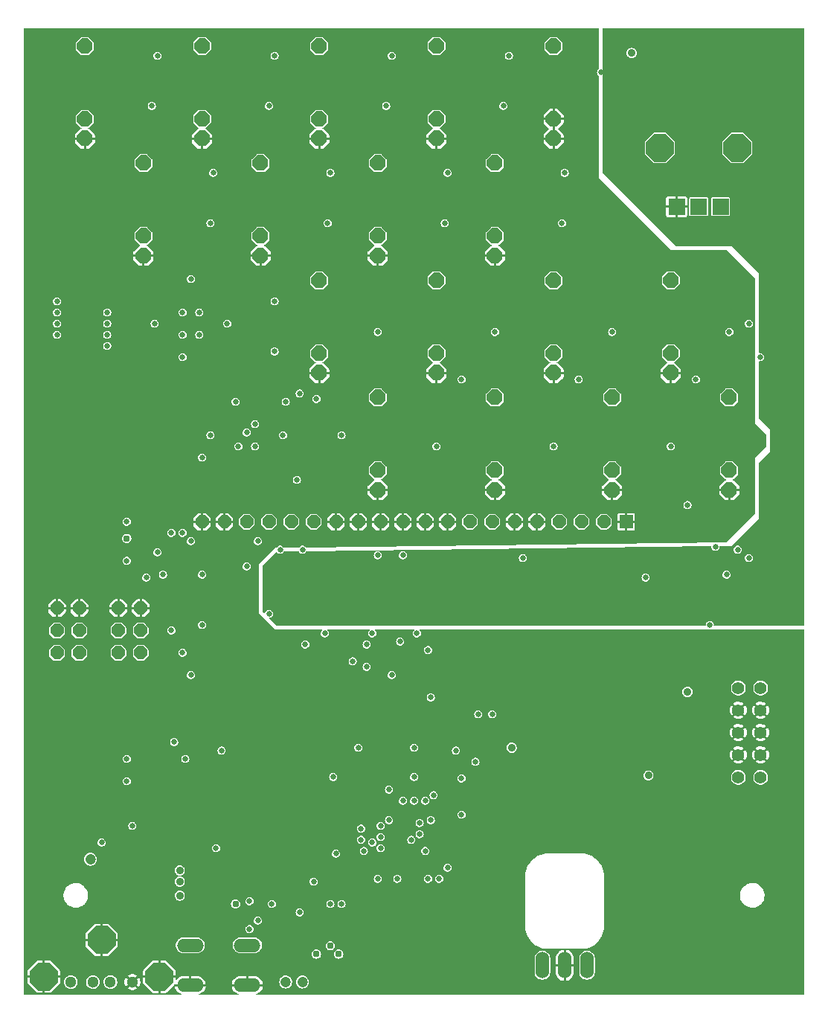
<source format=gbr>
%TF.GenerationSoftware,KiCad,Pcbnew,6.0.11*%
%TF.CreationDate,2023-03-20T20:23:42+01:00*%
%TF.ProjectId,teletype-180824-no-slots,74656c65-7479-4706-952d-313830383234,rev?*%
%TF.SameCoordinates,Original*%
%TF.FileFunction,Copper,L2,Inr*%
%TF.FilePolarity,Positive*%
%FSLAX46Y46*%
G04 Gerber Fmt 4.6, Leading zero omitted, Abs format (unit mm)*
G04 Created by KiCad (PCBNEW 6.0.11) date 2023-03-20 20:23:42*
%MOMM*%
%LPD*%
G01*
G04 APERTURE LIST*
G04 Aperture macros list*
%AMOutline5P*
0 Free polygon, 5 corners , with rotation*
0 The origin of the aperture is its center*
0 number of corners: always 5*
0 $1 to $10 corner X, Y*
0 $11 Rotation angle, in degrees counterclockwise*
0 create outline with 5 corners*
4,1,5,$1,$2,$3,$4,$5,$6,$7,$8,$9,$10,$1,$2,$11*%
%AMOutline6P*
0 Free polygon, 6 corners , with rotation*
0 The origin of the aperture is its center*
0 number of corners: always 6*
0 $1 to $12 corner X, Y*
0 $13 Rotation angle, in degrees counterclockwise*
0 create outline with 6 corners*
4,1,6,$1,$2,$3,$4,$5,$6,$7,$8,$9,$10,$11,$12,$1,$2,$13*%
%AMOutline7P*
0 Free polygon, 7 corners , with rotation*
0 The origin of the aperture is its center*
0 number of corners: always 7*
0 $1 to $14 corner X, Y*
0 $15 Rotation angle, in degrees counterclockwise*
0 create outline with 7 corners*
4,1,7,$1,$2,$3,$4,$5,$6,$7,$8,$9,$10,$11,$12,$13,$14,$1,$2,$15*%
%AMOutline8P*
0 Free polygon, 8 corners , with rotation*
0 The origin of the aperture is its center*
0 number of corners: always 8*
0 $1 to $16 corner X, Y*
0 $17 Rotation angle, in degrees counterclockwise*
0 create outline with 8 corners*
4,1,8,$1,$2,$3,$4,$5,$6,$7,$8,$9,$10,$11,$12,$13,$14,$15,$16,$1,$2,$17*%
G04 Aperture macros list end*
%TA.AperFunction,ComponentPad*%
%ADD10Outline8P,-0.762000X0.315631X-0.315631X0.762000X0.315631X0.762000X0.762000X0.315631X0.762000X-0.315631X0.315631X-0.762000X-0.315631X-0.762000X-0.762000X-0.315631X90.000000*%
%TD*%
%TA.AperFunction,ComponentPad*%
%ADD11Outline8P,-1.587500X0.657564X-0.657564X1.587500X0.657564X1.587500X1.587500X0.657564X1.587500X-0.657564X0.657564X-1.587500X-0.657564X-1.587500X-1.587500X-0.657564X90.000000*%
%TD*%
%TA.AperFunction,ComponentPad*%
%ADD12R,1.879600X1.879600*%
%TD*%
%TA.AperFunction,ComponentPad*%
%ADD13Outline8P,-1.587500X0.657564X-0.657564X1.587500X0.657564X1.587500X1.587500X0.657564X1.587500X-0.657564X0.657564X-1.587500X-0.657564X-1.587500X-1.587500X-0.657564X0.000000*%
%TD*%
%TA.AperFunction,ComponentPad*%
%ADD14C,1.300000*%
%TD*%
%TA.AperFunction,ComponentPad*%
%ADD15O,3.048000X1.524000*%
%TD*%
%TA.AperFunction,ComponentPad*%
%ADD16Outline8P,-0.750000X0.310660X-0.310660X0.750000X0.310660X0.750000X0.750000X0.310660X0.750000X-0.310660X0.310660X-0.750000X-0.310660X-0.750000X-0.750000X-0.310660X180.000000*%
%TD*%
%TA.AperFunction,ComponentPad*%
%ADD17R,1.500000X1.500000*%
%TD*%
%TA.AperFunction,ComponentPad*%
%ADD18C,1.422400*%
%TD*%
%TA.AperFunction,ComponentPad*%
%ADD19O,1.524000X3.048000*%
%TD*%
%TA.AperFunction,ComponentPad*%
%ADD20Outline8P,-0.889000X0.368236X-0.368236X0.889000X0.368236X0.889000X0.889000X0.368236X0.889000X-0.368236X0.368236X-0.889000X-0.368236X-0.889000X-0.889000X-0.368236X0.000000*%
%TD*%
%TA.AperFunction,ViaPad*%
%ADD21C,0.660400*%
%TD*%
%TA.AperFunction,ViaPad*%
%ADD22C,0.787400*%
%TD*%
%TA.AperFunction,ViaPad*%
%ADD23C,0.906400*%
%TD*%
%TA.AperFunction,ViaPad*%
%ADD24C,1.206400*%
%TD*%
%TA.AperFunction,ViaPad*%
%ADD25C,1.006400*%
%TD*%
G04 APERTURE END LIST*
D10*
%TO.N,GND*%
%TO.C,JP2*%
X110401100Y-116020850D03*
X107861100Y-116020850D03*
%TO.N,SCL*%
X110401100Y-118560850D03*
X107861100Y-118560850D03*
%TO.N,SDA*%
X110401100Y-121100850D03*
X107861100Y-121100850D03*
%TD*%
D11*
%TO.N,N/C*%
%TO.C,P1*%
X176486100Y-63633350D03*
X185286100Y-63633350D03*
D12*
%TO.N,AGND*%
X178386100Y-70333350D03*
%TO.N,N$12*%
X180886100Y-70333350D03*
%TO.N,+3V3*%
X183386100Y-70333350D03*
%TD*%
D13*
%TO.N,GND*%
%TO.C,USB0*%
X112941100Y-153780850D03*
D11*
X119516100Y-157965850D03*
X106366100Y-157955850D03*
D14*
X116441100Y-158560850D03*
%TO.N,DP*%
X113941100Y-158560850D03*
%TO.N,DM*%
X111941100Y-158560850D03*
%TO.N,VBUS*%
X109441100Y-158560850D03*
%TD*%
D15*
%TO.N,GND*%
%TO.C,POP0*%
X129527300Y-158921450D03*
X123024900Y-158921450D03*
%TO.N,NMI*%
X129527300Y-154400250D03*
X123024900Y-154400250D03*
%TD*%
D16*
%TO.N,GND*%
%TO.C,U$1*%
X124371100Y-106200850D03*
X126911100Y-106200850D03*
%TO.N,N/C*%
X129451100Y-106200850D03*
%TO.N,CS2*%
X131991100Y-106200850D03*
%TO.N,OLED-RES*%
X134531100Y-106200850D03*
%TO.N,N/C*%
X137071100Y-106200850D03*
%TO.N,GND*%
X139611100Y-106200850D03*
X142151100Y-106200850D03*
X144691100Y-106200850D03*
X147231100Y-106200850D03*
X149771100Y-106200850D03*
X152311100Y-106200850D03*
%TO.N,MOSI*%
X154851100Y-106200850D03*
%TO.N,SCK*%
X157391100Y-106200850D03*
%TO.N,GND*%
X159931100Y-106200850D03*
X162471100Y-106200850D03*
%TO.N,OLED-DC*%
X165011100Y-106200850D03*
%TO.N,N/C*%
X167551100Y-106200850D03*
%TO.N,+3V3*%
X170091100Y-106200850D03*
D17*
%TO.N,GND*%
X172631100Y-106200850D03*
%TD*%
D18*
%TO.N,+IN*%
%TO.C,X1*%
X187948600Y-125103350D03*
X185408600Y-125103350D03*
%TO.N,GND*%
X187948600Y-127643350D03*
X185408600Y-127643350D03*
X187948600Y-130183350D03*
X185408600Y-130183350D03*
X187948600Y-132723350D03*
X185408600Y-132723350D03*
%TO.N,-IN*%
X187948600Y-135263350D03*
X185408600Y-135263350D03*
%TD*%
D10*
%TO.N,GND*%
%TO.C,JP1*%
X117386100Y-116020850D03*
X114846100Y-116020850D03*
%TO.N,SCL*%
X117386100Y-118560850D03*
X114846100Y-118560850D03*
%TO.N,SDA*%
X117386100Y-121100850D03*
X114846100Y-121100850D03*
%TD*%
D19*
%TO.N,+5V*%
%TO.C,IC2*%
X163106100Y-156660850D03*
%TO.N,GND*%
X165646100Y-156660850D03*
%TO.N,+12V*%
X168186100Y-156660850D03*
%TD*%
D20*
%TO.N,N/C*%
%TO.C,J1*%
X111036100Y-60345850D03*
%TO.N,N$38*%
X111036100Y-52045850D03*
%TO.N,GND*%
X111036100Y-62595850D03*
%TD*%
%TO.N,N/C*%
%TO.C,J2*%
X117703600Y-73680850D03*
%TO.N,N$35*%
X117703600Y-65380850D03*
%TO.N,GND*%
X117703600Y-75930850D03*
%TD*%
%TO.N,N/C*%
%TO.C,J3*%
X124371100Y-60345850D03*
%TO.N,N$36*%
X124371100Y-52045850D03*
%TO.N,GND*%
X124371100Y-62595850D03*
%TD*%
%TO.N,N/C*%
%TO.C,J4*%
X131038600Y-73680850D03*
%TO.N,N$37*%
X131038600Y-65380850D03*
%TO.N,GND*%
X131038600Y-75930850D03*
%TD*%
%TO.N,N/C*%
%TO.C,J9*%
X137706100Y-87015850D03*
%TO.N,N$8*%
X137706100Y-78715850D03*
%TO.N,GND*%
X137706100Y-89265850D03*
%TD*%
%TO.N,N/C*%
%TO.C,J10*%
X151041100Y-87015850D03*
%TO.N,N$9*%
X151041100Y-78715850D03*
%TO.N,GND*%
X151041100Y-89265850D03*
%TD*%
%TO.N,N/C*%
%TO.C,J11*%
X164376100Y-87015850D03*
%TO.N,N$10*%
X164376100Y-78715850D03*
%TO.N,GND*%
X164376100Y-89265850D03*
%TD*%
%TO.N,N/C*%
%TO.C,J12*%
X177711100Y-87015850D03*
%TO.N,N$11*%
X177711100Y-78715850D03*
%TO.N,GND*%
X177711100Y-89265850D03*
%TD*%
%TO.N,N/C*%
%TO.C,J13*%
X144373600Y-100350850D03*
%TO.N,N$32*%
X144373600Y-92050850D03*
%TO.N,GND*%
X144373600Y-102600850D03*
%TD*%
%TO.N,N/C*%
%TO.C,J14*%
X157708600Y-100350850D03*
%TO.N,N$34*%
X157708600Y-92050850D03*
%TO.N,GND*%
X157708600Y-102600850D03*
%TD*%
%TO.N,N/C*%
%TO.C,J15*%
X171043600Y-100350850D03*
%TO.N,N$21*%
X171043600Y-92050850D03*
%TO.N,GND*%
X171043600Y-102600850D03*
%TD*%
%TO.N,N/C*%
%TO.C,J16*%
X184378600Y-100350850D03*
%TO.N,N$22*%
X184378600Y-92050850D03*
%TO.N,GND*%
X184378600Y-102600850D03*
%TD*%
%TO.N,GND*%
%TO.C,J17*%
X164376100Y-60345850D03*
%TO.N,N$33*%
X164376100Y-52045850D03*
%TO.N,GND*%
X164376100Y-62595850D03*
%TD*%
%TO.N,N/C*%
%TO.C,J5*%
X137706100Y-60345850D03*
%TO.N,N$39*%
X137706100Y-52045850D03*
%TO.N,GND*%
X137706100Y-62595850D03*
%TD*%
%TO.N,N/C*%
%TO.C,J6*%
X144373600Y-73680850D03*
%TO.N,N$40*%
X144373600Y-65380850D03*
%TO.N,GND*%
X144373600Y-75930850D03*
%TD*%
%TO.N,N/C*%
%TO.C,J7*%
X151041100Y-60345850D03*
%TO.N,N$43*%
X151041100Y-52045850D03*
%TO.N,GND*%
X151041100Y-62595850D03*
%TD*%
%TO.N,N/C*%
%TO.C,J8*%
X157708600Y-73680850D03*
%TO.N,N$44*%
X157708600Y-65380850D03*
%TO.N,GND*%
X157708600Y-75930850D03*
%TD*%
D21*
%TO.N,A07*%
X165646100Y-66490850D03*
X153898600Y-135388350D03*
X113576100Y-82365850D03*
%TO.N,A06*%
X159296100Y-53155850D03*
X115798600Y-106178350D03*
X119291100Y-109670850D03*
X150723600Y-137293350D03*
X107861100Y-81095850D03*
%TO.N,A05*%
X152311100Y-66490850D03*
X149771100Y-137928350D03*
X113576100Y-83635850D03*
%TO.N,A04*%
X145961100Y-53155850D03*
X119926100Y-112210850D03*
D22*
X115798600Y-108083350D03*
D21*
X148501100Y-137928350D03*
X107861100Y-82365850D03*
%TO.N,A03*%
X138976100Y-66490850D03*
X147231100Y-137928350D03*
X113576100Y-84905850D03*
%TO.N,A02*%
X132626100Y-53155850D03*
X118021100Y-112528350D03*
X115798600Y-110623350D03*
X150406100Y-140150850D03*
X107861100Y-83635850D03*
%TO.N,A01*%
X125641100Y-66490850D03*
X149136100Y-140468350D03*
X113576100Y-86175850D03*
%TO.N,A00*%
X119291100Y-53155850D03*
X149136100Y-141738350D03*
X107861100Y-84905850D03*
%TO.N,CS2*%
X130721100Y-108400850D03*
X155486100Y-133483350D03*
%TO.N,OLED-RES*%
X129451100Y-111258350D03*
X150406100Y-126180850D03*
%TO.N,OLED-DC*%
X160883600Y-110305850D03*
%TO.N,RG8*%
X124371100Y-98875850D03*
X180568600Y-89985850D03*
%TO.N,RG7*%
X135483600Y-91573350D03*
X167233600Y-89985850D03*
%TO.N,RG6*%
X137388600Y-92208350D03*
X153898600Y-89985850D03*
%TO.N,N$28*%
X179616100Y-104273350D03*
X135166100Y-101415850D03*
%TO.N,N$23*%
X128181100Y-92525850D03*
X177711100Y-97605850D03*
%TO.N,N$15*%
X133896100Y-92525850D03*
X164376100Y-97605850D03*
%TO.N,N$13*%
X140246100Y-96335850D03*
X151041100Y-97605850D03*
%TO.N,N$7*%
X123101100Y-78555850D03*
X184378600Y-84588350D03*
%TO.N,N$6*%
X122148600Y-87445850D03*
X171043600Y-84588350D03*
%TO.N,N$5*%
X132626100Y-86810850D03*
X157708600Y-84588350D03*
%TO.N,N$3*%
X132626100Y-81095850D03*
X144373600Y-84588350D03*
%TO.N,N$4*%
X131991100Y-116655850D03*
X146913600Y-119830850D03*
%TO.N,AGND*%
X169773600Y-55060850D03*
D23*
X177076100Y-52838350D03*
X189776100Y-117608350D03*
D21*
X140563600Y-111575850D03*
X151041100Y-111575850D03*
D22*
X145643600Y-114750850D03*
D21*
X134531100Y-114750850D03*
X137071100Y-114433350D03*
D22*
X147866100Y-114433350D03*
D21*
X178028600Y-116655850D03*
X179616100Y-111575850D03*
%TO.N,B11*%
X124371100Y-112210850D03*
X124371100Y-117925850D03*
X145643600Y-136658350D03*
X122148600Y-82365850D03*
%TO.N,B10*%
X120878600Y-118560850D03*
X120878600Y-107448350D03*
X145643600Y-140150850D03*
X122148600Y-84905850D03*
%TO.N,B09*%
X122148600Y-121100850D03*
X122148600Y-107448350D03*
X144691100Y-140785850D03*
X124053600Y-84905850D03*
%TO.N,CV-OUT3*%
X128498600Y-97605850D03*
X144373600Y-109988350D03*
%TO.N,CV-OUT2*%
X129451100Y-96018350D03*
X147231100Y-109988350D03*
%TO.N,CV-OUT1*%
X133261100Y-109353350D03*
X130403600Y-95065850D03*
%TO.N,CV-OUT0*%
X135801100Y-109353350D03*
X130403600Y-97605850D03*
%TO.N,CV-IN1*%
X186601100Y-83635850D03*
X186601100Y-110305850D03*
%TO.N,CV-IN0*%
X187871100Y-87445850D03*
X185331100Y-109353350D03*
%TO.N,N$2*%
X129768600Y-152533350D03*
D22*
X137388600Y-155390850D03*
D21*
X138976100Y-149675850D03*
X142786100Y-143643350D03*
%TO.N,N$1*%
X130721100Y-151580850D03*
D22*
X138976100Y-154438350D03*
D21*
X140246100Y-149675850D03*
X143738600Y-142690850D03*
%TO.N,CS1*%
X143103600Y-122688350D03*
X174853600Y-112528350D03*
%TO.N,-12V*%
X125323600Y-96335850D03*
X118973600Y-83635850D03*
D23*
X175171100Y-135070850D03*
D21*
%TO.N,+12V*%
X133578600Y-96335850D03*
X127228600Y-83635850D03*
D23*
X179616100Y-125545850D03*
D21*
%TO.N,RX*%
X148183600Y-142373350D03*
X115798600Y-133165850D03*
%TO.N,B08*%
X123101100Y-108400850D03*
X123101100Y-123640850D03*
X144691100Y-142055850D03*
X124053600Y-82365850D03*
%TO.N,TX*%
X115798600Y-135705850D03*
%TO.N,SCK*%
X141516100Y-122053350D03*
X136118600Y-120148350D03*
X143103600Y-120148350D03*
%TO.N,NMI*%
X139293600Y-135229600D03*
X137071100Y-147135850D03*
%TO.N,RESET*%
X125958600Y-143325850D03*
X150088600Y-146818350D03*
X112941100Y-142690850D03*
%TO.N,+3V3*%
X138658600Y-72205850D03*
X151993600Y-72205850D03*
X165328600Y-72205850D03*
X125323600Y-72205850D03*
X158661100Y-58870850D03*
X145326100Y-58870850D03*
X131991100Y-58870850D03*
X118656100Y-58870850D03*
X126593600Y-132213350D03*
D23*
X173266100Y-52838350D03*
D21*
X182156100Y-117925850D03*
X116433600Y-140785850D03*
D22*
X139928600Y-155390850D03*
D23*
X159613600Y-131895850D03*
D21*
X153263600Y-132213350D03*
X182791100Y-109035850D03*
X138341100Y-118878350D03*
X148818600Y-118878350D03*
%TO.N,SDA*%
X122466100Y-133165850D03*
X142468600Y-141103350D03*
%TO.N,SCL*%
X121196100Y-131260850D03*
X142468600Y-142373350D03*
%TO.N,MOSI*%
X150088600Y-120783350D03*
X143738600Y-118878350D03*
%TO.N,MISO*%
X145961100Y-123640850D03*
X184061100Y-112210850D03*
D24*
%TO.N,+5V*%
X111671100Y-144595850D03*
X135801100Y-158565850D03*
X133896100Y-158565850D03*
D23*
X121831100Y-148723350D03*
D21*
%TO.N,USB-VBOF*%
X132308600Y-149675850D03*
X149771100Y-143643350D03*
%TO.N,USB-OC*%
X152311100Y-145548350D03*
D23*
X121831100Y-145865850D03*
D21*
X129768600Y-149358350D03*
D22*
%TO.N,VBUS*%
X128181100Y-149675850D03*
D21*
X135483600Y-150628350D03*
X144691100Y-143325850D03*
D23*
X121831100Y-147135850D03*
D21*
%TO.N,VDDIN*%
X157391100Y-128085850D03*
X148501100Y-131895850D03*
%TO.N,VDDOUT*%
X148501100Y-135229600D03*
X144373600Y-146818350D03*
X153898600Y-139515850D03*
X146596100Y-146818350D03*
%TO.N,VDDIO*%
X151358600Y-146818350D03*
X155803600Y-128085850D03*
X142151100Y-131895850D03*
X139611100Y-143960850D03*
%TO.N,GND*%
X156756100Y-148405850D03*
X185331100Y-89985850D03*
X143738600Y-78238350D03*
X157073600Y-78238350D03*
X170408600Y-78238350D03*
X183743600Y-78238350D03*
X130086100Y-83635850D03*
X163106100Y-67125850D03*
X149771100Y-67125850D03*
X136436100Y-67125850D03*
X123101100Y-67125850D03*
X156121100Y-53790850D03*
X142786100Y-53790850D03*
X129451100Y-53790850D03*
X116116100Y-53790850D03*
D23*
X178981100Y-130308350D03*
X175171100Y-131578350D03*
X175171100Y-129990850D03*
D21*
X136436100Y-96335850D03*
X122466100Y-96335850D03*
X114846100Y-140785850D03*
D22*
X116751100Y-145230850D03*
D25*
X106591100Y-140785850D03*
D22*
X134531100Y-156343350D03*
D23*
X168821100Y-123323350D03*
D22*
X163741100Y-135388350D03*
D21*
X148183600Y-146818350D03*
X145326100Y-128085850D03*
X148501100Y-128085850D03*
X116116100Y-83635850D03*
X107861100Y-86175850D03*
D23*
X189776100Y-121418350D03*
D21*
X115798600Y-126180850D03*
X115798600Y-128085850D03*
X151358600Y-150628350D03*
X140246100Y-147770850D03*
X151041100Y-133324600D03*
X157708600Y-138880850D03*
X142151100Y-128085850D03*
X151676100Y-128085850D03*
X137706100Y-139515850D03*
X153581100Y-143960850D03*
X145008600Y-150628350D03*
X142151100Y-146500850D03*
X145326100Y-131895850D03*
D23*
X126276100Y-149040850D03*
%TD*%
%TA.AperFunction,Conductor*%
%TO.N,GND*%
G36*
X169543114Y-50020936D02*
G01*
X169557700Y-50056150D01*
X169557700Y-54628376D01*
X169543114Y-54663590D01*
X169534475Y-54670492D01*
X169473905Y-54708709D01*
X169387117Y-54806978D01*
X169357764Y-54869497D01*
X169332906Y-54922442D01*
X169332905Y-54922445D01*
X169331398Y-54925655D01*
X169311228Y-55055201D01*
X169328227Y-55185200D01*
X169381030Y-55305204D01*
X169465391Y-55405563D01*
X169468346Y-55407530D01*
X169535495Y-55452229D01*
X169556726Y-55483884D01*
X169557700Y-55493684D01*
X169557700Y-67083766D01*
X177753184Y-75279250D01*
X184082556Y-75279250D01*
X184117770Y-75293836D01*
X187323114Y-78499180D01*
X187337700Y-78534394D01*
X187337700Y-95023766D01*
X188593114Y-96279180D01*
X188607700Y-96314394D01*
X188607700Y-97627306D01*
X188593114Y-97662520D01*
X187337700Y-98917934D01*
X187337700Y-105247306D01*
X187323114Y-105282520D01*
X184118034Y-108487600D01*
X184083435Y-108502182D01*
X136204673Y-109093278D01*
X136169281Y-109079128D01*
X136166338Y-109075996D01*
X136105075Y-109004897D01*
X136102100Y-109002969D01*
X136102097Y-109002966D01*
X136033901Y-108958764D01*
X135995058Y-108933587D01*
X135869448Y-108896022D01*
X135865901Y-108896000D01*
X135865899Y-108896000D01*
X135806196Y-108895636D01*
X135738344Y-108895221D01*
X135612285Y-108931249D01*
X135501405Y-109001209D01*
X135499056Y-109003869D01*
X135426066Y-109086514D01*
X135389355Y-109103344D01*
X134836991Y-109110163D01*
X133690792Y-109124313D01*
X133655400Y-109110163D01*
X133650776Y-109104484D01*
X133650656Y-109104219D01*
X133635401Y-109086514D01*
X133567392Y-109007586D01*
X133565075Y-109004897D01*
X133562100Y-109002969D01*
X133562097Y-109002966D01*
X133493901Y-108958764D01*
X133455058Y-108933587D01*
X133329448Y-108896022D01*
X133325901Y-108896000D01*
X133325899Y-108896000D01*
X133266196Y-108895636D01*
X133198344Y-108895221D01*
X133072285Y-108931249D01*
X132961405Y-109001209D01*
X132959056Y-109003869D01*
X132880093Y-109093278D01*
X132874617Y-109099478D01*
X132872802Y-109103344D01*
X132871392Y-109106347D01*
X132843223Y-109132023D01*
X132826928Y-109134978D01*
X132730617Y-109136168D01*
X132668702Y-109136932D01*
X130822700Y-110982934D01*
X130822700Y-116613766D01*
X132668184Y-118459250D01*
X137990118Y-118459250D01*
X138025332Y-118473836D01*
X138039918Y-118509050D01*
X138027445Y-118542016D01*
X137954617Y-118624478D01*
X137927760Y-118681682D01*
X137900406Y-118739942D01*
X137900405Y-118739945D01*
X137898898Y-118743155D01*
X137878728Y-118872701D01*
X137895727Y-119002700D01*
X137948530Y-119122704D01*
X138032891Y-119223063D01*
X138142029Y-119295712D01*
X138267170Y-119334809D01*
X138270714Y-119334874D01*
X138394707Y-119337146D01*
X138398254Y-119337211D01*
X138407065Y-119334809D01*
X138412829Y-119333237D01*
X138524744Y-119302726D01*
X138636471Y-119234126D01*
X138724453Y-119136925D01*
X138781617Y-119018937D01*
X138803369Y-118889648D01*
X138803507Y-118878350D01*
X138795446Y-118822058D01*
X138785424Y-118752080D01*
X138784921Y-118748568D01*
X138730656Y-118629219D01*
X138655122Y-118541557D01*
X138643186Y-118505359D01*
X138660342Y-118471323D01*
X138692849Y-118459250D01*
X143387618Y-118459250D01*
X143422832Y-118473836D01*
X143437418Y-118509050D01*
X143424945Y-118542016D01*
X143352117Y-118624478D01*
X143325260Y-118681682D01*
X143297906Y-118739942D01*
X143297905Y-118739945D01*
X143296398Y-118743155D01*
X143276228Y-118872701D01*
X143293227Y-119002700D01*
X143346030Y-119122704D01*
X143430391Y-119223063D01*
X143539529Y-119295712D01*
X143664670Y-119334809D01*
X143668214Y-119334874D01*
X143792207Y-119337146D01*
X143795754Y-119337211D01*
X143804565Y-119334809D01*
X143810329Y-119333237D01*
X143922244Y-119302726D01*
X144033971Y-119234126D01*
X144121953Y-119136925D01*
X144179117Y-119018937D01*
X144200869Y-118889648D01*
X144201007Y-118878350D01*
X144192946Y-118822058D01*
X144182924Y-118752080D01*
X144182421Y-118748568D01*
X144128156Y-118629219D01*
X144052622Y-118541557D01*
X144040686Y-118505359D01*
X144057842Y-118471323D01*
X144090349Y-118459250D01*
X148467618Y-118459250D01*
X148502832Y-118473836D01*
X148517418Y-118509050D01*
X148504945Y-118542016D01*
X148432117Y-118624478D01*
X148405260Y-118681682D01*
X148377906Y-118739942D01*
X148377905Y-118739945D01*
X148376398Y-118743155D01*
X148356228Y-118872701D01*
X148373227Y-119002700D01*
X148426030Y-119122704D01*
X148510391Y-119223063D01*
X148619529Y-119295712D01*
X148744670Y-119334809D01*
X148748214Y-119334874D01*
X148872207Y-119337146D01*
X148875754Y-119337211D01*
X148884565Y-119334809D01*
X148890329Y-119333237D01*
X149002244Y-119302726D01*
X149113971Y-119234126D01*
X149201953Y-119136925D01*
X149259117Y-119018937D01*
X149280869Y-118889648D01*
X149281007Y-118878350D01*
X149272946Y-118822058D01*
X149262924Y-118752080D01*
X149262421Y-118748568D01*
X149208156Y-118629219D01*
X149132622Y-118541557D01*
X149120686Y-118505359D01*
X149137842Y-118471323D01*
X149170349Y-118459250D01*
X192875800Y-118459250D01*
X192911014Y-118473836D01*
X192925600Y-118509050D01*
X192925600Y-159951050D01*
X192911014Y-159986264D01*
X192875800Y-160000850D01*
X130563968Y-160000850D01*
X130528754Y-159986264D01*
X130514168Y-159951050D01*
X130528754Y-159915836D01*
X130549574Y-159903375D01*
X130675708Y-159865293D01*
X130680180Y-159863450D01*
X130851673Y-159772265D01*
X130855709Y-159769583D01*
X131006221Y-159646830D01*
X131009655Y-159643420D01*
X131133458Y-159493766D01*
X131136172Y-159489742D01*
X131228542Y-159318908D01*
X131230426Y-159314428D01*
X131287856Y-159128899D01*
X131288831Y-159124149D01*
X131295794Y-159057901D01*
X131293641Y-159050633D01*
X131288884Y-159048050D01*
X127767289Y-159048050D01*
X127760284Y-159050951D01*
X127758122Y-159056171D01*
X127763036Y-159110176D01*
X127763944Y-159114933D01*
X127818782Y-159301258D01*
X127820597Y-159305748D01*
X127910580Y-159477870D01*
X127913231Y-159481922D01*
X128034932Y-159633287D01*
X128038323Y-159636750D01*
X128187102Y-159761590D01*
X128191109Y-159764334D01*
X128361301Y-159857898D01*
X128365754Y-159859807D01*
X128503749Y-159903581D01*
X128532904Y-159928132D01*
X128536160Y-159966108D01*
X128511609Y-159995263D01*
X128488691Y-160000850D01*
X124061568Y-160000850D01*
X124026354Y-159986264D01*
X124011768Y-159951050D01*
X124026354Y-159915836D01*
X124047174Y-159903375D01*
X124173308Y-159865293D01*
X124177780Y-159863450D01*
X124349273Y-159772265D01*
X124353309Y-159769583D01*
X124503821Y-159646830D01*
X124507255Y-159643420D01*
X124631058Y-159493766D01*
X124633772Y-159489742D01*
X124726142Y-159318908D01*
X124728026Y-159314428D01*
X124785456Y-159128899D01*
X124786431Y-159124149D01*
X124793394Y-159057901D01*
X124791241Y-159050633D01*
X124786484Y-159048050D01*
X121264889Y-159048050D01*
X121257884Y-159050951D01*
X121255722Y-159056171D01*
X121260636Y-159110176D01*
X121261544Y-159114933D01*
X121316382Y-159301258D01*
X121318197Y-159305748D01*
X121408180Y-159477870D01*
X121410831Y-159481922D01*
X121532532Y-159633287D01*
X121535923Y-159636750D01*
X121684702Y-159761590D01*
X121688709Y-159764334D01*
X121858901Y-159857898D01*
X121863354Y-159859807D01*
X122001349Y-159903581D01*
X122030504Y-159928132D01*
X122033760Y-159966108D01*
X122009209Y-159995263D01*
X121986291Y-160000850D01*
X104126400Y-160000850D01*
X104091186Y-159986264D01*
X104076600Y-159951050D01*
X104076600Y-158635994D01*
X104525400Y-158635994D01*
X104525885Y-158640881D01*
X104539303Y-158707822D01*
X104542989Y-158716692D01*
X104580496Y-158772719D01*
X104583572Y-158776464D01*
X105545469Y-159738363D01*
X105549260Y-159741469D01*
X105606083Y-159779316D01*
X105614962Y-159782982D01*
X105681096Y-159796077D01*
X105685925Y-159796550D01*
X106229594Y-159796550D01*
X106236599Y-159793649D01*
X106239500Y-159786644D01*
X106492700Y-159786644D01*
X106495601Y-159793649D01*
X106502606Y-159796550D01*
X107046244Y-159796550D01*
X107051131Y-159796065D01*
X107118072Y-159782647D01*
X107126942Y-159778961D01*
X107182969Y-159741454D01*
X107186714Y-159738378D01*
X108148613Y-158776481D01*
X108151719Y-158772690D01*
X108189566Y-158715867D01*
X108193232Y-158706988D01*
X108206327Y-158640854D01*
X108206800Y-158636025D01*
X108206800Y-158549926D01*
X108658756Y-158549926D01*
X108675778Y-158723524D01*
X108676657Y-158726165D01*
X108676657Y-158726167D01*
X108692133Y-158772690D01*
X108730837Y-158889038D01*
X108821197Y-159038240D01*
X108823133Y-159040245D01*
X108823134Y-159040246D01*
X108940435Y-159161715D01*
X108940438Y-159161718D01*
X108942367Y-159163715D01*
X108944689Y-159165234D01*
X108944692Y-159165237D01*
X108973474Y-159184071D01*
X109088324Y-159259227D01*
X109167397Y-159288634D01*
X109249206Y-159319059D01*
X109249208Y-159319060D01*
X109251815Y-159320029D01*
X109424714Y-159343098D01*
X109427483Y-159342846D01*
X109427485Y-159342846D01*
X109595658Y-159327541D01*
X109598427Y-159327289D01*
X109681374Y-159300338D01*
X109761678Y-159274246D01*
X109761680Y-159274245D01*
X109764321Y-159273387D01*
X109852763Y-159220665D01*
X109911759Y-159185497D01*
X109911763Y-159185494D01*
X109914150Y-159184071D01*
X109916162Y-159182155D01*
X109916166Y-159182152D01*
X110000567Y-159101777D01*
X110040468Y-159063780D01*
X110042005Y-159061466D01*
X110042008Y-159061463D01*
X110135455Y-158920814D01*
X110135455Y-158920813D01*
X110136997Y-158918493D01*
X110143276Y-158901965D01*
X110190949Y-158776464D01*
X110198939Y-158755430D01*
X110215038Y-158640881D01*
X110222997Y-158584249D01*
X110222997Y-158584245D01*
X110223215Y-158582696D01*
X110223520Y-158560850D01*
X110222295Y-158549926D01*
X111158756Y-158549926D01*
X111175778Y-158723524D01*
X111176657Y-158726165D01*
X111176657Y-158726167D01*
X111192133Y-158772690D01*
X111230837Y-158889038D01*
X111321197Y-159038240D01*
X111323133Y-159040245D01*
X111323134Y-159040246D01*
X111440435Y-159161715D01*
X111440438Y-159161718D01*
X111442367Y-159163715D01*
X111444689Y-159165234D01*
X111444692Y-159165237D01*
X111473474Y-159184071D01*
X111588324Y-159259227D01*
X111667397Y-159288634D01*
X111749206Y-159319059D01*
X111749208Y-159319060D01*
X111751815Y-159320029D01*
X111924714Y-159343098D01*
X111927483Y-159342846D01*
X111927485Y-159342846D01*
X112095658Y-159327541D01*
X112098427Y-159327289D01*
X112181374Y-159300338D01*
X112261678Y-159274246D01*
X112261680Y-159274245D01*
X112264321Y-159273387D01*
X112352763Y-159220665D01*
X112411759Y-159185497D01*
X112411763Y-159185494D01*
X112414150Y-159184071D01*
X112416162Y-159182155D01*
X112416166Y-159182152D01*
X112500567Y-159101777D01*
X112540468Y-159063780D01*
X112542005Y-159061466D01*
X112542008Y-159061463D01*
X112635455Y-158920814D01*
X112635455Y-158920813D01*
X112636997Y-158918493D01*
X112643276Y-158901965D01*
X112690949Y-158776464D01*
X112698939Y-158755430D01*
X112715038Y-158640881D01*
X112722997Y-158584249D01*
X112722997Y-158584245D01*
X112723215Y-158582696D01*
X112723520Y-158560850D01*
X112722295Y-158549926D01*
X113158756Y-158549926D01*
X113175778Y-158723524D01*
X113176657Y-158726165D01*
X113176657Y-158726167D01*
X113192133Y-158772690D01*
X113230837Y-158889038D01*
X113321197Y-159038240D01*
X113323133Y-159040245D01*
X113323134Y-159040246D01*
X113440435Y-159161715D01*
X113440438Y-159161718D01*
X113442367Y-159163715D01*
X113444689Y-159165234D01*
X113444692Y-159165237D01*
X113473474Y-159184071D01*
X113588324Y-159259227D01*
X113667397Y-159288634D01*
X113749206Y-159319059D01*
X113749208Y-159319060D01*
X113751815Y-159320029D01*
X113924714Y-159343098D01*
X113927483Y-159342846D01*
X113927485Y-159342846D01*
X114095658Y-159327541D01*
X114098427Y-159327289D01*
X114181374Y-159300338D01*
X114235314Y-159282812D01*
X115902281Y-159282812D01*
X115904047Y-159287076D01*
X115984902Y-159345820D01*
X115989395Y-159348414D01*
X116158073Y-159423514D01*
X116163012Y-159425119D01*
X116343622Y-159463508D01*
X116348776Y-159464050D01*
X116533424Y-159464050D01*
X116538578Y-159463508D01*
X116719188Y-159425119D01*
X116724127Y-159423514D01*
X116892805Y-159348414D01*
X116897298Y-159345820D01*
X116976009Y-159288634D01*
X116979969Y-159282171D01*
X116978892Y-159277682D01*
X116448104Y-158746893D01*
X116441100Y-158743992D01*
X116434096Y-158746893D01*
X115905182Y-159275808D01*
X115902281Y-159282812D01*
X114235314Y-159282812D01*
X114261678Y-159274246D01*
X114261680Y-159274245D01*
X114264321Y-159273387D01*
X114352763Y-159220665D01*
X114411759Y-159185497D01*
X114411763Y-159185494D01*
X114414150Y-159184071D01*
X114416162Y-159182155D01*
X114416166Y-159182152D01*
X114500567Y-159101777D01*
X114540468Y-159063780D01*
X114542005Y-159061466D01*
X114542008Y-159061463D01*
X114635455Y-158920814D01*
X114635455Y-158920813D01*
X114636997Y-158918493D01*
X114643276Y-158901965D01*
X114690949Y-158776464D01*
X114698939Y-158755430D01*
X114715038Y-158640881D01*
X114722997Y-158584249D01*
X114722997Y-158584245D01*
X114723215Y-158582696D01*
X114723484Y-158563447D01*
X115533198Y-158563447D01*
X115552498Y-158747076D01*
X115553576Y-158752148D01*
X115610635Y-158927757D01*
X115612746Y-158932499D01*
X115705065Y-159092400D01*
X115708119Y-159096604D01*
X115710108Y-159098812D01*
X115716258Y-159101746D01*
X115724221Y-159098689D01*
X116255057Y-158567854D01*
X116257958Y-158560850D01*
X116624242Y-158560850D01*
X116627143Y-158567854D01*
X117158460Y-159099170D01*
X117164754Y-159101777D01*
X117172547Y-159098308D01*
X117174081Y-159096604D01*
X117177135Y-159092400D01*
X117269454Y-158932499D01*
X117271565Y-158927757D01*
X117328624Y-158752148D01*
X117329702Y-158747076D01*
X117340326Y-158645994D01*
X117675400Y-158645994D01*
X117675885Y-158650881D01*
X117689303Y-158717822D01*
X117692989Y-158726692D01*
X117730496Y-158782719D01*
X117733572Y-158786464D01*
X118695469Y-159748363D01*
X118699260Y-159751469D01*
X118756083Y-159789316D01*
X118764962Y-159792982D01*
X118831096Y-159806077D01*
X118835925Y-159806550D01*
X119379594Y-159806550D01*
X119386599Y-159803649D01*
X119389500Y-159796644D01*
X119642700Y-159796644D01*
X119645601Y-159803649D01*
X119652606Y-159806550D01*
X120196244Y-159806550D01*
X120201131Y-159806065D01*
X120268072Y-159792647D01*
X120276942Y-159788961D01*
X120332969Y-159751454D01*
X120336714Y-159748378D01*
X121200696Y-158884398D01*
X121207700Y-158867488D01*
X121207700Y-158844650D01*
X121222286Y-158809436D01*
X121257500Y-158794850D01*
X122888394Y-158794850D01*
X122895399Y-158791949D01*
X122898300Y-158784944D01*
X123151500Y-158784944D01*
X123154401Y-158791949D01*
X123161406Y-158794850D01*
X124784911Y-158794850D01*
X124791916Y-158791949D01*
X124794078Y-158786729D01*
X124793921Y-158784999D01*
X127758806Y-158784999D01*
X127760959Y-158792267D01*
X127765716Y-158794850D01*
X129390794Y-158794850D01*
X129397799Y-158791949D01*
X129400700Y-158784944D01*
X129653900Y-158784944D01*
X129656801Y-158791949D01*
X129663806Y-158794850D01*
X131287311Y-158794850D01*
X131294316Y-158791949D01*
X131296478Y-158786729D01*
X131291564Y-158732724D01*
X131290656Y-158727967D01*
X131239921Y-158555583D01*
X133160848Y-158555583D01*
X133176845Y-158718732D01*
X133177724Y-158721373D01*
X133177724Y-158721375D01*
X133196055Y-158776481D01*
X133228589Y-158874283D01*
X133313510Y-159014504D01*
X133315446Y-159016509D01*
X133315447Y-159016510D01*
X133425455Y-159130427D01*
X133425458Y-159130430D01*
X133427387Y-159132427D01*
X133429709Y-159133946D01*
X133429712Y-159133949D01*
X133506307Y-159184071D01*
X133564559Y-159222190D01*
X133660048Y-159257702D01*
X133715600Y-159278362D01*
X133715602Y-159278363D01*
X133718209Y-159279332D01*
X133880701Y-159301013D01*
X133883470Y-159300761D01*
X133883472Y-159300761D01*
X134016718Y-159288634D01*
X134043957Y-159286155D01*
X134063824Y-159279700D01*
X134197223Y-159236357D01*
X134197225Y-159236356D01*
X134199866Y-159235498D01*
X134283743Y-159185497D01*
X134338285Y-159152984D01*
X134338289Y-159152981D01*
X134340676Y-159151558D01*
X134342688Y-159149642D01*
X134342692Y-159149639D01*
X134457376Y-159040426D01*
X134457377Y-159040425D01*
X134459391Y-159038507D01*
X134550109Y-158901965D01*
X134608322Y-158748718D01*
X134631137Y-158586381D01*
X134631424Y-158565850D01*
X134630272Y-158555583D01*
X135065848Y-158555583D01*
X135081845Y-158718732D01*
X135082724Y-158721373D01*
X135082724Y-158721375D01*
X135101055Y-158776481D01*
X135133589Y-158874283D01*
X135218510Y-159014504D01*
X135220446Y-159016509D01*
X135220447Y-159016510D01*
X135330455Y-159130427D01*
X135330458Y-159130430D01*
X135332387Y-159132427D01*
X135334709Y-159133946D01*
X135334712Y-159133949D01*
X135411307Y-159184071D01*
X135469559Y-159222190D01*
X135565048Y-159257702D01*
X135620600Y-159278362D01*
X135620602Y-159278363D01*
X135623209Y-159279332D01*
X135785701Y-159301013D01*
X135788470Y-159300761D01*
X135788472Y-159300761D01*
X135921718Y-159288634D01*
X135948957Y-159286155D01*
X135968824Y-159279700D01*
X136102223Y-159236357D01*
X136102225Y-159236356D01*
X136104866Y-159235498D01*
X136188743Y-159185497D01*
X136243285Y-159152984D01*
X136243289Y-159152981D01*
X136245676Y-159151558D01*
X136247688Y-159149642D01*
X136247692Y-159149639D01*
X136362376Y-159040426D01*
X136362377Y-159040425D01*
X136364391Y-159038507D01*
X136455109Y-158901965D01*
X136513322Y-158748718D01*
X136536137Y-158586381D01*
X136536424Y-158565850D01*
X136518151Y-158402940D01*
X136513740Y-158390271D01*
X136486415Y-158311808D01*
X136464239Y-158248127D01*
X136377369Y-158109105D01*
X136371749Y-158103445D01*
X136291874Y-158023011D01*
X136261857Y-157992784D01*
X136259516Y-157991298D01*
X136259513Y-157991296D01*
X136125796Y-157906437D01*
X136123445Y-157904945D01*
X136120822Y-157904011D01*
X136120818Y-157904009D01*
X135990529Y-157857616D01*
X135969012Y-157849954D01*
X135806233Y-157830544D01*
X135803464Y-157830835D01*
X135803462Y-157830835D01*
X135645967Y-157847388D01*
X135645965Y-157847388D01*
X135643200Y-157847679D01*
X135640570Y-157848574D01*
X135640567Y-157848575D01*
X135490651Y-157899611D01*
X135490649Y-157899612D01*
X135488014Y-157900509D01*
X135485644Y-157901967D01*
X135485642Y-157901968D01*
X135449233Y-157924367D01*
X135348389Y-157986407D01*
X135310621Y-158023392D01*
X135247120Y-158085578D01*
X135231265Y-158101104D01*
X135229758Y-158103443D01*
X135229756Y-158103445D01*
X135143971Y-158236557D01*
X135142462Y-158238899D01*
X135141511Y-158241512D01*
X135141510Y-158241514D01*
X135093195Y-158374259D01*
X135086394Y-158392944D01*
X135086046Y-158395699D01*
X135086045Y-158395703D01*
X135066212Y-158552698D01*
X135065848Y-158555583D01*
X134630272Y-158555583D01*
X134613151Y-158402940D01*
X134608740Y-158390271D01*
X134581415Y-158311808D01*
X134559239Y-158248127D01*
X134472369Y-158109105D01*
X134466749Y-158103445D01*
X134386874Y-158023011D01*
X134356857Y-157992784D01*
X134354516Y-157991298D01*
X134354513Y-157991296D01*
X134220796Y-157906437D01*
X134218445Y-157904945D01*
X134215822Y-157904011D01*
X134215818Y-157904009D01*
X134085529Y-157857616D01*
X134064012Y-157849954D01*
X133901233Y-157830544D01*
X133898464Y-157830835D01*
X133898462Y-157830835D01*
X133740967Y-157847388D01*
X133740965Y-157847388D01*
X133738200Y-157847679D01*
X133735570Y-157848574D01*
X133735567Y-157848575D01*
X133585651Y-157899611D01*
X133585649Y-157899612D01*
X133583014Y-157900509D01*
X133580644Y-157901967D01*
X133580642Y-157901968D01*
X133544233Y-157924367D01*
X133443389Y-157986407D01*
X133405621Y-158023392D01*
X133342120Y-158085578D01*
X133326265Y-158101104D01*
X133324758Y-158103443D01*
X133324756Y-158103445D01*
X133238971Y-158236557D01*
X133237462Y-158238899D01*
X133236511Y-158241512D01*
X133236510Y-158241514D01*
X133188195Y-158374259D01*
X133181394Y-158392944D01*
X133181046Y-158395699D01*
X133181045Y-158395703D01*
X133161212Y-158552698D01*
X133160848Y-158555583D01*
X131239921Y-158555583D01*
X131235818Y-158541642D01*
X131234003Y-158537152D01*
X131144020Y-158365030D01*
X131141369Y-158360978D01*
X131019668Y-158209613D01*
X131016277Y-158206150D01*
X130867498Y-158081310D01*
X130863491Y-158078566D01*
X130693299Y-157985002D01*
X130688845Y-157983093D01*
X130503718Y-157924367D01*
X130498971Y-157923358D01*
X130347837Y-157906406D01*
X130345053Y-157906250D01*
X129663806Y-157906250D01*
X129656801Y-157909151D01*
X129653900Y-157916156D01*
X129653900Y-158784944D01*
X129400700Y-158784944D01*
X129400700Y-157916156D01*
X129397799Y-157909151D01*
X129390794Y-157906250D01*
X128716415Y-157906250D01*
X128713996Y-157906368D01*
X128569580Y-157920529D01*
X128564834Y-157921468D01*
X128378892Y-157977607D01*
X128374420Y-157979450D01*
X128202927Y-158070635D01*
X128198891Y-158073317D01*
X128048379Y-158196070D01*
X128044945Y-158199480D01*
X127921142Y-158349134D01*
X127918428Y-158353158D01*
X127826058Y-158523992D01*
X127824174Y-158528472D01*
X127766744Y-158714001D01*
X127765769Y-158718751D01*
X127758806Y-158784999D01*
X124793921Y-158784999D01*
X124789164Y-158732724D01*
X124788256Y-158727967D01*
X124733418Y-158541642D01*
X124731603Y-158537152D01*
X124641620Y-158365030D01*
X124638969Y-158360978D01*
X124517268Y-158209613D01*
X124513877Y-158206150D01*
X124365098Y-158081310D01*
X124361091Y-158078566D01*
X124190899Y-157985002D01*
X124186445Y-157983093D01*
X124001318Y-157924367D01*
X123996571Y-157923358D01*
X123845437Y-157906406D01*
X123842653Y-157906250D01*
X123161406Y-157906250D01*
X123154401Y-157909151D01*
X123151500Y-157916156D01*
X123151500Y-158784944D01*
X122898300Y-158784944D01*
X122898300Y-157916156D01*
X122895399Y-157909151D01*
X122888394Y-157906250D01*
X122214015Y-157906250D01*
X122211596Y-157906368D01*
X122067180Y-157920529D01*
X122062434Y-157921468D01*
X121876492Y-157977607D01*
X121872020Y-157979450D01*
X121700527Y-158070635D01*
X121696491Y-158073317D01*
X121545979Y-158196070D01*
X121542546Y-158199480D01*
X121444972Y-158317427D01*
X121411287Y-158335262D01*
X121374856Y-158324055D01*
X121357021Y-158290370D01*
X121356800Y-158285683D01*
X121356800Y-158102356D01*
X121353899Y-158095351D01*
X121346894Y-158092450D01*
X119652606Y-158092450D01*
X119645601Y-158095351D01*
X119642700Y-158102356D01*
X119642700Y-159796644D01*
X119389500Y-159796644D01*
X119389500Y-158102356D01*
X119386599Y-158095351D01*
X119379594Y-158092450D01*
X117685306Y-158092450D01*
X117678301Y-158095351D01*
X117675400Y-158102356D01*
X117675400Y-158645994D01*
X117340326Y-158645994D01*
X117349002Y-158563447D01*
X117349002Y-158558253D01*
X117329702Y-158374624D01*
X117328624Y-158369552D01*
X117271565Y-158193943D01*
X117269454Y-158189201D01*
X117177135Y-158029300D01*
X117174081Y-158025096D01*
X117172092Y-158022888D01*
X117165942Y-158019954D01*
X117157979Y-158023011D01*
X116627143Y-158553846D01*
X116624242Y-158560850D01*
X116257958Y-158560850D01*
X116255057Y-158553846D01*
X115723740Y-158022530D01*
X115717446Y-158019923D01*
X115709653Y-158023392D01*
X115708119Y-158025096D01*
X115705065Y-158029300D01*
X115612746Y-158189201D01*
X115610635Y-158193943D01*
X115553576Y-158369552D01*
X115552498Y-158374624D01*
X115533198Y-158558253D01*
X115533198Y-158563447D01*
X114723484Y-158563447D01*
X114723520Y-158560850D01*
X114704076Y-158387506D01*
X114646712Y-158222777D01*
X114640577Y-158212959D01*
X114555752Y-158077212D01*
X114555751Y-158077210D01*
X114554277Y-158074852D01*
X114550090Y-158070635D01*
X114474737Y-157994754D01*
X114431367Y-157951080D01*
X114429026Y-157949594D01*
X114429023Y-157949592D01*
X114360971Y-157906406D01*
X114284090Y-157857616D01*
X114281467Y-157856682D01*
X114281465Y-157856681D01*
X114233303Y-157839531D01*
X115902232Y-157839531D01*
X115903309Y-157844019D01*
X116434096Y-158374807D01*
X116441100Y-158377708D01*
X116448104Y-158374807D01*
X116977018Y-157845892D01*
X116979919Y-157838888D01*
X116978153Y-157834624D01*
X116970886Y-157829344D01*
X117675400Y-157829344D01*
X117678301Y-157836349D01*
X117685306Y-157839250D01*
X119379594Y-157839250D01*
X119386599Y-157836349D01*
X119389500Y-157829344D01*
X119642700Y-157829344D01*
X119645601Y-157836349D01*
X119652606Y-157839250D01*
X121346894Y-157839250D01*
X121353899Y-157836349D01*
X121356800Y-157829344D01*
X121356800Y-157469470D01*
X162216600Y-157469470D01*
X162216737Y-157470771D01*
X162216737Y-157470776D01*
X162217853Y-157481387D01*
X162231245Y-157608806D01*
X162232050Y-157611283D01*
X162232050Y-157611284D01*
X162238950Y-157632521D01*
X162289025Y-157786635D01*
X162290329Y-157788893D01*
X162290330Y-157788896D01*
X162358153Y-157906368D01*
X162382515Y-157948565D01*
X162507630Y-158087519D01*
X162509743Y-158089055D01*
X162509744Y-158089055D01*
X162514417Y-158092450D01*
X162658900Y-158197423D01*
X162829715Y-158273475D01*
X163012610Y-158312350D01*
X163199590Y-158312350D01*
X163382485Y-158273475D01*
X163553300Y-158197423D01*
X163697783Y-158092450D01*
X163702456Y-158089055D01*
X163702457Y-158089055D01*
X163704570Y-158087519D01*
X163829685Y-157948565D01*
X163854047Y-157906368D01*
X163921870Y-157788896D01*
X163921871Y-157788893D01*
X163923175Y-157786635D01*
X163973250Y-157632521D01*
X163980150Y-157611284D01*
X163980150Y-157611283D01*
X163980955Y-157608806D01*
X163994348Y-157481387D01*
X163995362Y-157471735D01*
X164630900Y-157471735D01*
X164631018Y-157474154D01*
X164645179Y-157618570D01*
X164646118Y-157623316D01*
X164702257Y-157809258D01*
X164704100Y-157813730D01*
X164795285Y-157985223D01*
X164797967Y-157989259D01*
X164920720Y-158139771D01*
X164924130Y-158143205D01*
X165073784Y-158267008D01*
X165077808Y-158269722D01*
X165248642Y-158362092D01*
X165253122Y-158363976D01*
X165438651Y-158421406D01*
X165443401Y-158422381D01*
X165509649Y-158429344D01*
X165516917Y-158427191D01*
X165519500Y-158422434D01*
X165519500Y-158420861D01*
X165772700Y-158420861D01*
X165775601Y-158427866D01*
X165780821Y-158430028D01*
X165834826Y-158425114D01*
X165839583Y-158424206D01*
X166025908Y-158369368D01*
X166030398Y-158367553D01*
X166202520Y-158277570D01*
X166206572Y-158274919D01*
X166357937Y-158153218D01*
X166361400Y-158149827D01*
X166486240Y-158001048D01*
X166488984Y-157997041D01*
X166582548Y-157826849D01*
X166584457Y-157822395D01*
X166643183Y-157637268D01*
X166644192Y-157632521D01*
X166661144Y-157481387D01*
X166661300Y-157478603D01*
X166661300Y-157469470D01*
X167296600Y-157469470D01*
X167296737Y-157470771D01*
X167296737Y-157470776D01*
X167297853Y-157481387D01*
X167311245Y-157608806D01*
X167312050Y-157611283D01*
X167312050Y-157611284D01*
X167318950Y-157632521D01*
X167369025Y-157786635D01*
X167370329Y-157788893D01*
X167370330Y-157788896D01*
X167438153Y-157906368D01*
X167462515Y-157948565D01*
X167587630Y-158087519D01*
X167589743Y-158089055D01*
X167589744Y-158089055D01*
X167594417Y-158092450D01*
X167738900Y-158197423D01*
X167909715Y-158273475D01*
X168092610Y-158312350D01*
X168279590Y-158312350D01*
X168462485Y-158273475D01*
X168633300Y-158197423D01*
X168777783Y-158092450D01*
X168782456Y-158089055D01*
X168782457Y-158089055D01*
X168784570Y-158087519D01*
X168909685Y-157948565D01*
X168934047Y-157906368D01*
X169001870Y-157788896D01*
X169001871Y-157788893D01*
X169003175Y-157786635D01*
X169053250Y-157632521D01*
X169060150Y-157611284D01*
X169060150Y-157611283D01*
X169060955Y-157608806D01*
X169074348Y-157481387D01*
X169075463Y-157470776D01*
X169075463Y-157470771D01*
X169075600Y-157469470D01*
X169075600Y-155852230D01*
X169075089Y-155847368D01*
X169061228Y-155715488D01*
X169061227Y-155715485D01*
X169060955Y-155712894D01*
X169057783Y-155703130D01*
X169012374Y-155563378D01*
X169003175Y-155535065D01*
X168909685Y-155373135D01*
X168784570Y-155234181D01*
X168633300Y-155124277D01*
X168462485Y-155048225D01*
X168279590Y-155009350D01*
X168092610Y-155009350D01*
X167909715Y-155048225D01*
X167738900Y-155124277D01*
X167587630Y-155234181D01*
X167462515Y-155373135D01*
X167369025Y-155535065D01*
X167359826Y-155563378D01*
X167314418Y-155703130D01*
X167311245Y-155712894D01*
X167310973Y-155715485D01*
X167310972Y-155715488D01*
X167297111Y-155847368D01*
X167296600Y-155852230D01*
X167296600Y-157469470D01*
X166661300Y-157469470D01*
X166661300Y-156797356D01*
X166658399Y-156790351D01*
X166651394Y-156787450D01*
X165782606Y-156787450D01*
X165775601Y-156790351D01*
X165772700Y-156797356D01*
X165772700Y-158420861D01*
X165519500Y-158420861D01*
X165519500Y-156797356D01*
X165516599Y-156790351D01*
X165509594Y-156787450D01*
X164640806Y-156787450D01*
X164633801Y-156790351D01*
X164630900Y-156797356D01*
X164630900Y-157471735D01*
X163995362Y-157471735D01*
X163995463Y-157470776D01*
X163995463Y-157470771D01*
X163995600Y-157469470D01*
X163995600Y-156524344D01*
X164630900Y-156524344D01*
X164633801Y-156531349D01*
X164640806Y-156534250D01*
X165509594Y-156534250D01*
X165516599Y-156531349D01*
X165519500Y-156524344D01*
X165772700Y-156524344D01*
X165775601Y-156531349D01*
X165782606Y-156534250D01*
X166651394Y-156534250D01*
X166658399Y-156531349D01*
X166661300Y-156524344D01*
X166661300Y-155849965D01*
X166661182Y-155847546D01*
X166647021Y-155703130D01*
X166646082Y-155698384D01*
X166589943Y-155512442D01*
X166588100Y-155507970D01*
X166496915Y-155336477D01*
X166494233Y-155332441D01*
X166371480Y-155181929D01*
X166368070Y-155178495D01*
X166218416Y-155054692D01*
X166214392Y-155051978D01*
X166043558Y-154959608D01*
X166039078Y-154957724D01*
X165853549Y-154900294D01*
X165848799Y-154899319D01*
X165782551Y-154892356D01*
X165775283Y-154894509D01*
X165772700Y-154899266D01*
X165772700Y-156524344D01*
X165519500Y-156524344D01*
X165519500Y-154900839D01*
X165516599Y-154893834D01*
X165511379Y-154891672D01*
X165457374Y-154896586D01*
X165452617Y-154897494D01*
X165266292Y-154952332D01*
X165261802Y-154954147D01*
X165089680Y-155044130D01*
X165085628Y-155046781D01*
X164934263Y-155168482D01*
X164930800Y-155171873D01*
X164805960Y-155320652D01*
X164803216Y-155324659D01*
X164709652Y-155494851D01*
X164707743Y-155499305D01*
X164649017Y-155684432D01*
X164648008Y-155689179D01*
X164631056Y-155840313D01*
X164630900Y-155843097D01*
X164630900Y-156524344D01*
X163995600Y-156524344D01*
X163995600Y-155852230D01*
X163995089Y-155847368D01*
X163981228Y-155715488D01*
X163981227Y-155715485D01*
X163980955Y-155712894D01*
X163977783Y-155703130D01*
X163932374Y-155563378D01*
X163923175Y-155535065D01*
X163829685Y-155373135D01*
X163704570Y-155234181D01*
X163553300Y-155124277D01*
X163382485Y-155048225D01*
X163199590Y-155009350D01*
X163012610Y-155009350D01*
X162829715Y-155048225D01*
X162658900Y-155124277D01*
X162507630Y-155234181D01*
X162382515Y-155373135D01*
X162289025Y-155535065D01*
X162279826Y-155563378D01*
X162234418Y-155703130D01*
X162231245Y-155712894D01*
X162230973Y-155715485D01*
X162230972Y-155715488D01*
X162217111Y-155847368D01*
X162216600Y-155852230D01*
X162216600Y-157469470D01*
X121356800Y-157469470D01*
X121356800Y-157285706D01*
X121356315Y-157280819D01*
X121342897Y-157213878D01*
X121339211Y-157205008D01*
X121301704Y-157148981D01*
X121298628Y-157145236D01*
X120336731Y-156183337D01*
X120332940Y-156180231D01*
X120276117Y-156142384D01*
X120267238Y-156138718D01*
X120201104Y-156125623D01*
X120196275Y-156125150D01*
X119652606Y-156125150D01*
X119645601Y-156128051D01*
X119642700Y-156135056D01*
X119642700Y-157829344D01*
X119389500Y-157829344D01*
X119389500Y-156135056D01*
X119386599Y-156128051D01*
X119379594Y-156125150D01*
X118835956Y-156125150D01*
X118831069Y-156125635D01*
X118764128Y-156139053D01*
X118755258Y-156142739D01*
X118699231Y-156180246D01*
X118695486Y-156183322D01*
X117733587Y-157145219D01*
X117730481Y-157149010D01*
X117692634Y-157205833D01*
X117688968Y-157214712D01*
X117675873Y-157280846D01*
X117675400Y-157285675D01*
X117675400Y-157829344D01*
X116970886Y-157829344D01*
X116897298Y-157775880D01*
X116892805Y-157773286D01*
X116724127Y-157698186D01*
X116719188Y-157696581D01*
X116538578Y-157658192D01*
X116533424Y-157657650D01*
X116348776Y-157657650D01*
X116343622Y-157658192D01*
X116163008Y-157696582D01*
X116158078Y-157698184D01*
X115989394Y-157773287D01*
X115984903Y-157775880D01*
X115906193Y-157833066D01*
X115902232Y-157839531D01*
X114233303Y-157839531D01*
X114122393Y-157800037D01*
X114122389Y-157800036D01*
X114119766Y-157799102D01*
X114117002Y-157798772D01*
X114117000Y-157798772D01*
X114054051Y-157791266D01*
X113946562Y-157778449D01*
X113943793Y-157778740D01*
X113943791Y-157778740D01*
X113775855Y-157796391D01*
X113775854Y-157796391D01*
X113773087Y-157796682D01*
X113770452Y-157797579D01*
X113610599Y-157851997D01*
X113610597Y-157851998D01*
X113607962Y-157852895D01*
X113459394Y-157944295D01*
X113334768Y-158066338D01*
X113333261Y-158068677D01*
X113333259Y-158068679D01*
X113244665Y-158206150D01*
X113240277Y-158212959D01*
X113239326Y-158215572D01*
X113239325Y-158215574D01*
X113183282Y-158369552D01*
X113180618Y-158376870D01*
X113180270Y-158379625D01*
X113180269Y-158379629D01*
X113159105Y-158547162D01*
X113158756Y-158549926D01*
X112722295Y-158549926D01*
X112704076Y-158387506D01*
X112646712Y-158222777D01*
X112640577Y-158212959D01*
X112555752Y-158077212D01*
X112555751Y-158077210D01*
X112554277Y-158074852D01*
X112550090Y-158070635D01*
X112474737Y-157994754D01*
X112431367Y-157951080D01*
X112429026Y-157949594D01*
X112429023Y-157949592D01*
X112360971Y-157906406D01*
X112284090Y-157857616D01*
X112281467Y-157856682D01*
X112281465Y-157856681D01*
X112122393Y-157800037D01*
X112122389Y-157800036D01*
X112119766Y-157799102D01*
X112117002Y-157798772D01*
X112117000Y-157798772D01*
X112054051Y-157791266D01*
X111946562Y-157778449D01*
X111943793Y-157778740D01*
X111943791Y-157778740D01*
X111775855Y-157796391D01*
X111775854Y-157796391D01*
X111773087Y-157796682D01*
X111770452Y-157797579D01*
X111610599Y-157851997D01*
X111610597Y-157851998D01*
X111607962Y-157852895D01*
X111459394Y-157944295D01*
X111334768Y-158066338D01*
X111333261Y-158068677D01*
X111333259Y-158068679D01*
X111244665Y-158206150D01*
X111240277Y-158212959D01*
X111239326Y-158215572D01*
X111239325Y-158215574D01*
X111183282Y-158369552D01*
X111180618Y-158376870D01*
X111180270Y-158379625D01*
X111180269Y-158379629D01*
X111159105Y-158547162D01*
X111158756Y-158549926D01*
X110222295Y-158549926D01*
X110204076Y-158387506D01*
X110146712Y-158222777D01*
X110140577Y-158212959D01*
X110055752Y-158077212D01*
X110055751Y-158077210D01*
X110054277Y-158074852D01*
X110050090Y-158070635D01*
X109974737Y-157994754D01*
X109931367Y-157951080D01*
X109929026Y-157949594D01*
X109929023Y-157949592D01*
X109860971Y-157906406D01*
X109784090Y-157857616D01*
X109781467Y-157856682D01*
X109781465Y-157856681D01*
X109622393Y-157800037D01*
X109622389Y-157800036D01*
X109619766Y-157799102D01*
X109617002Y-157798772D01*
X109617000Y-157798772D01*
X109554051Y-157791266D01*
X109446562Y-157778449D01*
X109443793Y-157778740D01*
X109443791Y-157778740D01*
X109275855Y-157796391D01*
X109275854Y-157796391D01*
X109273087Y-157796682D01*
X109270452Y-157797579D01*
X109110599Y-157851997D01*
X109110597Y-157851998D01*
X109107962Y-157852895D01*
X108959394Y-157944295D01*
X108834768Y-158066338D01*
X108833261Y-158068677D01*
X108833259Y-158068679D01*
X108744665Y-158206150D01*
X108740277Y-158212959D01*
X108739326Y-158215572D01*
X108739325Y-158215574D01*
X108683282Y-158369552D01*
X108680618Y-158376870D01*
X108680270Y-158379625D01*
X108680269Y-158379629D01*
X108659105Y-158547162D01*
X108658756Y-158549926D01*
X108206800Y-158549926D01*
X108206800Y-158092356D01*
X108203899Y-158085351D01*
X108196894Y-158082450D01*
X106502606Y-158082450D01*
X106495601Y-158085351D01*
X106492700Y-158092356D01*
X106492700Y-159786644D01*
X106239500Y-159786644D01*
X106239500Y-158092356D01*
X106236599Y-158085351D01*
X106229594Y-158082450D01*
X104535306Y-158082450D01*
X104528301Y-158085351D01*
X104525400Y-158092356D01*
X104525400Y-158635994D01*
X104076600Y-158635994D01*
X104076600Y-157819344D01*
X104525400Y-157819344D01*
X104528301Y-157826349D01*
X104535306Y-157829250D01*
X106229594Y-157829250D01*
X106236599Y-157826349D01*
X106239500Y-157819344D01*
X106492700Y-157819344D01*
X106495601Y-157826349D01*
X106502606Y-157829250D01*
X108196894Y-157829250D01*
X108203899Y-157826349D01*
X108206800Y-157819344D01*
X108206800Y-157275706D01*
X108206315Y-157270819D01*
X108192897Y-157203878D01*
X108189211Y-157195008D01*
X108151704Y-157138981D01*
X108148628Y-157135236D01*
X107186731Y-156173337D01*
X107182940Y-156170231D01*
X107126117Y-156132384D01*
X107117238Y-156128718D01*
X107051104Y-156115623D01*
X107046275Y-156115150D01*
X106502606Y-156115150D01*
X106495601Y-156118051D01*
X106492700Y-156125056D01*
X106492700Y-157819344D01*
X106239500Y-157819344D01*
X106239500Y-156125056D01*
X106236599Y-156118051D01*
X106229594Y-156115150D01*
X105685956Y-156115150D01*
X105681069Y-156115635D01*
X105614128Y-156129053D01*
X105605258Y-156132739D01*
X105549231Y-156170246D01*
X105545486Y-156173322D01*
X104583587Y-157135219D01*
X104580481Y-157139010D01*
X104542634Y-157195833D01*
X104538968Y-157204712D01*
X104525873Y-157270846D01*
X104525400Y-157275675D01*
X104525400Y-157819344D01*
X104076600Y-157819344D01*
X104076600Y-154460994D01*
X111100400Y-154460994D01*
X111100885Y-154465881D01*
X111114303Y-154532822D01*
X111117989Y-154541692D01*
X111155496Y-154597719D01*
X111158572Y-154601464D01*
X112120469Y-155563363D01*
X112124260Y-155566469D01*
X112181083Y-155604316D01*
X112189962Y-155607982D01*
X112256096Y-155621077D01*
X112260925Y-155621550D01*
X112804594Y-155621550D01*
X112811599Y-155618649D01*
X112814500Y-155611644D01*
X113067700Y-155611644D01*
X113070601Y-155618649D01*
X113077606Y-155621550D01*
X113621244Y-155621550D01*
X113626131Y-155621065D01*
X113693072Y-155607647D01*
X113701942Y-155603961D01*
X113757969Y-155566454D01*
X113761714Y-155563378D01*
X113934242Y-155390850D01*
X136862903Y-155390850D01*
X136880816Y-155526910D01*
X136933333Y-155653698D01*
X137016876Y-155762574D01*
X137125751Y-155846117D01*
X137252540Y-155898634D01*
X137388600Y-155916547D01*
X137524660Y-155898634D01*
X137651449Y-155846117D01*
X137760324Y-155762574D01*
X137843867Y-155653698D01*
X137896384Y-155526910D01*
X137914297Y-155390850D01*
X139402903Y-155390850D01*
X139420816Y-155526910D01*
X139473333Y-155653698D01*
X139556876Y-155762574D01*
X139665751Y-155846117D01*
X139792540Y-155898634D01*
X139928600Y-155916547D01*
X140064660Y-155898634D01*
X140191449Y-155846117D01*
X140300324Y-155762574D01*
X140383867Y-155653698D01*
X140436384Y-155526910D01*
X140454297Y-155390850D01*
X140436384Y-155254790D01*
X140383867Y-155128002D01*
X140300324Y-155019126D01*
X140191449Y-154935583D01*
X140064660Y-154883066D01*
X139928600Y-154865153D01*
X139792540Y-154883066D01*
X139665752Y-154935583D01*
X139556876Y-155019126D01*
X139473333Y-155128002D01*
X139420816Y-155254790D01*
X139402903Y-155390850D01*
X137914297Y-155390850D01*
X137896384Y-155254790D01*
X137843867Y-155128002D01*
X137760324Y-155019126D01*
X137651449Y-154935583D01*
X137524660Y-154883066D01*
X137388600Y-154865153D01*
X137252540Y-154883066D01*
X137125752Y-154935583D01*
X137016876Y-155019126D01*
X136933333Y-155128002D01*
X136880816Y-155254790D01*
X136862903Y-155390850D01*
X113934242Y-155390850D01*
X114723613Y-154601481D01*
X114726719Y-154597690D01*
X114764566Y-154540867D01*
X114768232Y-154531988D01*
X114775805Y-154493740D01*
X121373400Y-154493740D01*
X121412275Y-154676635D01*
X121488327Y-154847450D01*
X121489860Y-154849560D01*
X121514204Y-154883066D01*
X121598231Y-154998720D01*
X121737185Y-155123835D01*
X121749632Y-155131021D01*
X121896854Y-155216020D01*
X121896857Y-155216021D01*
X121899115Y-155217325D01*
X122076944Y-155275105D01*
X122079535Y-155275377D01*
X122079538Y-155275378D01*
X122214974Y-155289613D01*
X122214979Y-155289613D01*
X122216280Y-155289750D01*
X123833520Y-155289750D01*
X123834821Y-155289613D01*
X123834826Y-155289613D01*
X123970262Y-155275378D01*
X123970265Y-155275377D01*
X123972856Y-155275105D01*
X124150685Y-155217325D01*
X124152943Y-155216021D01*
X124152946Y-155216020D01*
X124300168Y-155131021D01*
X124312615Y-155123835D01*
X124451569Y-154998720D01*
X124535597Y-154883066D01*
X124559940Y-154849560D01*
X124561473Y-154847450D01*
X124637525Y-154676635D01*
X124676400Y-154493740D01*
X127875800Y-154493740D01*
X127914675Y-154676635D01*
X127990727Y-154847450D01*
X127992260Y-154849560D01*
X128016604Y-154883066D01*
X128100631Y-154998720D01*
X128239585Y-155123835D01*
X128252032Y-155131021D01*
X128399254Y-155216020D01*
X128399257Y-155216021D01*
X128401515Y-155217325D01*
X128579344Y-155275105D01*
X128581935Y-155275377D01*
X128581938Y-155275378D01*
X128717374Y-155289613D01*
X128717379Y-155289613D01*
X128718680Y-155289750D01*
X130335920Y-155289750D01*
X130337221Y-155289613D01*
X130337226Y-155289613D01*
X130472662Y-155275378D01*
X130472665Y-155275377D01*
X130475256Y-155275105D01*
X130653085Y-155217325D01*
X130655343Y-155216021D01*
X130655346Y-155216020D01*
X130802568Y-155131021D01*
X130815015Y-155123835D01*
X130953969Y-154998720D01*
X131037997Y-154883066D01*
X131062340Y-154849560D01*
X131063873Y-154847450D01*
X131139925Y-154676635D01*
X131178800Y-154493740D01*
X131178800Y-154438350D01*
X138450403Y-154438350D01*
X138468316Y-154574410D01*
X138520833Y-154701198D01*
X138604376Y-154810074D01*
X138713251Y-154893617D01*
X138840040Y-154946134D01*
X138976100Y-154964047D01*
X139112160Y-154946134D01*
X139238949Y-154893617D01*
X139347824Y-154810074D01*
X139431367Y-154701198D01*
X139483884Y-154574410D01*
X139501797Y-154438350D01*
X139483884Y-154302290D01*
X139431367Y-154175502D01*
X139347824Y-154066626D01*
X139238949Y-153983083D01*
X139112160Y-153930566D01*
X138976100Y-153912653D01*
X138840040Y-153930566D01*
X138713252Y-153983083D01*
X138604376Y-154066626D01*
X138520833Y-154175502D01*
X138468316Y-154302290D01*
X138450403Y-154438350D01*
X131178800Y-154438350D01*
X131178800Y-154306760D01*
X131139925Y-154123865D01*
X131063873Y-153953050D01*
X130953969Y-153801780D01*
X130815015Y-153676665D01*
X130758825Y-153644224D01*
X130655346Y-153584480D01*
X130655343Y-153584479D01*
X130653085Y-153583175D01*
X130475256Y-153525395D01*
X130472665Y-153525123D01*
X130472662Y-153525122D01*
X130337226Y-153510887D01*
X130337221Y-153510887D01*
X130335920Y-153510750D01*
X128718680Y-153510750D01*
X128717379Y-153510887D01*
X128717374Y-153510887D01*
X128581938Y-153525122D01*
X128581935Y-153525123D01*
X128579344Y-153525395D01*
X128401515Y-153583175D01*
X128399257Y-153584479D01*
X128399254Y-153584480D01*
X128295775Y-153644224D01*
X128239585Y-153676665D01*
X128100631Y-153801780D01*
X127990727Y-153953050D01*
X127914675Y-154123865D01*
X127875800Y-154306760D01*
X127875800Y-154493740D01*
X124676400Y-154493740D01*
X124676400Y-154306760D01*
X124637525Y-154123865D01*
X124561473Y-153953050D01*
X124451569Y-153801780D01*
X124312615Y-153676665D01*
X124256425Y-153644224D01*
X124152946Y-153584480D01*
X124152943Y-153584479D01*
X124150685Y-153583175D01*
X123972856Y-153525395D01*
X123970265Y-153525123D01*
X123970262Y-153525122D01*
X123834826Y-153510887D01*
X123834821Y-153510887D01*
X123833520Y-153510750D01*
X122216280Y-153510750D01*
X122214979Y-153510887D01*
X122214974Y-153510887D01*
X122079538Y-153525122D01*
X122079535Y-153525123D01*
X122076944Y-153525395D01*
X121899115Y-153583175D01*
X121896857Y-153584479D01*
X121896854Y-153584480D01*
X121793375Y-153644224D01*
X121737185Y-153676665D01*
X121598231Y-153801780D01*
X121488327Y-153953050D01*
X121412275Y-154123865D01*
X121373400Y-154306760D01*
X121373400Y-154493740D01*
X114775805Y-154493740D01*
X114781327Y-154465854D01*
X114781800Y-154461025D01*
X114781800Y-153917356D01*
X114778899Y-153910351D01*
X114771894Y-153907450D01*
X113077606Y-153907450D01*
X113070601Y-153910351D01*
X113067700Y-153917356D01*
X113067700Y-155611644D01*
X112814500Y-155611644D01*
X112814500Y-153917356D01*
X112811599Y-153910351D01*
X112804594Y-153907450D01*
X111110306Y-153907450D01*
X111103301Y-153910351D01*
X111100400Y-153917356D01*
X111100400Y-154460994D01*
X104076600Y-154460994D01*
X104076600Y-153644344D01*
X111100400Y-153644344D01*
X111103301Y-153651349D01*
X111110306Y-153654250D01*
X112804594Y-153654250D01*
X112811599Y-153651349D01*
X112814500Y-153644344D01*
X113067700Y-153644344D01*
X113070601Y-153651349D01*
X113077606Y-153654250D01*
X114771894Y-153654250D01*
X114778899Y-153651349D01*
X114781800Y-153644344D01*
X114781800Y-153100706D01*
X114781315Y-153095819D01*
X114767897Y-153028878D01*
X114764211Y-153020008D01*
X114726704Y-152963981D01*
X114723628Y-152960236D01*
X114291094Y-152527701D01*
X129306228Y-152527701D01*
X129323227Y-152657700D01*
X129376030Y-152777704D01*
X129460391Y-152878063D01*
X129569529Y-152950712D01*
X129694670Y-152989809D01*
X129698214Y-152989874D01*
X129822207Y-152992146D01*
X129825754Y-152992211D01*
X129834565Y-152989809D01*
X129929194Y-152964010D01*
X129952244Y-152957726D01*
X130063971Y-152889126D01*
X130151953Y-152791925D01*
X130209117Y-152673937D01*
X130230869Y-152544648D01*
X130231007Y-152533350D01*
X130228944Y-152518941D01*
X130212924Y-152407080D01*
X130212421Y-152403568D01*
X130158156Y-152284219D01*
X130099247Y-152215851D01*
X161171508Y-152215851D01*
X161172104Y-152226467D01*
X161172104Y-152226468D01*
X161187592Y-152502156D01*
X161187670Y-152503550D01*
X161194327Y-152542723D01*
X161233705Y-152774457D01*
X161235943Y-152787630D01*
X161315718Y-153064520D01*
X161425993Y-153330737D01*
X161565382Y-153582933D01*
X161566183Y-153584062D01*
X161566185Y-153584065D01*
X161731324Y-153816802D01*
X161731330Y-153816809D01*
X161732130Y-153817937D01*
X161733054Y-153818971D01*
X161733058Y-153818976D01*
X161881495Y-153985073D01*
X161924142Y-154032794D01*
X162139003Y-154224801D01*
X162374010Y-154391545D01*
X162375230Y-154392220D01*
X162375236Y-154392223D01*
X162452843Y-154435114D01*
X162626209Y-154530929D01*
X162627496Y-154531462D01*
X162627500Y-154531464D01*
X162796498Y-154601464D01*
X162892428Y-154641199D01*
X162893771Y-154641586D01*
X162893777Y-154641588D01*
X163167985Y-154720585D01*
X163167990Y-154720586D01*
X163169319Y-154720969D01*
X163364355Y-154754106D01*
X163452023Y-154769001D01*
X163452025Y-154769001D01*
X163453401Y-154769235D01*
X163454790Y-154769313D01*
X163731211Y-154784837D01*
X163731212Y-154784837D01*
X163741100Y-154785392D01*
X163741100Y-154783451D01*
X163743763Y-154782348D01*
X163749636Y-154781350D01*
X167543639Y-154781350D01*
X167547945Y-154782144D01*
X167551100Y-154783451D01*
X167551100Y-154785342D01*
X167561716Y-154784746D01*
X167837405Y-154769264D01*
X167838794Y-154769186D01*
X167840170Y-154768952D01*
X167840172Y-154768952D01*
X167929123Y-154753839D01*
X168122870Y-154720920D01*
X168124199Y-154720537D01*
X168124204Y-154720536D01*
X168398407Y-154641540D01*
X168398413Y-154641538D01*
X168399756Y-154641151D01*
X168578899Y-154566949D01*
X168664678Y-154531419D01*
X168664682Y-154531417D01*
X168665969Y-154530884D01*
X168783585Y-154465881D01*
X168916937Y-154392181D01*
X168916943Y-154392178D01*
X168918163Y-154391503D01*
X169153166Y-154224762D01*
X169368023Y-154032758D01*
X169412416Y-153983083D01*
X169559103Y-153818945D01*
X169559107Y-153818939D01*
X169560031Y-153817906D01*
X169560831Y-153816778D01*
X169560837Y-153816771D01*
X169725973Y-153584038D01*
X169725975Y-153584035D01*
X169726776Y-153582906D01*
X169866162Y-153330715D01*
X169976435Y-153064503D01*
X170056209Y-152787619D01*
X170104480Y-152503544D01*
X170120642Y-152215851D01*
X170118701Y-152215851D01*
X170117597Y-152213186D01*
X170116600Y-152207315D01*
X170116600Y-148634970D01*
X185604115Y-148634970D01*
X185604194Y-148637079D01*
X185604194Y-148637082D01*
X185607554Y-148726586D01*
X185612986Y-148871289D01*
X185613418Y-148873346D01*
X185613418Y-148873349D01*
X185642634Y-149012586D01*
X185661549Y-149102735D01*
X185748413Y-149322689D01*
X185749501Y-149324482D01*
X185749503Y-149324486D01*
X185810611Y-149425189D01*
X185871095Y-149524863D01*
X185884048Y-149539790D01*
X186024706Y-149701885D01*
X186024709Y-149701888D01*
X186026088Y-149703477D01*
X186027715Y-149704811D01*
X186027717Y-149704813D01*
X186167745Y-149819629D01*
X186208959Y-149853422D01*
X186210786Y-149854462D01*
X186210789Y-149854464D01*
X186358768Y-149938698D01*
X186414480Y-149970411D01*
X186636775Y-150051100D01*
X186793243Y-150079394D01*
X186867870Y-150092889D01*
X186867873Y-150092889D01*
X186869486Y-150093181D01*
X186894274Y-150094350D01*
X187060475Y-150094350D01*
X187236739Y-150079394D01*
X187238774Y-150078866D01*
X187238779Y-150078865D01*
X187463598Y-150020513D01*
X187465640Y-150019983D01*
X187467561Y-150019118D01*
X187467563Y-150019117D01*
X187640330Y-149941291D01*
X187681259Y-149922854D01*
X187877429Y-149790784D01*
X187915207Y-149754746D01*
X188047020Y-149629002D01*
X188047021Y-149629001D01*
X188048543Y-149627549D01*
X188054489Y-149619558D01*
X188188451Y-149439506D01*
X188189707Y-149437818D01*
X188193710Y-149429946D01*
X188229130Y-149360278D01*
X188296885Y-149227014D01*
X188298084Y-149223155D01*
X188333461Y-149109219D01*
X188367013Y-149001166D01*
X188398085Y-148766730D01*
X188389214Y-148530411D01*
X188361963Y-148400534D01*
X188341084Y-148301027D01*
X188341083Y-148301023D01*
X188340651Y-148298965D01*
X188253787Y-148079011D01*
X188131105Y-147876837D01*
X187979415Y-147702029D01*
X187977494Y-147699815D01*
X187977491Y-147699812D01*
X187976112Y-147698223D01*
X187910399Y-147644341D01*
X187794867Y-147549611D01*
X187794865Y-147549610D01*
X187793241Y-147548278D01*
X187791414Y-147547238D01*
X187791411Y-147547236D01*
X187589551Y-147432331D01*
X187589549Y-147432330D01*
X187587720Y-147431289D01*
X187365425Y-147350600D01*
X187204610Y-147321520D01*
X187134330Y-147308811D01*
X187134327Y-147308811D01*
X187132714Y-147308519D01*
X187107926Y-147307350D01*
X186941725Y-147307350D01*
X186765461Y-147322306D01*
X186763426Y-147322834D01*
X186763421Y-147322835D01*
X186542389Y-147380204D01*
X186536560Y-147381717D01*
X186534639Y-147382582D01*
X186534637Y-147382583D01*
X186426514Y-147431289D01*
X186320941Y-147478846D01*
X186124771Y-147610916D01*
X185953657Y-147774151D01*
X185812493Y-147963882D01*
X185705315Y-148174686D01*
X185635187Y-148400534D01*
X185604115Y-148634970D01*
X170116600Y-148634970D01*
X170116600Y-146508572D01*
X170117480Y-146503796D01*
X170118701Y-146500849D01*
X170120692Y-146500849D01*
X170119105Y-146472586D01*
X170104608Y-146214538D01*
X170104530Y-146213150D01*
X170062663Y-145966770D01*
X170056493Y-145930458D01*
X170056492Y-145930456D01*
X170056257Y-145929070D01*
X169976482Y-145652180D01*
X169866207Y-145385963D01*
X169726818Y-145133767D01*
X169696473Y-145091000D01*
X169560876Y-144899898D01*
X169560870Y-144899891D01*
X169560070Y-144898763D01*
X169559146Y-144897729D01*
X169559142Y-144897724D01*
X169368991Y-144684950D01*
X169368058Y-144683906D01*
X169153197Y-144491899D01*
X168918190Y-144325155D01*
X168916970Y-144324480D01*
X168916964Y-144324477D01*
X168701153Y-144205204D01*
X168665991Y-144185771D01*
X168664704Y-144185238D01*
X168664700Y-144185236D01*
X168470094Y-144104629D01*
X168399772Y-144075501D01*
X168398429Y-144075114D01*
X168398423Y-144075112D01*
X168124215Y-143996115D01*
X168124210Y-143996114D01*
X168122881Y-143995731D01*
X167905014Y-143958715D01*
X167840177Y-143947699D01*
X167840175Y-143947699D01*
X167838799Y-143947465D01*
X167833334Y-143947158D01*
X167560989Y-143931863D01*
X167560988Y-143931863D01*
X167551100Y-143931308D01*
X167551100Y-143933249D01*
X167548437Y-143934352D01*
X167542564Y-143935350D01*
X163748561Y-143935350D01*
X163744255Y-143934556D01*
X163741100Y-143933249D01*
X163741100Y-143931358D01*
X163730484Y-143931954D01*
X163458031Y-143947254D01*
X163453406Y-143947514D01*
X163452030Y-143947748D01*
X163452028Y-143947748D01*
X163428786Y-143951697D01*
X163169330Y-143995780D01*
X163168001Y-143996163D01*
X163167996Y-143996164D01*
X162893793Y-144075160D01*
X162893787Y-144075162D01*
X162892444Y-144075549D01*
X162869144Y-144085200D01*
X162627522Y-144185281D01*
X162627518Y-144185283D01*
X162626231Y-144185816D01*
X162625010Y-144186491D01*
X162375263Y-144324519D01*
X162375257Y-144324522D01*
X162374037Y-144325197D01*
X162139034Y-144491938D01*
X161924177Y-144683942D01*
X161923244Y-144684986D01*
X161733097Y-144897755D01*
X161733093Y-144897761D01*
X161732169Y-144898794D01*
X161731369Y-144899922D01*
X161731363Y-144899929D01*
X161567749Y-145130517D01*
X161565424Y-145133794D01*
X161426038Y-145385985D01*
X161315765Y-145652197D01*
X161235991Y-145929081D01*
X161235756Y-145930467D01*
X161235755Y-145930469D01*
X161229587Y-145966770D01*
X161187720Y-146213156D01*
X161171558Y-146500849D01*
X161173499Y-146500849D01*
X161174603Y-146503514D01*
X161175600Y-146509385D01*
X161175600Y-152208128D01*
X161174720Y-152212904D01*
X161173499Y-152215851D01*
X161171508Y-152215851D01*
X130099247Y-152215851D01*
X130072575Y-152184897D01*
X130069600Y-152182969D01*
X130069597Y-152182966D01*
X130001401Y-152138764D01*
X129962558Y-152113587D01*
X129836948Y-152076022D01*
X129833401Y-152076000D01*
X129833399Y-152076000D01*
X129773696Y-152075636D01*
X129705844Y-152075221D01*
X129579785Y-152111249D01*
X129468905Y-152181209D01*
X129382117Y-152279478D01*
X129352764Y-152341997D01*
X129327906Y-152394942D01*
X129327905Y-152394945D01*
X129326398Y-152398155D01*
X129306228Y-152527701D01*
X114291094Y-152527701D01*
X113761731Y-151998337D01*
X113757940Y-151995231D01*
X113701117Y-151957384D01*
X113692238Y-151953718D01*
X113626104Y-151940623D01*
X113621275Y-151940150D01*
X113077606Y-151940150D01*
X113070601Y-151943051D01*
X113067700Y-151950056D01*
X113067700Y-153644344D01*
X112814500Y-153644344D01*
X112814500Y-151950056D01*
X112811599Y-151943051D01*
X112804594Y-151940150D01*
X112260956Y-151940150D01*
X112256069Y-151940635D01*
X112189128Y-151954053D01*
X112180258Y-151957739D01*
X112124231Y-151995246D01*
X112120486Y-151998322D01*
X111158587Y-152960219D01*
X111155481Y-152964010D01*
X111117634Y-153020833D01*
X111113968Y-153029712D01*
X111100873Y-153095846D01*
X111100400Y-153100675D01*
X111100400Y-153644344D01*
X104076600Y-153644344D01*
X104076600Y-151575201D01*
X130258728Y-151575201D01*
X130275727Y-151705200D01*
X130328530Y-151825204D01*
X130412891Y-151925563D01*
X130522029Y-151998212D01*
X130647170Y-152037309D01*
X130650714Y-152037374D01*
X130774707Y-152039646D01*
X130778254Y-152039711D01*
X130787065Y-152037309D01*
X130792829Y-152035737D01*
X130904744Y-152005226D01*
X131016471Y-151936626D01*
X131104453Y-151839425D01*
X131161617Y-151721437D01*
X131183369Y-151592148D01*
X131183507Y-151580850D01*
X131164921Y-151451068D01*
X131110656Y-151331719D01*
X131025075Y-151232397D01*
X131022100Y-151230469D01*
X131022097Y-151230466D01*
X130953901Y-151186264D01*
X130915058Y-151161087D01*
X130789448Y-151123522D01*
X130785901Y-151123500D01*
X130785899Y-151123500D01*
X130726196Y-151123136D01*
X130658344Y-151122721D01*
X130532285Y-151158749D01*
X130421405Y-151228709D01*
X130334617Y-151326978D01*
X130305264Y-151389497D01*
X130280406Y-151442442D01*
X130280405Y-151442445D01*
X130278898Y-151445655D01*
X130258728Y-151575201D01*
X104076600Y-151575201D01*
X104076600Y-150622701D01*
X135021228Y-150622701D01*
X135038227Y-150752700D01*
X135091030Y-150872704D01*
X135175391Y-150973063D01*
X135284529Y-151045712D01*
X135409670Y-151084809D01*
X135413214Y-151084874D01*
X135537207Y-151087146D01*
X135540754Y-151087211D01*
X135549565Y-151084809D01*
X135555329Y-151083237D01*
X135667244Y-151052726D01*
X135778971Y-150984126D01*
X135866953Y-150886925D01*
X135924117Y-150768937D01*
X135945869Y-150639648D01*
X135946007Y-150628350D01*
X135927421Y-150498568D01*
X135873156Y-150379219D01*
X135787575Y-150279897D01*
X135784600Y-150277969D01*
X135784597Y-150277966D01*
X135716401Y-150233764D01*
X135677558Y-150208587D01*
X135551948Y-150171022D01*
X135548401Y-150171000D01*
X135548399Y-150171000D01*
X135488697Y-150170636D01*
X135420844Y-150170221D01*
X135294785Y-150206249D01*
X135183905Y-150276209D01*
X135097117Y-150374478D01*
X135067764Y-150436997D01*
X135042906Y-150489942D01*
X135042905Y-150489945D01*
X135041398Y-150493155D01*
X135021228Y-150622701D01*
X104076600Y-150622701D01*
X104076600Y-148634970D01*
X108604115Y-148634970D01*
X108604194Y-148637079D01*
X108604194Y-148637082D01*
X108607554Y-148726586D01*
X108612986Y-148871289D01*
X108613418Y-148873346D01*
X108613418Y-148873349D01*
X108642634Y-149012586D01*
X108661549Y-149102735D01*
X108748413Y-149322689D01*
X108749501Y-149324482D01*
X108749503Y-149324486D01*
X108810611Y-149425189D01*
X108871095Y-149524863D01*
X108884048Y-149539790D01*
X109024706Y-149701885D01*
X109024709Y-149701888D01*
X109026088Y-149703477D01*
X109027715Y-149704811D01*
X109027717Y-149704813D01*
X109167745Y-149819629D01*
X109208959Y-149853422D01*
X109210786Y-149854462D01*
X109210789Y-149854464D01*
X109358768Y-149938698D01*
X109414480Y-149970411D01*
X109636775Y-150051100D01*
X109793243Y-150079394D01*
X109867870Y-150092889D01*
X109867873Y-150092889D01*
X109869486Y-150093181D01*
X109894274Y-150094350D01*
X110060475Y-150094350D01*
X110236739Y-150079394D01*
X110238774Y-150078866D01*
X110238779Y-150078865D01*
X110463598Y-150020513D01*
X110465640Y-150019983D01*
X110467561Y-150019118D01*
X110467563Y-150019117D01*
X110640330Y-149941291D01*
X110681259Y-149922854D01*
X110877429Y-149790784D01*
X110915207Y-149754746D01*
X110997911Y-149675850D01*
X127655403Y-149675850D01*
X127673316Y-149811910D01*
X127725833Y-149938698D01*
X127809376Y-150047574D01*
X127811968Y-150049563D01*
X127833391Y-150066001D01*
X127918251Y-150131117D01*
X128045040Y-150183634D01*
X128181100Y-150201547D01*
X128317160Y-150183634D01*
X128443949Y-150131117D01*
X128528809Y-150066001D01*
X128550232Y-150049563D01*
X128552824Y-150047574D01*
X128636367Y-149938698D01*
X128688884Y-149811910D01*
X128706797Y-149675850D01*
X128688884Y-149539790D01*
X128636367Y-149413002D01*
X128590097Y-149352701D01*
X129306228Y-149352701D01*
X129323227Y-149482700D01*
X129376030Y-149602704D01*
X129460391Y-149703063D01*
X129569529Y-149775712D01*
X129694670Y-149814809D01*
X129698214Y-149814874D01*
X129822207Y-149817146D01*
X129825754Y-149817211D01*
X129834565Y-149814809D01*
X129876240Y-149803447D01*
X129952244Y-149782726D01*
X130063971Y-149714126D01*
X130103730Y-149670201D01*
X131846228Y-149670201D01*
X131863227Y-149800200D01*
X131916030Y-149920204D01*
X132000391Y-150020563D01*
X132109529Y-150093212D01*
X132234670Y-150132309D01*
X132238214Y-150132374D01*
X132362207Y-150134646D01*
X132365754Y-150134711D01*
X132374565Y-150132309D01*
X132386236Y-150129127D01*
X132492244Y-150100226D01*
X132603971Y-150031626D01*
X132685738Y-149941291D01*
X132689570Y-149937058D01*
X132689571Y-149937057D01*
X132691953Y-149934425D01*
X132749117Y-149816437D01*
X132770869Y-149687148D01*
X132771007Y-149675850D01*
X132770198Y-149670201D01*
X138513728Y-149670201D01*
X138530727Y-149800200D01*
X138583530Y-149920204D01*
X138667891Y-150020563D01*
X138777029Y-150093212D01*
X138902170Y-150132309D01*
X138905714Y-150132374D01*
X139029707Y-150134646D01*
X139033254Y-150134711D01*
X139042065Y-150132309D01*
X139053736Y-150129127D01*
X139159744Y-150100226D01*
X139271471Y-150031626D01*
X139353238Y-149941291D01*
X139357070Y-149937058D01*
X139357071Y-149937057D01*
X139359453Y-149934425D01*
X139416617Y-149816437D01*
X139438369Y-149687148D01*
X139438507Y-149675850D01*
X139437698Y-149670201D01*
X139783728Y-149670201D01*
X139800727Y-149800200D01*
X139853530Y-149920204D01*
X139937891Y-150020563D01*
X140047029Y-150093212D01*
X140172170Y-150132309D01*
X140175714Y-150132374D01*
X140299707Y-150134646D01*
X140303254Y-150134711D01*
X140312065Y-150132309D01*
X140323736Y-150129127D01*
X140429744Y-150100226D01*
X140541471Y-150031626D01*
X140623238Y-149941291D01*
X140627070Y-149937058D01*
X140627071Y-149937057D01*
X140629453Y-149934425D01*
X140686617Y-149816437D01*
X140708369Y-149687148D01*
X140708507Y-149675850D01*
X140700446Y-149619558D01*
X140690424Y-149549580D01*
X140689921Y-149546068D01*
X140635656Y-149426719D01*
X140550075Y-149327397D01*
X140547100Y-149325469D01*
X140547097Y-149325466D01*
X140478901Y-149281264D01*
X140440058Y-149256087D01*
X140314448Y-149218522D01*
X140310901Y-149218500D01*
X140310899Y-149218500D01*
X140251196Y-149218136D01*
X140183344Y-149217721D01*
X140057285Y-149253749D01*
X139946405Y-149323709D01*
X139859617Y-149421978D01*
X139851388Y-149439506D01*
X139805406Y-149537442D01*
X139805405Y-149537445D01*
X139803898Y-149540655D01*
X139783728Y-149670201D01*
X139437698Y-149670201D01*
X139430446Y-149619558D01*
X139420424Y-149549580D01*
X139419921Y-149546068D01*
X139365656Y-149426719D01*
X139280075Y-149327397D01*
X139277100Y-149325469D01*
X139277097Y-149325466D01*
X139208901Y-149281264D01*
X139170058Y-149256087D01*
X139044448Y-149218522D01*
X139040901Y-149218500D01*
X139040899Y-149218500D01*
X138981196Y-149218136D01*
X138913344Y-149217721D01*
X138787285Y-149253749D01*
X138676405Y-149323709D01*
X138589617Y-149421978D01*
X138581388Y-149439506D01*
X138535406Y-149537442D01*
X138535405Y-149537445D01*
X138533898Y-149540655D01*
X138513728Y-149670201D01*
X132770198Y-149670201D01*
X132762946Y-149619558D01*
X132752924Y-149549580D01*
X132752421Y-149546068D01*
X132698156Y-149426719D01*
X132612575Y-149327397D01*
X132609600Y-149325469D01*
X132609597Y-149325466D01*
X132541401Y-149281264D01*
X132502558Y-149256087D01*
X132376948Y-149218522D01*
X132373401Y-149218500D01*
X132373399Y-149218500D01*
X132313696Y-149218136D01*
X132245844Y-149217721D01*
X132119785Y-149253749D01*
X132008905Y-149323709D01*
X131922117Y-149421978D01*
X131913888Y-149439506D01*
X131867906Y-149537442D01*
X131867905Y-149537445D01*
X131866398Y-149540655D01*
X131846228Y-149670201D01*
X130103730Y-149670201D01*
X130107962Y-149665526D01*
X130149570Y-149619558D01*
X130149571Y-149619557D01*
X130151953Y-149616925D01*
X130209117Y-149498937D01*
X130230869Y-149369648D01*
X130231007Y-149358350D01*
X130216217Y-149255071D01*
X130212924Y-149232080D01*
X130212421Y-149228568D01*
X130158156Y-149109219D01*
X130072575Y-149009897D01*
X130069600Y-149007969D01*
X130069597Y-149007966D01*
X130001401Y-148963764D01*
X129962558Y-148938587D01*
X129836948Y-148901022D01*
X129833401Y-148901000D01*
X129833399Y-148901000D01*
X129773696Y-148900636D01*
X129705844Y-148900221D01*
X129579785Y-148936249D01*
X129468905Y-149006209D01*
X129382117Y-149104478D01*
X129365676Y-149139496D01*
X129327906Y-149219942D01*
X129327905Y-149219945D01*
X129326398Y-149223155D01*
X129306228Y-149352701D01*
X128590097Y-149352701D01*
X128568447Y-149324486D01*
X128554813Y-149306718D01*
X128552824Y-149304126D01*
X128443949Y-149220583D01*
X128317160Y-149168066D01*
X128181100Y-149150153D01*
X128045040Y-149168066D01*
X127918252Y-149220583D01*
X127871982Y-149256087D01*
X127830584Y-149287853D01*
X127809376Y-149304126D01*
X127807387Y-149306718D01*
X127793753Y-149324486D01*
X127725833Y-149413002D01*
X127673316Y-149539790D01*
X127655403Y-149675850D01*
X110997911Y-149675850D01*
X111047020Y-149629002D01*
X111047021Y-149629001D01*
X111048543Y-149627549D01*
X111054489Y-149619558D01*
X111188451Y-149439506D01*
X111189707Y-149437818D01*
X111193710Y-149429946D01*
X111229130Y-149360278D01*
X111296885Y-149227014D01*
X111298084Y-149223155D01*
X111333461Y-149109219D01*
X111367013Y-149001166D01*
X111398085Y-148766730D01*
X111396457Y-148723350D01*
X121245389Y-148723350D01*
X121265347Y-148874943D01*
X121323859Y-149016205D01*
X121416940Y-149137510D01*
X121433972Y-149150579D01*
X121535654Y-149228604D01*
X121535656Y-149228605D01*
X121538244Y-149230591D01*
X121679507Y-149289103D01*
X121793616Y-149304126D01*
X121813304Y-149306718D01*
X121831100Y-149309061D01*
X121848897Y-149306718D01*
X121868584Y-149304126D01*
X121982693Y-149289103D01*
X122123956Y-149230591D01*
X122126544Y-149228605D01*
X122126546Y-149228604D01*
X122228228Y-149150579D01*
X122245260Y-149137510D01*
X122338341Y-149016205D01*
X122396853Y-148874943D01*
X122416811Y-148723350D01*
X122396853Y-148571757D01*
X122338341Y-148430495D01*
X122245260Y-148309190D01*
X122171573Y-148252647D01*
X122126546Y-148218096D01*
X122126544Y-148218095D01*
X122123956Y-148216109D01*
X121982693Y-148157597D01*
X121831100Y-148137639D01*
X121679507Y-148157597D01*
X121538245Y-148216109D01*
X121416940Y-148309190D01*
X121323859Y-148430495D01*
X121265347Y-148571757D01*
X121245389Y-148723350D01*
X111396457Y-148723350D01*
X111389214Y-148530411D01*
X111361963Y-148400534D01*
X111341084Y-148301027D01*
X111341083Y-148301023D01*
X111340651Y-148298965D01*
X111253787Y-148079011D01*
X111131105Y-147876837D01*
X110979415Y-147702029D01*
X110977494Y-147699815D01*
X110977491Y-147699812D01*
X110976112Y-147698223D01*
X110910399Y-147644341D01*
X110794867Y-147549611D01*
X110794865Y-147549610D01*
X110793241Y-147548278D01*
X110791414Y-147547238D01*
X110791411Y-147547236D01*
X110589551Y-147432331D01*
X110589549Y-147432330D01*
X110587720Y-147431289D01*
X110365425Y-147350600D01*
X110204610Y-147321520D01*
X110134330Y-147308811D01*
X110134327Y-147308811D01*
X110132714Y-147308519D01*
X110107926Y-147307350D01*
X109941725Y-147307350D01*
X109765461Y-147322306D01*
X109763426Y-147322834D01*
X109763421Y-147322835D01*
X109542389Y-147380204D01*
X109536560Y-147381717D01*
X109534639Y-147382582D01*
X109534637Y-147382583D01*
X109426514Y-147431289D01*
X109320941Y-147478846D01*
X109124771Y-147610916D01*
X108953657Y-147774151D01*
X108812493Y-147963882D01*
X108705315Y-148174686D01*
X108635187Y-148400534D01*
X108604115Y-148634970D01*
X104076600Y-148634970D01*
X104076600Y-147135850D01*
X121245389Y-147135850D01*
X121265347Y-147287443D01*
X121323859Y-147428705D01*
X121416940Y-147550010D01*
X121472149Y-147592374D01*
X121535654Y-147641104D01*
X121535656Y-147641105D01*
X121538244Y-147643091D01*
X121679507Y-147701603D01*
X121831100Y-147721561D01*
X121982693Y-147701603D01*
X122123956Y-147643091D01*
X122126544Y-147641105D01*
X122126546Y-147641104D01*
X122190051Y-147592374D01*
X122245260Y-147550010D01*
X122338341Y-147428705D01*
X122396853Y-147287443D01*
X122416811Y-147135850D01*
X122416067Y-147130201D01*
X136608728Y-147130201D01*
X136625727Y-147260200D01*
X136678530Y-147380204D01*
X136762891Y-147480563D01*
X136872029Y-147553212D01*
X136997170Y-147592309D01*
X137000714Y-147592374D01*
X137124707Y-147594646D01*
X137128254Y-147594711D01*
X137137065Y-147592309D01*
X137142829Y-147590737D01*
X137254744Y-147560226D01*
X137366471Y-147491626D01*
X137454453Y-147394425D01*
X137511617Y-147276437D01*
X137533369Y-147147148D01*
X137533507Y-147135850D01*
X137525446Y-147079558D01*
X137515424Y-147009580D01*
X137514921Y-147006068D01*
X137460656Y-146886719D01*
X137396878Y-146812701D01*
X143911228Y-146812701D01*
X143928227Y-146942700D01*
X143981030Y-147062704D01*
X144065391Y-147163063D01*
X144174529Y-147235712D01*
X144299670Y-147274809D01*
X144303214Y-147274874D01*
X144427207Y-147277146D01*
X144430754Y-147277211D01*
X144439565Y-147274809D01*
X144481240Y-147263447D01*
X144557244Y-147242726D01*
X144668971Y-147174126D01*
X144756953Y-147076925D01*
X144814117Y-146958937D01*
X144835869Y-146829648D01*
X144836007Y-146818350D01*
X144835198Y-146812701D01*
X146133728Y-146812701D01*
X146150727Y-146942700D01*
X146203530Y-147062704D01*
X146287891Y-147163063D01*
X146397029Y-147235712D01*
X146522170Y-147274809D01*
X146525714Y-147274874D01*
X146649707Y-147277146D01*
X146653254Y-147277211D01*
X146662065Y-147274809D01*
X146703740Y-147263447D01*
X146779744Y-147242726D01*
X146891471Y-147174126D01*
X146979453Y-147076925D01*
X147036617Y-146958937D01*
X147058369Y-146829648D01*
X147058507Y-146818350D01*
X147057698Y-146812701D01*
X149626228Y-146812701D01*
X149643227Y-146942700D01*
X149696030Y-147062704D01*
X149780391Y-147163063D01*
X149889529Y-147235712D01*
X150014670Y-147274809D01*
X150018214Y-147274874D01*
X150142207Y-147277146D01*
X150145754Y-147277211D01*
X150154565Y-147274809D01*
X150196240Y-147263447D01*
X150272244Y-147242726D01*
X150383971Y-147174126D01*
X150471953Y-147076925D01*
X150529117Y-146958937D01*
X150550869Y-146829648D01*
X150551007Y-146818350D01*
X150550198Y-146812701D01*
X150896228Y-146812701D01*
X150913227Y-146942700D01*
X150966030Y-147062704D01*
X151050391Y-147163063D01*
X151159529Y-147235712D01*
X151284670Y-147274809D01*
X151288214Y-147274874D01*
X151412207Y-147277146D01*
X151415754Y-147277211D01*
X151424565Y-147274809D01*
X151466240Y-147263447D01*
X151542244Y-147242726D01*
X151653971Y-147174126D01*
X151741953Y-147076925D01*
X151799117Y-146958937D01*
X151820869Y-146829648D01*
X151821007Y-146818350D01*
X151806217Y-146715071D01*
X151802924Y-146692080D01*
X151802421Y-146688568D01*
X151748156Y-146569219D01*
X151662575Y-146469897D01*
X151659600Y-146467969D01*
X151659597Y-146467966D01*
X151591401Y-146423764D01*
X151552558Y-146398587D01*
X151426948Y-146361022D01*
X151423401Y-146361000D01*
X151423399Y-146361000D01*
X151363696Y-146360636D01*
X151295844Y-146360221D01*
X151169785Y-146396249D01*
X151058905Y-146466209D01*
X151056556Y-146468869D01*
X150984706Y-146550224D01*
X150972117Y-146564478D01*
X150942764Y-146626997D01*
X150917906Y-146679942D01*
X150917905Y-146679945D01*
X150916398Y-146683155D01*
X150896228Y-146812701D01*
X150550198Y-146812701D01*
X150536217Y-146715071D01*
X150532924Y-146692080D01*
X150532421Y-146688568D01*
X150478156Y-146569219D01*
X150392575Y-146469897D01*
X150389600Y-146467969D01*
X150389597Y-146467966D01*
X150321401Y-146423764D01*
X150282558Y-146398587D01*
X150156948Y-146361022D01*
X150153401Y-146361000D01*
X150153399Y-146361000D01*
X150093696Y-146360636D01*
X150025844Y-146360221D01*
X149899785Y-146396249D01*
X149788905Y-146466209D01*
X149786556Y-146468869D01*
X149714706Y-146550224D01*
X149702117Y-146564478D01*
X149672764Y-146626997D01*
X149647906Y-146679942D01*
X149647905Y-146679945D01*
X149646398Y-146683155D01*
X149626228Y-146812701D01*
X147057698Y-146812701D01*
X147043717Y-146715071D01*
X147040424Y-146692080D01*
X147039921Y-146688568D01*
X146985656Y-146569219D01*
X146900075Y-146469897D01*
X146897100Y-146467969D01*
X146897097Y-146467966D01*
X146828901Y-146423764D01*
X146790058Y-146398587D01*
X146664448Y-146361022D01*
X146660901Y-146361000D01*
X146660899Y-146361000D01*
X146601196Y-146360636D01*
X146533344Y-146360221D01*
X146407285Y-146396249D01*
X146296405Y-146466209D01*
X146294056Y-146468869D01*
X146222206Y-146550224D01*
X146209617Y-146564478D01*
X146180264Y-146626997D01*
X146155406Y-146679942D01*
X146155405Y-146679945D01*
X146153898Y-146683155D01*
X146133728Y-146812701D01*
X144835198Y-146812701D01*
X144821217Y-146715071D01*
X144817924Y-146692080D01*
X144817421Y-146688568D01*
X144763156Y-146569219D01*
X144677575Y-146469897D01*
X144674600Y-146467969D01*
X144674597Y-146467966D01*
X144606401Y-146423764D01*
X144567558Y-146398587D01*
X144441948Y-146361022D01*
X144438401Y-146361000D01*
X144438399Y-146361000D01*
X144378696Y-146360636D01*
X144310844Y-146360221D01*
X144184785Y-146396249D01*
X144073905Y-146466209D01*
X144071556Y-146468869D01*
X143999706Y-146550224D01*
X143987117Y-146564478D01*
X143957764Y-146626997D01*
X143932906Y-146679942D01*
X143932905Y-146679945D01*
X143931398Y-146683155D01*
X143911228Y-146812701D01*
X137396878Y-146812701D01*
X137375075Y-146787397D01*
X137372100Y-146785469D01*
X137372097Y-146785466D01*
X137277701Y-146724282D01*
X137265058Y-146716087D01*
X137139448Y-146678522D01*
X137135901Y-146678500D01*
X137135899Y-146678500D01*
X137076196Y-146678136D01*
X137008344Y-146677721D01*
X136882285Y-146713749D01*
X136771405Y-146783709D01*
X136769056Y-146786369D01*
X136719046Y-146842995D01*
X136684617Y-146881978D01*
X136657760Y-146939182D01*
X136630406Y-146997442D01*
X136630405Y-146997445D01*
X136628898Y-147000655D01*
X136608728Y-147130201D01*
X122416067Y-147130201D01*
X122396853Y-146984257D01*
X122338341Y-146842995D01*
X122245260Y-146721690D01*
X122171573Y-146665147D01*
X122126546Y-146630596D01*
X122126544Y-146630595D01*
X122123956Y-146628609D01*
X121982693Y-146570097D01*
X121831746Y-146550224D01*
X121831206Y-146549912D01*
X121830454Y-146550224D01*
X121679507Y-146570097D01*
X121538245Y-146628609D01*
X121472972Y-146678695D01*
X121428560Y-146712774D01*
X121416940Y-146721690D01*
X121323859Y-146842995D01*
X121265347Y-146984257D01*
X121245389Y-147135850D01*
X104076600Y-147135850D01*
X104076600Y-145865850D01*
X121245389Y-145865850D01*
X121265347Y-146017443D01*
X121323859Y-146158705D01*
X121416940Y-146280010D01*
X121490627Y-146336553D01*
X121535654Y-146371104D01*
X121535656Y-146371105D01*
X121538244Y-146373091D01*
X121679507Y-146431603D01*
X121809595Y-146448730D01*
X121830454Y-146451476D01*
X121830994Y-146451788D01*
X121831746Y-146451476D01*
X121852605Y-146448730D01*
X121982693Y-146431603D01*
X122123956Y-146373091D01*
X122126544Y-146371105D01*
X122126546Y-146371104D01*
X122171573Y-146336553D01*
X122245260Y-146280010D01*
X122338341Y-146158705D01*
X122396853Y-146017443D01*
X122416811Y-145865850D01*
X122396853Y-145714257D01*
X122338341Y-145572995D01*
X122315095Y-145542701D01*
X151848728Y-145542701D01*
X151865727Y-145672700D01*
X151918530Y-145792704D01*
X152002891Y-145893063D01*
X152112029Y-145965712D01*
X152237170Y-146004809D01*
X152240714Y-146004874D01*
X152364707Y-146007146D01*
X152368254Y-146007211D01*
X152377065Y-146004809D01*
X152382829Y-146003237D01*
X152494744Y-145972726D01*
X152606471Y-145904126D01*
X152694453Y-145806925D01*
X152751617Y-145688937D01*
X152773369Y-145559648D01*
X152773507Y-145548350D01*
X152754921Y-145418568D01*
X152700656Y-145299219D01*
X152615075Y-145199897D01*
X152612100Y-145197969D01*
X152612097Y-145197966D01*
X152514964Y-145135008D01*
X152505058Y-145128587D01*
X152379448Y-145091022D01*
X152375901Y-145091000D01*
X152375899Y-145091000D01*
X152316196Y-145090636D01*
X152248344Y-145090221D01*
X152122285Y-145126249D01*
X152011405Y-145196209D01*
X152009056Y-145198869D01*
X151936905Y-145280565D01*
X151924617Y-145294478D01*
X151907637Y-145330645D01*
X151870406Y-145409942D01*
X151870405Y-145409945D01*
X151868898Y-145413155D01*
X151848728Y-145542701D01*
X122315095Y-145542701D01*
X122245260Y-145451690D01*
X122158022Y-145384749D01*
X122126546Y-145360596D01*
X122126544Y-145360595D01*
X122123956Y-145358609D01*
X121982693Y-145300097D01*
X121831100Y-145280139D01*
X121679507Y-145300097D01*
X121538245Y-145358609D01*
X121416940Y-145451690D01*
X121323859Y-145572995D01*
X121265347Y-145714257D01*
X121245389Y-145865850D01*
X104076600Y-145865850D01*
X104076600Y-144585583D01*
X110935848Y-144585583D01*
X110951845Y-144748732D01*
X111003589Y-144904283D01*
X111088510Y-145044504D01*
X111090446Y-145046509D01*
X111090447Y-145046510D01*
X111200455Y-145160427D01*
X111200458Y-145160430D01*
X111202387Y-145162427D01*
X111204709Y-145163946D01*
X111204712Y-145163949D01*
X111254011Y-145196209D01*
X111339559Y-145252190D01*
X111415857Y-145280565D01*
X111490600Y-145308362D01*
X111490602Y-145308363D01*
X111493209Y-145309332D01*
X111655701Y-145331013D01*
X111658470Y-145330761D01*
X111658472Y-145330761D01*
X111762177Y-145321323D01*
X111818957Y-145316155D01*
X111838824Y-145309700D01*
X111972223Y-145266357D01*
X111972225Y-145266356D01*
X111974866Y-145265498D01*
X112032541Y-145231117D01*
X112113285Y-145182984D01*
X112113289Y-145182981D01*
X112115676Y-145181558D01*
X112117688Y-145179642D01*
X112117692Y-145179639D01*
X112232376Y-145070426D01*
X112232377Y-145070425D01*
X112234391Y-145068507D01*
X112325109Y-144931965D01*
X112383322Y-144778718D01*
X112398022Y-144674123D01*
X112405919Y-144617934D01*
X112405919Y-144617930D01*
X112406137Y-144616381D01*
X112406424Y-144595850D01*
X112388151Y-144432940D01*
X112383545Y-144419711D01*
X112350898Y-144325964D01*
X112334239Y-144278127D01*
X112254051Y-144149798D01*
X112248844Y-144141465D01*
X112248842Y-144141463D01*
X112247369Y-144139105D01*
X112241749Y-144133445D01*
X112133813Y-144024754D01*
X112131857Y-144022784D01*
X112129516Y-144021298D01*
X112129513Y-144021296D01*
X112025363Y-143955201D01*
X139148728Y-143955201D01*
X139165727Y-144085200D01*
X139173212Y-144102211D01*
X139209764Y-144185281D01*
X139218530Y-144205204D01*
X139220814Y-144207921D01*
X139279829Y-144278127D01*
X139302891Y-144305563D01*
X139412029Y-144378212D01*
X139537170Y-144417309D01*
X139540714Y-144417374D01*
X139664707Y-144419646D01*
X139668254Y-144419711D01*
X139677065Y-144417309D01*
X139682829Y-144415737D01*
X139794744Y-144385226D01*
X139906471Y-144316626D01*
X139994453Y-144219425D01*
X140051617Y-144101437D01*
X140073369Y-143972148D01*
X140073507Y-143960850D01*
X140069284Y-143931358D01*
X140055424Y-143834580D01*
X140054921Y-143831068D01*
X140000656Y-143711719D01*
X139936878Y-143637701D01*
X142323728Y-143637701D01*
X142340727Y-143767700D01*
X142348212Y-143784711D01*
X142381725Y-143860874D01*
X142393530Y-143887704D01*
X142395814Y-143890421D01*
X142444003Y-143947748D01*
X142477891Y-143988063D01*
X142587029Y-144060712D01*
X142712170Y-144099809D01*
X142715714Y-144099874D01*
X142839707Y-144102146D01*
X142843254Y-144102211D01*
X142852065Y-144099809D01*
X142893740Y-144088447D01*
X142969744Y-144067726D01*
X143081471Y-143999126D01*
X143142163Y-143932075D01*
X143167070Y-143904558D01*
X143167071Y-143904557D01*
X143169453Y-143901925D01*
X143226617Y-143783937D01*
X143248369Y-143654648D01*
X143248507Y-143643350D01*
X143240446Y-143587058D01*
X143230424Y-143517080D01*
X143229921Y-143513568D01*
X143175656Y-143394219D01*
X143111878Y-143320201D01*
X144228728Y-143320201D01*
X144245727Y-143450200D01*
X144298530Y-143570204D01*
X144382891Y-143670563D01*
X144492029Y-143743212D01*
X144617170Y-143782309D01*
X144620714Y-143782374D01*
X144744707Y-143784646D01*
X144748254Y-143784711D01*
X144757065Y-143782309D01*
X144798740Y-143770947D01*
X144874744Y-143750226D01*
X144986471Y-143681626D01*
X145026230Y-143637701D01*
X149308728Y-143637701D01*
X149325727Y-143767700D01*
X149333212Y-143784711D01*
X149366725Y-143860874D01*
X149378530Y-143887704D01*
X149380814Y-143890421D01*
X149429003Y-143947748D01*
X149462891Y-143988063D01*
X149572029Y-144060712D01*
X149697170Y-144099809D01*
X149700714Y-144099874D01*
X149824707Y-144102146D01*
X149828254Y-144102211D01*
X149837065Y-144099809D01*
X149878740Y-144088447D01*
X149954744Y-144067726D01*
X150066471Y-143999126D01*
X150127163Y-143932075D01*
X150152070Y-143904558D01*
X150152071Y-143904557D01*
X150154453Y-143901925D01*
X150211617Y-143783937D01*
X150233369Y-143654648D01*
X150233507Y-143643350D01*
X150225446Y-143587058D01*
X150215424Y-143517080D01*
X150214921Y-143513568D01*
X150160656Y-143394219D01*
X150075075Y-143294897D01*
X150072100Y-143292969D01*
X150072097Y-143292966D01*
X150003901Y-143248764D01*
X149965058Y-143223587D01*
X149839448Y-143186022D01*
X149835901Y-143186000D01*
X149835899Y-143186000D01*
X149776196Y-143185636D01*
X149708344Y-143185221D01*
X149582285Y-143221249D01*
X149471405Y-143291209D01*
X149384617Y-143389478D01*
X149357760Y-143446682D01*
X149330406Y-143504942D01*
X149330405Y-143504945D01*
X149328898Y-143508155D01*
X149308728Y-143637701D01*
X145026230Y-143637701D01*
X145049134Y-143612397D01*
X145072070Y-143587058D01*
X145072071Y-143587057D01*
X145074453Y-143584425D01*
X145131617Y-143466437D01*
X145153369Y-143337148D01*
X145153507Y-143325850D01*
X145138717Y-143222571D01*
X145135424Y-143199580D01*
X145134921Y-143196068D01*
X145080656Y-143076719D01*
X144995075Y-142977397D01*
X144992100Y-142975469D01*
X144992097Y-142975466D01*
X144923901Y-142931264D01*
X144885058Y-142906087D01*
X144759448Y-142868522D01*
X144755901Y-142868500D01*
X144755899Y-142868500D01*
X144696196Y-142868136D01*
X144628344Y-142867721D01*
X144502285Y-142903749D01*
X144391405Y-142973709D01*
X144389056Y-142976369D01*
X144336778Y-143035563D01*
X144304617Y-143071978D01*
X144275264Y-143134497D01*
X144250406Y-143187442D01*
X144250405Y-143187445D01*
X144248898Y-143190655D01*
X144228728Y-143320201D01*
X143111878Y-143320201D01*
X143090075Y-143294897D01*
X143087100Y-143292969D01*
X143087097Y-143292966D01*
X143018901Y-143248764D01*
X142980058Y-143223587D01*
X142854448Y-143186022D01*
X142850901Y-143186000D01*
X142850899Y-143186000D01*
X142791196Y-143185636D01*
X142723344Y-143185221D01*
X142597285Y-143221249D01*
X142486405Y-143291209D01*
X142399617Y-143389478D01*
X142372760Y-143446682D01*
X142345406Y-143504942D01*
X142345405Y-143504945D01*
X142343898Y-143508155D01*
X142323728Y-143637701D01*
X139936878Y-143637701D01*
X139915075Y-143612397D01*
X139912100Y-143610469D01*
X139912097Y-143610466D01*
X139843901Y-143566264D01*
X139805058Y-143541087D01*
X139679448Y-143503522D01*
X139675901Y-143503500D01*
X139675899Y-143503500D01*
X139616196Y-143503136D01*
X139548344Y-143502721D01*
X139422285Y-143538749D01*
X139311405Y-143608709D01*
X139309056Y-143611369D01*
X139256778Y-143670563D01*
X139224617Y-143706978D01*
X139197760Y-143764182D01*
X139170406Y-143822442D01*
X139170405Y-143822445D01*
X139168898Y-143825655D01*
X139148728Y-143955201D01*
X112025363Y-143955201D01*
X111995796Y-143936437D01*
X111993445Y-143934945D01*
X111990822Y-143934011D01*
X111990818Y-143934009D01*
X111891741Y-143898730D01*
X111839012Y-143879954D01*
X111676233Y-143860544D01*
X111673464Y-143860835D01*
X111673462Y-143860835D01*
X111515967Y-143877388D01*
X111515965Y-143877388D01*
X111513200Y-143877679D01*
X111510570Y-143878574D01*
X111510567Y-143878575D01*
X111360651Y-143929611D01*
X111360649Y-143929612D01*
X111358014Y-143930509D01*
X111355644Y-143931967D01*
X111355642Y-143931968D01*
X111330452Y-143947465D01*
X111218389Y-144016407D01*
X111175155Y-144058745D01*
X111134303Y-144098751D01*
X111101265Y-144131104D01*
X111099758Y-144133443D01*
X111099756Y-144133445D01*
X111046405Y-144216230D01*
X111012462Y-144268899D01*
X111011511Y-144271512D01*
X111011510Y-144271514D01*
X110957571Y-144419711D01*
X110956394Y-144422944D01*
X110956046Y-144425699D01*
X110956045Y-144425703D01*
X110936197Y-144582819D01*
X110935848Y-144585583D01*
X104076600Y-144585583D01*
X104076600Y-143320201D01*
X125496228Y-143320201D01*
X125513227Y-143450200D01*
X125566030Y-143570204D01*
X125650391Y-143670563D01*
X125759529Y-143743212D01*
X125884670Y-143782309D01*
X125888214Y-143782374D01*
X126012207Y-143784646D01*
X126015754Y-143784711D01*
X126024565Y-143782309D01*
X126066240Y-143770947D01*
X126142244Y-143750226D01*
X126253971Y-143681626D01*
X126316634Y-143612397D01*
X126339570Y-143587058D01*
X126339571Y-143587057D01*
X126341953Y-143584425D01*
X126399117Y-143466437D01*
X126420869Y-143337148D01*
X126421007Y-143325850D01*
X126406217Y-143222571D01*
X126402924Y-143199580D01*
X126402421Y-143196068D01*
X126348156Y-143076719D01*
X126262575Y-142977397D01*
X126259600Y-142975469D01*
X126259597Y-142975466D01*
X126191401Y-142931264D01*
X126152558Y-142906087D01*
X126026948Y-142868522D01*
X126023401Y-142868500D01*
X126023399Y-142868500D01*
X125963696Y-142868136D01*
X125895844Y-142867721D01*
X125769785Y-142903749D01*
X125658905Y-142973709D01*
X125656556Y-142976369D01*
X125604278Y-143035563D01*
X125572117Y-143071978D01*
X125542764Y-143134497D01*
X125517906Y-143187442D01*
X125517905Y-143187445D01*
X125516398Y-143190655D01*
X125496228Y-143320201D01*
X104076600Y-143320201D01*
X104076600Y-142685201D01*
X112478728Y-142685201D01*
X112495727Y-142815200D01*
X112548530Y-142935204D01*
X112632891Y-143035563D01*
X112742029Y-143108212D01*
X112867170Y-143147309D01*
X112870714Y-143147374D01*
X112994707Y-143149646D01*
X112998254Y-143149711D01*
X113007065Y-143147309D01*
X113012829Y-143145737D01*
X113124744Y-143115226D01*
X113236471Y-143046626D01*
X113299134Y-142977397D01*
X113322070Y-142952058D01*
X113322071Y-142952057D01*
X113324453Y-142949425D01*
X113381617Y-142831437D01*
X113403369Y-142702148D01*
X113403507Y-142690850D01*
X113395446Y-142634558D01*
X113385424Y-142564580D01*
X113384921Y-142561068D01*
X113330656Y-142441719D01*
X113266878Y-142367701D01*
X142006228Y-142367701D01*
X142023227Y-142497700D01*
X142076030Y-142617704D01*
X142160391Y-142718063D01*
X142269529Y-142790712D01*
X142394670Y-142829809D01*
X142398214Y-142829874D01*
X142522207Y-142832146D01*
X142525754Y-142832211D01*
X142534565Y-142829809D01*
X142576240Y-142818447D01*
X142652244Y-142797726D01*
X142763971Y-142729126D01*
X142803730Y-142685201D01*
X143276228Y-142685201D01*
X143293227Y-142815200D01*
X143346030Y-142935204D01*
X143430391Y-143035563D01*
X143539529Y-143108212D01*
X143664670Y-143147309D01*
X143668214Y-143147374D01*
X143792207Y-143149646D01*
X143795754Y-143149711D01*
X143804565Y-143147309D01*
X143810329Y-143145737D01*
X143922244Y-143115226D01*
X144033971Y-143046626D01*
X144096634Y-142977397D01*
X144119570Y-142952058D01*
X144119571Y-142952057D01*
X144121953Y-142949425D01*
X144179117Y-142831437D01*
X144200869Y-142702148D01*
X144201007Y-142690850D01*
X144192946Y-142634558D01*
X144182924Y-142564580D01*
X144182421Y-142561068D01*
X144128156Y-142441719D01*
X144042575Y-142342397D01*
X144039600Y-142340469D01*
X144039597Y-142340466D01*
X143971401Y-142296264D01*
X143932558Y-142271087D01*
X143806948Y-142233522D01*
X143803401Y-142233500D01*
X143803399Y-142233500D01*
X143743696Y-142233136D01*
X143675844Y-142232721D01*
X143549785Y-142268749D01*
X143438905Y-142338709D01*
X143436556Y-142341369D01*
X143384278Y-142400563D01*
X143352117Y-142436978D01*
X143325260Y-142494182D01*
X143297906Y-142552442D01*
X143297905Y-142552445D01*
X143296398Y-142555655D01*
X143276228Y-142685201D01*
X142803730Y-142685201D01*
X142851953Y-142631925D01*
X142909117Y-142513937D01*
X142930869Y-142384648D01*
X142931007Y-142373350D01*
X142922946Y-142317058D01*
X142912924Y-142247080D01*
X142912421Y-142243568D01*
X142858156Y-142124219D01*
X142794378Y-142050201D01*
X144228728Y-142050201D01*
X144245727Y-142180200D01*
X144298530Y-142300204D01*
X144382891Y-142400563D01*
X144492029Y-142473212D01*
X144617170Y-142512309D01*
X144620714Y-142512374D01*
X144744707Y-142514646D01*
X144748254Y-142514711D01*
X144757065Y-142512309D01*
X144798740Y-142500947D01*
X144874744Y-142480226D01*
X144986471Y-142411626D01*
X145026230Y-142367701D01*
X147721228Y-142367701D01*
X147738227Y-142497700D01*
X147791030Y-142617704D01*
X147875391Y-142718063D01*
X147984529Y-142790712D01*
X148109670Y-142829809D01*
X148113214Y-142829874D01*
X148237207Y-142832146D01*
X148240754Y-142832211D01*
X148249565Y-142829809D01*
X148291240Y-142818447D01*
X148367244Y-142797726D01*
X148478971Y-142729126D01*
X148566953Y-142631925D01*
X148624117Y-142513937D01*
X148645869Y-142384648D01*
X148646007Y-142373350D01*
X148637946Y-142317058D01*
X148627924Y-142247080D01*
X148627421Y-142243568D01*
X148573156Y-142124219D01*
X148487575Y-142024897D01*
X148484600Y-142022969D01*
X148484597Y-142022966D01*
X148416401Y-141978764D01*
X148377558Y-141953587D01*
X148251948Y-141916022D01*
X148248401Y-141916000D01*
X148248399Y-141916000D01*
X148188696Y-141915636D01*
X148120844Y-141915221D01*
X147994785Y-141951249D01*
X147883905Y-142021209D01*
X147881556Y-142023869D01*
X147829278Y-142083063D01*
X147797117Y-142119478D01*
X147770260Y-142176682D01*
X147742906Y-142234942D01*
X147742905Y-142234945D01*
X147741398Y-142238155D01*
X147721228Y-142367701D01*
X145026230Y-142367701D01*
X145049134Y-142342397D01*
X145072070Y-142317058D01*
X145072071Y-142317057D01*
X145074453Y-142314425D01*
X145131617Y-142196437D01*
X145153369Y-142067148D01*
X145153507Y-142055850D01*
X145145446Y-141999558D01*
X145135424Y-141929580D01*
X145134921Y-141926068D01*
X145080656Y-141806719D01*
X145016878Y-141732701D01*
X148673728Y-141732701D01*
X148690727Y-141862700D01*
X148743530Y-141982704D01*
X148827891Y-142083063D01*
X148937029Y-142155712D01*
X149062170Y-142194809D01*
X149065714Y-142194874D01*
X149189707Y-142197146D01*
X149193254Y-142197211D01*
X149202065Y-142194809D01*
X149243740Y-142183447D01*
X149319744Y-142162726D01*
X149431471Y-142094126D01*
X149494134Y-142024897D01*
X149517070Y-141999558D01*
X149517071Y-141999557D01*
X149519453Y-141996925D01*
X149576617Y-141878937D01*
X149598369Y-141749648D01*
X149598507Y-141738350D01*
X149583717Y-141635071D01*
X149580424Y-141612080D01*
X149579921Y-141608568D01*
X149525656Y-141489219D01*
X149440075Y-141389897D01*
X149437100Y-141387969D01*
X149437097Y-141387966D01*
X149368901Y-141343764D01*
X149330058Y-141318587D01*
X149204448Y-141281022D01*
X149200901Y-141281000D01*
X149200899Y-141281000D01*
X149141196Y-141280636D01*
X149073344Y-141280221D01*
X148947285Y-141316249D01*
X148836405Y-141386209D01*
X148834056Y-141388869D01*
X148781778Y-141448063D01*
X148749617Y-141484478D01*
X148720264Y-141546997D01*
X148695406Y-141599942D01*
X148695405Y-141599945D01*
X148693898Y-141603155D01*
X148673728Y-141732701D01*
X145016878Y-141732701D01*
X144995075Y-141707397D01*
X144992100Y-141705469D01*
X144992097Y-141705466D01*
X144923901Y-141661264D01*
X144885058Y-141636087D01*
X144759448Y-141598522D01*
X144755901Y-141598500D01*
X144755899Y-141598500D01*
X144696196Y-141598136D01*
X144628344Y-141597721D01*
X144502285Y-141633749D01*
X144391405Y-141703709D01*
X144304617Y-141801978D01*
X144277760Y-141859182D01*
X144250406Y-141917442D01*
X144250405Y-141917445D01*
X144248898Y-141920655D01*
X144228728Y-142050201D01*
X142794378Y-142050201D01*
X142772575Y-142024897D01*
X142769600Y-142022969D01*
X142769597Y-142022966D01*
X142701401Y-141978764D01*
X142662558Y-141953587D01*
X142536948Y-141916022D01*
X142533401Y-141916000D01*
X142533399Y-141916000D01*
X142473696Y-141915636D01*
X142405844Y-141915221D01*
X142279785Y-141951249D01*
X142168905Y-142021209D01*
X142166556Y-142023869D01*
X142114278Y-142083063D01*
X142082117Y-142119478D01*
X142055260Y-142176682D01*
X142027906Y-142234942D01*
X142027905Y-142234945D01*
X142026398Y-142238155D01*
X142006228Y-142367701D01*
X113266878Y-142367701D01*
X113245075Y-142342397D01*
X113242100Y-142340469D01*
X113242097Y-142340466D01*
X113173901Y-142296264D01*
X113135058Y-142271087D01*
X113009448Y-142233522D01*
X113005901Y-142233500D01*
X113005899Y-142233500D01*
X112946196Y-142233136D01*
X112878344Y-142232721D01*
X112752285Y-142268749D01*
X112641405Y-142338709D01*
X112639056Y-142341369D01*
X112586778Y-142400563D01*
X112554617Y-142436978D01*
X112527760Y-142494182D01*
X112500406Y-142552442D01*
X112500405Y-142552445D01*
X112498898Y-142555655D01*
X112478728Y-142685201D01*
X104076600Y-142685201D01*
X104076600Y-140780201D01*
X115971228Y-140780201D01*
X115988227Y-140910200D01*
X116041030Y-141030204D01*
X116125391Y-141130563D01*
X116234529Y-141203212D01*
X116359670Y-141242309D01*
X116363214Y-141242374D01*
X116487207Y-141244646D01*
X116490754Y-141244711D01*
X116499565Y-141242309D01*
X116541240Y-141230947D01*
X116617244Y-141210226D01*
X116728971Y-141141626D01*
X116768730Y-141097701D01*
X142006228Y-141097701D01*
X142023227Y-141227700D01*
X142076030Y-141347704D01*
X142160391Y-141448063D01*
X142269529Y-141520712D01*
X142394670Y-141559809D01*
X142398214Y-141559874D01*
X142522207Y-141562146D01*
X142525754Y-141562211D01*
X142534565Y-141559809D01*
X142540329Y-141558237D01*
X142652244Y-141527726D01*
X142763971Y-141459126D01*
X142826634Y-141389897D01*
X142849570Y-141364558D01*
X142849571Y-141364557D01*
X142851953Y-141361925D01*
X142909117Y-141243937D01*
X142930869Y-141114648D01*
X142931007Y-141103350D01*
X142922946Y-141047058D01*
X142912924Y-140977080D01*
X142912421Y-140973568D01*
X142858156Y-140854219D01*
X142794378Y-140780201D01*
X144228728Y-140780201D01*
X144245727Y-140910200D01*
X144298530Y-141030204D01*
X144382891Y-141130563D01*
X144492029Y-141203212D01*
X144617170Y-141242309D01*
X144620714Y-141242374D01*
X144744707Y-141244646D01*
X144748254Y-141244711D01*
X144757065Y-141242309D01*
X144798740Y-141230947D01*
X144874744Y-141210226D01*
X144986471Y-141141626D01*
X145074453Y-141044425D01*
X145131617Y-140926437D01*
X145153369Y-140797148D01*
X145153507Y-140785850D01*
X145145446Y-140729558D01*
X145135424Y-140659580D01*
X145134921Y-140656068D01*
X145080656Y-140536719D01*
X144995075Y-140437397D01*
X144992100Y-140435469D01*
X144992097Y-140435466D01*
X144923901Y-140391264D01*
X144885058Y-140366087D01*
X144759448Y-140328522D01*
X144755901Y-140328500D01*
X144755899Y-140328500D01*
X144696196Y-140328136D01*
X144628344Y-140327721D01*
X144502285Y-140363749D01*
X144391405Y-140433709D01*
X144389056Y-140436369D01*
X144336778Y-140495563D01*
X144304617Y-140531978D01*
X144277760Y-140589182D01*
X144250406Y-140647442D01*
X144250405Y-140647445D01*
X144248898Y-140650655D01*
X144228728Y-140780201D01*
X142794378Y-140780201D01*
X142772575Y-140754897D01*
X142769600Y-140752969D01*
X142769597Y-140752966D01*
X142701401Y-140708764D01*
X142662558Y-140683587D01*
X142536948Y-140646022D01*
X142533401Y-140646000D01*
X142533399Y-140646000D01*
X142473696Y-140645636D01*
X142405844Y-140645221D01*
X142279785Y-140681249D01*
X142168905Y-140751209D01*
X142166556Y-140753869D01*
X142114278Y-140813063D01*
X142082117Y-140849478D01*
X142055260Y-140906682D01*
X142027906Y-140964942D01*
X142027905Y-140964945D01*
X142026398Y-140968155D01*
X142006228Y-141097701D01*
X116768730Y-141097701D01*
X116816953Y-141044425D01*
X116874117Y-140926437D01*
X116895869Y-140797148D01*
X116896007Y-140785850D01*
X116887946Y-140729558D01*
X116877924Y-140659580D01*
X116877421Y-140656068D01*
X116823156Y-140536719D01*
X116737575Y-140437397D01*
X116734600Y-140435469D01*
X116734597Y-140435466D01*
X116666401Y-140391264D01*
X116627558Y-140366087D01*
X116501948Y-140328522D01*
X116498401Y-140328500D01*
X116498399Y-140328500D01*
X116438696Y-140328136D01*
X116370844Y-140327721D01*
X116244785Y-140363749D01*
X116133905Y-140433709D01*
X116131556Y-140436369D01*
X116079278Y-140495563D01*
X116047117Y-140531978D01*
X116020260Y-140589182D01*
X115992906Y-140647442D01*
X115992905Y-140647445D01*
X115991398Y-140650655D01*
X115971228Y-140780201D01*
X104076600Y-140780201D01*
X104076600Y-140145201D01*
X145181228Y-140145201D01*
X145198227Y-140275200D01*
X145251030Y-140395204D01*
X145335391Y-140495563D01*
X145444529Y-140568212D01*
X145569670Y-140607309D01*
X145573214Y-140607374D01*
X145697207Y-140609646D01*
X145700754Y-140609711D01*
X145709565Y-140607309D01*
X145751240Y-140595947D01*
X145827244Y-140575226D01*
X145938971Y-140506626D01*
X145978730Y-140462701D01*
X148673728Y-140462701D01*
X148690727Y-140592700D01*
X148743530Y-140712704D01*
X148827891Y-140813063D01*
X148937029Y-140885712D01*
X149062170Y-140924809D01*
X149065714Y-140924874D01*
X149189707Y-140927146D01*
X149193254Y-140927211D01*
X149202065Y-140924809D01*
X149243740Y-140913447D01*
X149319744Y-140892726D01*
X149431471Y-140824126D01*
X149494134Y-140754897D01*
X149517070Y-140729558D01*
X149517071Y-140729557D01*
X149519453Y-140726925D01*
X149576617Y-140608937D01*
X149598369Y-140479648D01*
X149598507Y-140468350D01*
X149590446Y-140412058D01*
X149580424Y-140342080D01*
X149579921Y-140338568D01*
X149525656Y-140219219D01*
X149461878Y-140145201D01*
X149943728Y-140145201D01*
X149960727Y-140275200D01*
X150013530Y-140395204D01*
X150097891Y-140495563D01*
X150207029Y-140568212D01*
X150332170Y-140607309D01*
X150335714Y-140607374D01*
X150459707Y-140609646D01*
X150463254Y-140609711D01*
X150472065Y-140607309D01*
X150513740Y-140595947D01*
X150589744Y-140575226D01*
X150701471Y-140506626D01*
X150764134Y-140437397D01*
X150787070Y-140412058D01*
X150787071Y-140412057D01*
X150789453Y-140409425D01*
X150846617Y-140291437D01*
X150868369Y-140162148D01*
X150868507Y-140150850D01*
X150853717Y-140047571D01*
X150850424Y-140024580D01*
X150849921Y-140021068D01*
X150795656Y-139901719D01*
X150710075Y-139802397D01*
X150707100Y-139800469D01*
X150707097Y-139800466D01*
X150638901Y-139756264D01*
X150600058Y-139731087D01*
X150474448Y-139693522D01*
X150470901Y-139693500D01*
X150470899Y-139693500D01*
X150411196Y-139693136D01*
X150343344Y-139692721D01*
X150217285Y-139728749D01*
X150106405Y-139798709D01*
X150104056Y-139801369D01*
X150051778Y-139860563D01*
X150019617Y-139896978D01*
X149990264Y-139959497D01*
X149965406Y-140012442D01*
X149965405Y-140012445D01*
X149963898Y-140015655D01*
X149943728Y-140145201D01*
X149461878Y-140145201D01*
X149440075Y-140119897D01*
X149437100Y-140117969D01*
X149437097Y-140117966D01*
X149368901Y-140073764D01*
X149330058Y-140048587D01*
X149204448Y-140011022D01*
X149200901Y-140011000D01*
X149200899Y-140011000D01*
X149141196Y-140010636D01*
X149073344Y-140010221D01*
X148947285Y-140046249D01*
X148836405Y-140116209D01*
X148749617Y-140214478D01*
X148722760Y-140271682D01*
X148695406Y-140329942D01*
X148695405Y-140329945D01*
X148693898Y-140333155D01*
X148673728Y-140462701D01*
X145978730Y-140462701D01*
X146001634Y-140437397D01*
X146024570Y-140412058D01*
X146024571Y-140412057D01*
X146026953Y-140409425D01*
X146084117Y-140291437D01*
X146105869Y-140162148D01*
X146106007Y-140150850D01*
X146091217Y-140047571D01*
X146087924Y-140024580D01*
X146087421Y-140021068D01*
X146033156Y-139901719D01*
X145947575Y-139802397D01*
X145944600Y-139800469D01*
X145944597Y-139800466D01*
X145876401Y-139756264D01*
X145837558Y-139731087D01*
X145711948Y-139693522D01*
X145708401Y-139693500D01*
X145708399Y-139693500D01*
X145648696Y-139693136D01*
X145580844Y-139692721D01*
X145454785Y-139728749D01*
X145343905Y-139798709D01*
X145341556Y-139801369D01*
X145289278Y-139860563D01*
X145257117Y-139896978D01*
X145227764Y-139959497D01*
X145202906Y-140012442D01*
X145202905Y-140012445D01*
X145201398Y-140015655D01*
X145181228Y-140145201D01*
X104076600Y-140145201D01*
X104076600Y-139510201D01*
X153436228Y-139510201D01*
X153453227Y-139640200D01*
X153506030Y-139760204D01*
X153590391Y-139860563D01*
X153699529Y-139933212D01*
X153824670Y-139972309D01*
X153828214Y-139972374D01*
X153952207Y-139974646D01*
X153955754Y-139974711D01*
X153964565Y-139972309D01*
X153970329Y-139970737D01*
X154082244Y-139940226D01*
X154193971Y-139871626D01*
X154256634Y-139802397D01*
X154279570Y-139777058D01*
X154279571Y-139777057D01*
X154281953Y-139774425D01*
X154339117Y-139656437D01*
X154360869Y-139527148D01*
X154361007Y-139515850D01*
X154342421Y-139386068D01*
X154288156Y-139266719D01*
X154202575Y-139167397D01*
X154199600Y-139165469D01*
X154199597Y-139165466D01*
X154131401Y-139121264D01*
X154092558Y-139096087D01*
X153966948Y-139058522D01*
X153963401Y-139058500D01*
X153963399Y-139058500D01*
X153903696Y-139058136D01*
X153835844Y-139057721D01*
X153709785Y-139093749D01*
X153598905Y-139163709D01*
X153512117Y-139261978D01*
X153482764Y-139324497D01*
X153457906Y-139377442D01*
X153457905Y-139377445D01*
X153456398Y-139380655D01*
X153436228Y-139510201D01*
X104076600Y-139510201D01*
X104076600Y-137922701D01*
X146768728Y-137922701D01*
X146785727Y-138052700D01*
X146838530Y-138172704D01*
X146922891Y-138273063D01*
X147032029Y-138345712D01*
X147157170Y-138384809D01*
X147160714Y-138384874D01*
X147284707Y-138387146D01*
X147288254Y-138387211D01*
X147297065Y-138384809D01*
X147302829Y-138383237D01*
X147414744Y-138352726D01*
X147526471Y-138284126D01*
X147614453Y-138186925D01*
X147671617Y-138068937D01*
X147693369Y-137939648D01*
X147693507Y-137928350D01*
X147692698Y-137922701D01*
X148038728Y-137922701D01*
X148055727Y-138052700D01*
X148108530Y-138172704D01*
X148192891Y-138273063D01*
X148302029Y-138345712D01*
X148427170Y-138384809D01*
X148430714Y-138384874D01*
X148554707Y-138387146D01*
X148558254Y-138387211D01*
X148567065Y-138384809D01*
X148572829Y-138383237D01*
X148684744Y-138352726D01*
X148796471Y-138284126D01*
X148884453Y-138186925D01*
X148941617Y-138068937D01*
X148963369Y-137939648D01*
X148963507Y-137928350D01*
X148962698Y-137922701D01*
X149308728Y-137922701D01*
X149325727Y-138052700D01*
X149378530Y-138172704D01*
X149462891Y-138273063D01*
X149572029Y-138345712D01*
X149697170Y-138384809D01*
X149700714Y-138384874D01*
X149824707Y-138387146D01*
X149828254Y-138387211D01*
X149837065Y-138384809D01*
X149842829Y-138383237D01*
X149954744Y-138352726D01*
X150066471Y-138284126D01*
X150154453Y-138186925D01*
X150211617Y-138068937D01*
X150233369Y-137939648D01*
X150233507Y-137928350D01*
X150214921Y-137798568D01*
X150160656Y-137679219D01*
X150075075Y-137579897D01*
X150072100Y-137577969D01*
X150072097Y-137577966D01*
X150003901Y-137533764D01*
X149965058Y-137508587D01*
X149839448Y-137471022D01*
X149835901Y-137471000D01*
X149835899Y-137471000D01*
X149776196Y-137470636D01*
X149708344Y-137470221D01*
X149582285Y-137506249D01*
X149471405Y-137576209D01*
X149469056Y-137578869D01*
X149416778Y-137638063D01*
X149384617Y-137674478D01*
X149355264Y-137736997D01*
X149330406Y-137789942D01*
X149330405Y-137789945D01*
X149328898Y-137793155D01*
X149308728Y-137922701D01*
X148962698Y-137922701D01*
X148944921Y-137798568D01*
X148890656Y-137679219D01*
X148805075Y-137579897D01*
X148802100Y-137577969D01*
X148802097Y-137577966D01*
X148733901Y-137533764D01*
X148695058Y-137508587D01*
X148569448Y-137471022D01*
X148565901Y-137471000D01*
X148565899Y-137471000D01*
X148506196Y-137470636D01*
X148438344Y-137470221D01*
X148312285Y-137506249D01*
X148201405Y-137576209D01*
X148199056Y-137578869D01*
X148146778Y-137638063D01*
X148114617Y-137674478D01*
X148085264Y-137736997D01*
X148060406Y-137789942D01*
X148060405Y-137789945D01*
X148058898Y-137793155D01*
X148038728Y-137922701D01*
X147692698Y-137922701D01*
X147674921Y-137798568D01*
X147620656Y-137679219D01*
X147535075Y-137579897D01*
X147532100Y-137577969D01*
X147532097Y-137577966D01*
X147463901Y-137533764D01*
X147425058Y-137508587D01*
X147299448Y-137471022D01*
X147295901Y-137471000D01*
X147295899Y-137471000D01*
X147236196Y-137470636D01*
X147168344Y-137470221D01*
X147042285Y-137506249D01*
X146931405Y-137576209D01*
X146929056Y-137578869D01*
X146876778Y-137638063D01*
X146844617Y-137674478D01*
X146815264Y-137736997D01*
X146790406Y-137789942D01*
X146790405Y-137789945D01*
X146788898Y-137793155D01*
X146768728Y-137922701D01*
X104076600Y-137922701D01*
X104076600Y-137287701D01*
X150261228Y-137287701D01*
X150278227Y-137417700D01*
X150331030Y-137537704D01*
X150415391Y-137638063D01*
X150524529Y-137710712D01*
X150649670Y-137749809D01*
X150653214Y-137749874D01*
X150777207Y-137752146D01*
X150780754Y-137752211D01*
X150789565Y-137749809D01*
X150795329Y-137748237D01*
X150907244Y-137717726D01*
X151018971Y-137649126D01*
X151081634Y-137579897D01*
X151104570Y-137554558D01*
X151104571Y-137554557D01*
X151106953Y-137551925D01*
X151164117Y-137433937D01*
X151185869Y-137304648D01*
X151186007Y-137293350D01*
X151167421Y-137163568D01*
X151113156Y-137044219D01*
X151027575Y-136944897D01*
X151024600Y-136942969D01*
X151024597Y-136942966D01*
X150956401Y-136898764D01*
X150917558Y-136873587D01*
X150791948Y-136836022D01*
X150788401Y-136836000D01*
X150788399Y-136836000D01*
X150728696Y-136835636D01*
X150660844Y-136835221D01*
X150534785Y-136871249D01*
X150423905Y-136941209D01*
X150421556Y-136943869D01*
X150369278Y-137003063D01*
X150337117Y-137039478D01*
X150307764Y-137101997D01*
X150282906Y-137154942D01*
X150282905Y-137154945D01*
X150281398Y-137158155D01*
X150261228Y-137287701D01*
X104076600Y-137287701D01*
X104076600Y-136652701D01*
X145181228Y-136652701D01*
X145198227Y-136782700D01*
X145251030Y-136902704D01*
X145335391Y-137003063D01*
X145444529Y-137075712D01*
X145569670Y-137114809D01*
X145573214Y-137114874D01*
X145697207Y-137117146D01*
X145700754Y-137117211D01*
X145709565Y-137114809D01*
X145715329Y-137113237D01*
X145827244Y-137082726D01*
X145938971Y-137014126D01*
X146001634Y-136944897D01*
X146024570Y-136919558D01*
X146024571Y-136919557D01*
X146026953Y-136916925D01*
X146084117Y-136798937D01*
X146105869Y-136669648D01*
X146106007Y-136658350D01*
X146087421Y-136528568D01*
X146033156Y-136409219D01*
X145947575Y-136309897D01*
X145944600Y-136307969D01*
X145944597Y-136307966D01*
X145876401Y-136263764D01*
X145837558Y-136238587D01*
X145711948Y-136201022D01*
X145708401Y-136201000D01*
X145708399Y-136201000D01*
X145648696Y-136200636D01*
X145580844Y-136200221D01*
X145454785Y-136236249D01*
X145343905Y-136306209D01*
X145257117Y-136404478D01*
X145227764Y-136466997D01*
X145202906Y-136519942D01*
X145202905Y-136519945D01*
X145201398Y-136523155D01*
X145181228Y-136652701D01*
X104076600Y-136652701D01*
X104076600Y-135700201D01*
X115336228Y-135700201D01*
X115353227Y-135830200D01*
X115406030Y-135950204D01*
X115490391Y-136050563D01*
X115599529Y-136123212D01*
X115724670Y-136162309D01*
X115728214Y-136162374D01*
X115852207Y-136164646D01*
X115855754Y-136164711D01*
X115864565Y-136162309D01*
X115870329Y-136160737D01*
X115982244Y-136130226D01*
X116093971Y-136061626D01*
X116181953Y-135964425D01*
X116239117Y-135846437D01*
X116260869Y-135717148D01*
X116261007Y-135705850D01*
X116258508Y-135688396D01*
X116242924Y-135579580D01*
X116242421Y-135576068D01*
X116188156Y-135456719D01*
X116102575Y-135357397D01*
X116099600Y-135355469D01*
X116099597Y-135355466D01*
X116031401Y-135311264D01*
X115992558Y-135286087D01*
X115866948Y-135248522D01*
X115863401Y-135248500D01*
X115863399Y-135248500D01*
X115803696Y-135248136D01*
X115735844Y-135247721D01*
X115609785Y-135283749D01*
X115498905Y-135353709D01*
X115496556Y-135356369D01*
X115421668Y-135441164D01*
X115412117Y-135451978D01*
X115393886Y-135490808D01*
X115357906Y-135567442D01*
X115357905Y-135567445D01*
X115356398Y-135570655D01*
X115336228Y-135700201D01*
X104076600Y-135700201D01*
X104076600Y-135223951D01*
X138831228Y-135223951D01*
X138848227Y-135353950D01*
X138901030Y-135473954D01*
X138985391Y-135574313D01*
X139094529Y-135646962D01*
X139219670Y-135686059D01*
X139223214Y-135686124D01*
X139347207Y-135688396D01*
X139350754Y-135688461D01*
X139359565Y-135686059D01*
X139365329Y-135684487D01*
X139477244Y-135653976D01*
X139588971Y-135585376D01*
X139654754Y-135512700D01*
X139674570Y-135490808D01*
X139674571Y-135490807D01*
X139676953Y-135488175D01*
X139734117Y-135370187D01*
X139755869Y-135240898D01*
X139756007Y-135229600D01*
X139755198Y-135223951D01*
X148038728Y-135223951D01*
X148055727Y-135353950D01*
X148108530Y-135473954D01*
X148192891Y-135574313D01*
X148302029Y-135646962D01*
X148427170Y-135686059D01*
X148430714Y-135686124D01*
X148554707Y-135688396D01*
X148558254Y-135688461D01*
X148567065Y-135686059D01*
X148572829Y-135684487D01*
X148684744Y-135653976D01*
X148796471Y-135585376D01*
X148862254Y-135512700D01*
X148882070Y-135490808D01*
X148882071Y-135490807D01*
X148884453Y-135488175D01*
X148935554Y-135382701D01*
X153436228Y-135382701D01*
X153453227Y-135512700D01*
X153506030Y-135632704D01*
X153590391Y-135733063D01*
X153699529Y-135805712D01*
X153824670Y-135844809D01*
X153828214Y-135844874D01*
X153952207Y-135847146D01*
X153955754Y-135847211D01*
X153964565Y-135844809D01*
X154006240Y-135833447D01*
X154082244Y-135812726D01*
X154193971Y-135744126D01*
X154237962Y-135695525D01*
X154279570Y-135649558D01*
X154279571Y-135649557D01*
X154281953Y-135646925D01*
X154339117Y-135528937D01*
X154360869Y-135399648D01*
X154361007Y-135388350D01*
X154346217Y-135285071D01*
X154342924Y-135262080D01*
X154342421Y-135258568D01*
X154288156Y-135139219D01*
X154229246Y-135070850D01*
X174585389Y-135070850D01*
X174605347Y-135222443D01*
X174663859Y-135363705D01*
X174756940Y-135485010D01*
X174809629Y-135525440D01*
X174875654Y-135576104D01*
X174875656Y-135576105D01*
X174878244Y-135578091D01*
X175019507Y-135636603D01*
X175171100Y-135656561D01*
X175322693Y-135636603D01*
X175463956Y-135578091D01*
X175466544Y-135576105D01*
X175466546Y-135576104D01*
X175532571Y-135525440D01*
X175585260Y-135485010D01*
X175678341Y-135363705D01*
X175719909Y-135263350D01*
X184565280Y-135263350D01*
X184565553Y-135265947D01*
X184579404Y-135397723D01*
X184583709Y-135438686D01*
X184584514Y-135441163D01*
X184584514Y-135441164D01*
X184611897Y-135525440D01*
X184638189Y-135606359D01*
X184639493Y-135608617D01*
X184639494Y-135608620D01*
X184694529Y-135703943D01*
X184726340Y-135759041D01*
X184844309Y-135890059D01*
X184846423Y-135891595D01*
X184984830Y-135992154D01*
X184986940Y-135993687D01*
X185148000Y-136065395D01*
X185150553Y-136065938D01*
X185150554Y-136065938D01*
X185191671Y-136074677D01*
X185320449Y-136102050D01*
X185496751Y-136102050D01*
X185625529Y-136074677D01*
X185666646Y-136065938D01*
X185666647Y-136065938D01*
X185669200Y-136065395D01*
X185830260Y-135993687D01*
X185832370Y-135992154D01*
X185970777Y-135891595D01*
X185972891Y-135890059D01*
X186090860Y-135759041D01*
X186122671Y-135703943D01*
X186177706Y-135608620D01*
X186177707Y-135608617D01*
X186179011Y-135606359D01*
X186205303Y-135525440D01*
X186232686Y-135441164D01*
X186232686Y-135441163D01*
X186233491Y-135438686D01*
X186237797Y-135397723D01*
X186251647Y-135265947D01*
X186251920Y-135263350D01*
X187105280Y-135263350D01*
X187105553Y-135265947D01*
X187119404Y-135397723D01*
X187123709Y-135438686D01*
X187124514Y-135441163D01*
X187124514Y-135441164D01*
X187151897Y-135525440D01*
X187178189Y-135606359D01*
X187179493Y-135608617D01*
X187179494Y-135608620D01*
X187234529Y-135703943D01*
X187266340Y-135759041D01*
X187384309Y-135890059D01*
X187386423Y-135891595D01*
X187524830Y-135992154D01*
X187526940Y-135993687D01*
X187688000Y-136065395D01*
X187690553Y-136065938D01*
X187690554Y-136065938D01*
X187731671Y-136074677D01*
X187860449Y-136102050D01*
X188036751Y-136102050D01*
X188165529Y-136074677D01*
X188206646Y-136065938D01*
X188206647Y-136065938D01*
X188209200Y-136065395D01*
X188370260Y-135993687D01*
X188372370Y-135992154D01*
X188510777Y-135891595D01*
X188512891Y-135890059D01*
X188630860Y-135759041D01*
X188662671Y-135703943D01*
X188717706Y-135608620D01*
X188717707Y-135608617D01*
X188719011Y-135606359D01*
X188745303Y-135525440D01*
X188772686Y-135441164D01*
X188772686Y-135441163D01*
X188773491Y-135438686D01*
X188777797Y-135397723D01*
X188791647Y-135265947D01*
X188791920Y-135263350D01*
X188774532Y-135097914D01*
X188773764Y-135090608D01*
X188773763Y-135090605D01*
X188773491Y-135088014D01*
X188757230Y-135037966D01*
X188733927Y-134966249D01*
X188719011Y-134920341D01*
X188696383Y-134881147D01*
X188633511Y-134772250D01*
X188630860Y-134767659D01*
X188512891Y-134636641D01*
X188370260Y-134533013D01*
X188209200Y-134461305D01*
X188206647Y-134460762D01*
X188206646Y-134460762D01*
X188165529Y-134452023D01*
X188036751Y-134424650D01*
X187860449Y-134424650D01*
X187731671Y-134452023D01*
X187690554Y-134460762D01*
X187690553Y-134460762D01*
X187688000Y-134461305D01*
X187526940Y-134533013D01*
X187384309Y-134636641D01*
X187266340Y-134767659D01*
X187263689Y-134772250D01*
X187200818Y-134881147D01*
X187178189Y-134920341D01*
X187163273Y-134966249D01*
X187139971Y-135037966D01*
X187123709Y-135088014D01*
X187123437Y-135090605D01*
X187123436Y-135090608D01*
X187122668Y-135097914D01*
X187105280Y-135263350D01*
X186251920Y-135263350D01*
X186234532Y-135097914D01*
X186233764Y-135090608D01*
X186233763Y-135090605D01*
X186233491Y-135088014D01*
X186217230Y-135037966D01*
X186193927Y-134966249D01*
X186179011Y-134920341D01*
X186156383Y-134881147D01*
X186093511Y-134772250D01*
X186090860Y-134767659D01*
X185972891Y-134636641D01*
X185830260Y-134533013D01*
X185669200Y-134461305D01*
X185666647Y-134460762D01*
X185666646Y-134460762D01*
X185625529Y-134452023D01*
X185496751Y-134424650D01*
X185320449Y-134424650D01*
X185191671Y-134452023D01*
X185150554Y-134460762D01*
X185150553Y-134460762D01*
X185148000Y-134461305D01*
X184986940Y-134533013D01*
X184844309Y-134636641D01*
X184726340Y-134767659D01*
X184723689Y-134772250D01*
X184660818Y-134881147D01*
X184638189Y-134920341D01*
X184623273Y-134966249D01*
X184599971Y-135037966D01*
X184583709Y-135088014D01*
X184583437Y-135090605D01*
X184583436Y-135090608D01*
X184582668Y-135097914D01*
X184565280Y-135263350D01*
X175719909Y-135263350D01*
X175736853Y-135222443D01*
X175756811Y-135070850D01*
X175736853Y-134919257D01*
X175678341Y-134777995D01*
X175585260Y-134656690D01*
X175511573Y-134600147D01*
X175466546Y-134565596D01*
X175466544Y-134565595D01*
X175463956Y-134563609D01*
X175322693Y-134505097D01*
X175171100Y-134485139D01*
X175019507Y-134505097D01*
X174878245Y-134563609D01*
X174756940Y-134656690D01*
X174663859Y-134777995D01*
X174605347Y-134919257D01*
X174585389Y-135070850D01*
X154229246Y-135070850D01*
X154202575Y-135039897D01*
X154199600Y-135037969D01*
X154199597Y-135037966D01*
X154115868Y-134983696D01*
X154092558Y-134968587D01*
X153966948Y-134931022D01*
X153963401Y-134931000D01*
X153963399Y-134931000D01*
X153903696Y-134930636D01*
X153835844Y-134930221D01*
X153709785Y-134966249D01*
X153598905Y-135036209D01*
X153596556Y-135038869D01*
X153542728Y-135099818D01*
X153512117Y-135134478D01*
X153482764Y-135196997D01*
X153457906Y-135249942D01*
X153457905Y-135249945D01*
X153456398Y-135253155D01*
X153436228Y-135382701D01*
X148935554Y-135382701D01*
X148941617Y-135370187D01*
X148963369Y-135240898D01*
X148963507Y-135229600D01*
X148950345Y-135137689D01*
X148945424Y-135103330D01*
X148944921Y-135099818D01*
X148890656Y-134980469D01*
X148805075Y-134881147D01*
X148802100Y-134879219D01*
X148802097Y-134879216D01*
X148733901Y-134835014D01*
X148695058Y-134809837D01*
X148569448Y-134772272D01*
X148565901Y-134772250D01*
X148565899Y-134772250D01*
X148506196Y-134771886D01*
X148438344Y-134771471D01*
X148312285Y-134807499D01*
X148201405Y-134877459D01*
X148199056Y-134880119D01*
X148120924Y-134968587D01*
X148114617Y-134975728D01*
X148087110Y-135034315D01*
X148060406Y-135091192D01*
X148060405Y-135091195D01*
X148058898Y-135094405D01*
X148038728Y-135223951D01*
X139755198Y-135223951D01*
X139742845Y-135137689D01*
X139737924Y-135103330D01*
X139737421Y-135099818D01*
X139683156Y-134980469D01*
X139597575Y-134881147D01*
X139594600Y-134879219D01*
X139594597Y-134879216D01*
X139526401Y-134835014D01*
X139487558Y-134809837D01*
X139361948Y-134772272D01*
X139358401Y-134772250D01*
X139358399Y-134772250D01*
X139298696Y-134771886D01*
X139230844Y-134771471D01*
X139104785Y-134807499D01*
X138993905Y-134877459D01*
X138991556Y-134880119D01*
X138913424Y-134968587D01*
X138907117Y-134975728D01*
X138879610Y-135034315D01*
X138852906Y-135091192D01*
X138852905Y-135091195D01*
X138851398Y-135094405D01*
X138831228Y-135223951D01*
X104076600Y-135223951D01*
X104076600Y-133160201D01*
X115336228Y-133160201D01*
X115353227Y-133290200D01*
X115406030Y-133410204D01*
X115490391Y-133510563D01*
X115599529Y-133583212D01*
X115724670Y-133622309D01*
X115728214Y-133622374D01*
X115852207Y-133624646D01*
X115855754Y-133624711D01*
X115864565Y-133622309D01*
X115909064Y-133610177D01*
X115982244Y-133590226D01*
X116093971Y-133521626D01*
X116181953Y-133424425D01*
X116239117Y-133306437D01*
X116260869Y-133177148D01*
X116261007Y-133165850D01*
X116260198Y-133160201D01*
X122003728Y-133160201D01*
X122020727Y-133290200D01*
X122073530Y-133410204D01*
X122157891Y-133510563D01*
X122267029Y-133583212D01*
X122392170Y-133622309D01*
X122395714Y-133622374D01*
X122519707Y-133624646D01*
X122523254Y-133624711D01*
X122532065Y-133622309D01*
X122576564Y-133610177D01*
X122649744Y-133590226D01*
X122761471Y-133521626D01*
X122801230Y-133477701D01*
X155023728Y-133477701D01*
X155040727Y-133607700D01*
X155093530Y-133727704D01*
X155177891Y-133828063D01*
X155287029Y-133900712D01*
X155412170Y-133939809D01*
X155415714Y-133939874D01*
X155539707Y-133942146D01*
X155543254Y-133942211D01*
X155552065Y-133939809D01*
X155557829Y-133938237D01*
X155669744Y-133907726D01*
X155781471Y-133839126D01*
X155869453Y-133741925D01*
X155926617Y-133623937D01*
X155948369Y-133494648D01*
X155948428Y-133489834D01*
X184825259Y-133489834D01*
X184827493Y-133495227D01*
X184853687Y-133517520D01*
X184857666Y-133520286D01*
X185018508Y-133610177D01*
X185022952Y-133612119D01*
X185198198Y-133669060D01*
X185202918Y-133670098D01*
X185385890Y-133691915D01*
X185390733Y-133692016D01*
X185574447Y-133677881D01*
X185579226Y-133677038D01*
X185756691Y-133627488D01*
X185761209Y-133625736D01*
X185925681Y-133542656D01*
X185929770Y-133540061D01*
X185987365Y-133495061D01*
X185990323Y-133489834D01*
X187365259Y-133489834D01*
X187367493Y-133495227D01*
X187393687Y-133517520D01*
X187397666Y-133520286D01*
X187558508Y-133610177D01*
X187562952Y-133612119D01*
X187738198Y-133669060D01*
X187742918Y-133670098D01*
X187925890Y-133691915D01*
X187930733Y-133692016D01*
X188114447Y-133677881D01*
X188119226Y-133677038D01*
X188296691Y-133627488D01*
X188301209Y-133625736D01*
X188465681Y-133542656D01*
X188469770Y-133540061D01*
X188527365Y-133495061D01*
X188531099Y-133488462D01*
X188529728Y-133483518D01*
X187955604Y-132909393D01*
X187948600Y-132906492D01*
X187941596Y-132909393D01*
X187368160Y-133482830D01*
X187365259Y-133489834D01*
X185990323Y-133489834D01*
X185991099Y-133488462D01*
X185989728Y-133483518D01*
X185415604Y-132909393D01*
X185408600Y-132906492D01*
X185401596Y-132909393D01*
X184828160Y-133482830D01*
X184825259Y-133489834D01*
X155948428Y-133489834D01*
X155948507Y-133483350D01*
X155940446Y-133427058D01*
X155930424Y-133357080D01*
X155929921Y-133353568D01*
X155875656Y-133234219D01*
X155790075Y-133134897D01*
X155787100Y-133132969D01*
X155787097Y-133132966D01*
X155708853Y-133082251D01*
X155680058Y-133063587D01*
X155554448Y-133026022D01*
X155550901Y-133026000D01*
X155550899Y-133026000D01*
X155491196Y-133025636D01*
X155423344Y-133025221D01*
X155297285Y-133061249D01*
X155186405Y-133131209D01*
X155099617Y-133229478D01*
X155089883Y-133250211D01*
X155045406Y-133344942D01*
X155045405Y-133344945D01*
X155043898Y-133348155D01*
X155023728Y-133477701D01*
X122801230Y-133477701D01*
X122849453Y-133424425D01*
X122906617Y-133306437D01*
X122928369Y-133177148D01*
X122928507Y-133165850D01*
X122913717Y-133062571D01*
X122910424Y-133039580D01*
X122909921Y-133036068D01*
X122855656Y-132916719D01*
X122770075Y-132817397D01*
X122767100Y-132815469D01*
X122767097Y-132815466D01*
X122664561Y-132749006D01*
X122660058Y-132746087D01*
X122546904Y-132712247D01*
X184439832Y-132712247D01*
X184455250Y-132895859D01*
X184456124Y-132900622D01*
X184506915Y-133077750D01*
X184508697Y-133082251D01*
X184592921Y-133246133D01*
X184595549Y-133250211D01*
X184636771Y-133302221D01*
X184643397Y-133305909D01*
X184648437Y-133304473D01*
X185222557Y-132730354D01*
X185225458Y-132723350D01*
X185591742Y-132723350D01*
X185594643Y-132730354D01*
X186168341Y-133304051D01*
X186174349Y-133306539D01*
X186182441Y-133302835D01*
X186198871Y-133283800D01*
X186201672Y-133279829D01*
X186292682Y-133119625D01*
X186294656Y-133115191D01*
X186352813Y-132940362D01*
X186353890Y-132935621D01*
X186377112Y-132751800D01*
X186377308Y-132749006D01*
X186377647Y-132724740D01*
X186377530Y-132721965D01*
X186376577Y-132712247D01*
X186979832Y-132712247D01*
X186995250Y-132895859D01*
X186996124Y-132900622D01*
X187046915Y-133077750D01*
X187048697Y-133082251D01*
X187132921Y-133246133D01*
X187135549Y-133250211D01*
X187176771Y-133302221D01*
X187183397Y-133305909D01*
X187188437Y-133304473D01*
X187762557Y-132730354D01*
X187765458Y-132723350D01*
X188131742Y-132723350D01*
X188134643Y-132730354D01*
X188708341Y-133304051D01*
X188714349Y-133306539D01*
X188722441Y-133302835D01*
X188738871Y-133283800D01*
X188741672Y-133279829D01*
X188832682Y-133119625D01*
X188834656Y-133115191D01*
X188892813Y-132940362D01*
X188893890Y-132935621D01*
X188917112Y-132751800D01*
X188917308Y-132749006D01*
X188917647Y-132724740D01*
X188917530Y-132721965D01*
X188899447Y-132537545D01*
X188898508Y-132532799D01*
X188845248Y-132356394D01*
X188843405Y-132351922D01*
X188756898Y-132189225D01*
X188754217Y-132185189D01*
X188720761Y-132144168D01*
X188714085Y-132140574D01*
X188708844Y-132142146D01*
X188134643Y-132716346D01*
X188131742Y-132723350D01*
X187765458Y-132723350D01*
X187762557Y-132716346D01*
X187189349Y-132143138D01*
X187182345Y-132140237D01*
X187177068Y-132142423D01*
X187150574Y-132173997D01*
X187147840Y-132177991D01*
X187059069Y-132339462D01*
X187057161Y-132343914D01*
X187001447Y-132519545D01*
X187000438Y-132524292D01*
X186979899Y-132707403D01*
X186979832Y-132712247D01*
X186376577Y-132712247D01*
X186359447Y-132537545D01*
X186358508Y-132532799D01*
X186305248Y-132356394D01*
X186303405Y-132351922D01*
X186216898Y-132189225D01*
X186214217Y-132185189D01*
X186180761Y-132144168D01*
X186174085Y-132140574D01*
X186168844Y-132142146D01*
X185594643Y-132716346D01*
X185591742Y-132723350D01*
X185225458Y-132723350D01*
X185222557Y-132716346D01*
X184649349Y-132143138D01*
X184642345Y-132140237D01*
X184637068Y-132142423D01*
X184610574Y-132173997D01*
X184607840Y-132177991D01*
X184519069Y-132339462D01*
X184517161Y-132343914D01*
X184461447Y-132519545D01*
X184460438Y-132524292D01*
X184439899Y-132707403D01*
X184439832Y-132712247D01*
X122546904Y-132712247D01*
X122534448Y-132708522D01*
X122530901Y-132708500D01*
X122530899Y-132708500D01*
X122471196Y-132708136D01*
X122403344Y-132707721D01*
X122277285Y-132743749D01*
X122166405Y-132813709D01*
X122079617Y-132911978D01*
X122068517Y-132935621D01*
X122025406Y-133027442D01*
X122025405Y-133027445D01*
X122023898Y-133030655D01*
X122003728Y-133160201D01*
X116260198Y-133160201D01*
X116246217Y-133062571D01*
X116242924Y-133039580D01*
X116242421Y-133036068D01*
X116188156Y-132916719D01*
X116102575Y-132817397D01*
X116099600Y-132815469D01*
X116099597Y-132815466D01*
X115997061Y-132749006D01*
X115992558Y-132746087D01*
X115866948Y-132708522D01*
X115863401Y-132708500D01*
X115863399Y-132708500D01*
X115803696Y-132708136D01*
X115735844Y-132707721D01*
X115609785Y-132743749D01*
X115498905Y-132813709D01*
X115412117Y-132911978D01*
X115401017Y-132935621D01*
X115357906Y-133027442D01*
X115357905Y-133027445D01*
X115356398Y-133030655D01*
X115336228Y-133160201D01*
X104076600Y-133160201D01*
X104076600Y-132207701D01*
X126131228Y-132207701D01*
X126148227Y-132337700D01*
X126201030Y-132457704D01*
X126285391Y-132558063D01*
X126394529Y-132630712D01*
X126519670Y-132669809D01*
X126523214Y-132669874D01*
X126647207Y-132672146D01*
X126650754Y-132672211D01*
X126659565Y-132669809D01*
X126665329Y-132668237D01*
X126777244Y-132637726D01*
X126888971Y-132569126D01*
X126976953Y-132471925D01*
X127034117Y-132353937D01*
X127055869Y-132224648D01*
X127056007Y-132213350D01*
X127047946Y-132157058D01*
X127037924Y-132087080D01*
X127037421Y-132083568D01*
X126983156Y-131964219D01*
X126919378Y-131890201D01*
X141688728Y-131890201D01*
X141705727Y-132020200D01*
X141758530Y-132140204D01*
X141842891Y-132240563D01*
X141952029Y-132313212D01*
X142077170Y-132352309D01*
X142080714Y-132352374D01*
X142204707Y-132354646D01*
X142208254Y-132354711D01*
X142217065Y-132352309D01*
X142258740Y-132340947D01*
X142334744Y-132320226D01*
X142446471Y-132251626D01*
X142534453Y-132154425D01*
X142591617Y-132036437D01*
X142613369Y-131907148D01*
X142613507Y-131895850D01*
X142612698Y-131890201D01*
X148038728Y-131890201D01*
X148055727Y-132020200D01*
X148108530Y-132140204D01*
X148192891Y-132240563D01*
X148302029Y-132313212D01*
X148427170Y-132352309D01*
X148430714Y-132352374D01*
X148554707Y-132354646D01*
X148558254Y-132354711D01*
X148567065Y-132352309D01*
X148608740Y-132340947D01*
X148684744Y-132320226D01*
X148796471Y-132251626D01*
X148836230Y-132207701D01*
X152801228Y-132207701D01*
X152818227Y-132337700D01*
X152871030Y-132457704D01*
X152955391Y-132558063D01*
X153064529Y-132630712D01*
X153189670Y-132669809D01*
X153193214Y-132669874D01*
X153317207Y-132672146D01*
X153320754Y-132672211D01*
X153329565Y-132669809D01*
X153335329Y-132668237D01*
X153447244Y-132637726D01*
X153558971Y-132569126D01*
X153646953Y-132471925D01*
X153704117Y-132353937D01*
X153725869Y-132224648D01*
X153726007Y-132213350D01*
X153717946Y-132157058D01*
X153707924Y-132087080D01*
X153707421Y-132083568D01*
X153653156Y-131964219D01*
X153594246Y-131895850D01*
X159027889Y-131895850D01*
X159047847Y-132047443D01*
X159106359Y-132188705D01*
X159199440Y-132310010D01*
X159254649Y-132352374D01*
X159318154Y-132401104D01*
X159318156Y-132401105D01*
X159320744Y-132403091D01*
X159462007Y-132461603D01*
X159613600Y-132481561D01*
X159765193Y-132461603D01*
X159906456Y-132403091D01*
X159909044Y-132401105D01*
X159909046Y-132401104D01*
X159972551Y-132352374D01*
X160027760Y-132310010D01*
X160120841Y-132188705D01*
X160179353Y-132047443D01*
X160191126Y-131958023D01*
X184825949Y-131958023D01*
X184827451Y-131963162D01*
X185401596Y-132537307D01*
X185408600Y-132540208D01*
X185415604Y-132537307D01*
X185988617Y-131964293D01*
X185991214Y-131958023D01*
X187365949Y-131958023D01*
X187367451Y-131963162D01*
X187941596Y-132537307D01*
X187948600Y-132540208D01*
X187955604Y-132537307D01*
X188528617Y-131964293D01*
X188531518Y-131957289D01*
X188529379Y-131952125D01*
X188492374Y-131921512D01*
X188488352Y-131918799D01*
X188326270Y-131831162D01*
X188321800Y-131829283D01*
X188145783Y-131774797D01*
X188141036Y-131773822D01*
X187957791Y-131754563D01*
X187952936Y-131754529D01*
X187769439Y-131771228D01*
X187764682Y-131772136D01*
X187587914Y-131824161D01*
X187583424Y-131825976D01*
X187420131Y-131911343D01*
X187416079Y-131913994D01*
X187369590Y-131951373D01*
X187365949Y-131958023D01*
X185991214Y-131958023D01*
X185991518Y-131957289D01*
X185989379Y-131952125D01*
X185952374Y-131921512D01*
X185948352Y-131918799D01*
X185786270Y-131831162D01*
X185781800Y-131829283D01*
X185605783Y-131774797D01*
X185601036Y-131773822D01*
X185417791Y-131754563D01*
X185412936Y-131754529D01*
X185229439Y-131771228D01*
X185224682Y-131772136D01*
X185047914Y-131824161D01*
X185043424Y-131825976D01*
X184880131Y-131911343D01*
X184876079Y-131913994D01*
X184829590Y-131951373D01*
X184825949Y-131958023D01*
X160191126Y-131958023D01*
X160199311Y-131895850D01*
X160179353Y-131744257D01*
X160120841Y-131602995D01*
X160027760Y-131481690D01*
X159954073Y-131425147D01*
X159909046Y-131390596D01*
X159909044Y-131390595D01*
X159906456Y-131388609D01*
X159765193Y-131330097D01*
X159613600Y-131310139D01*
X159462007Y-131330097D01*
X159320745Y-131388609D01*
X159255472Y-131438695D01*
X159211060Y-131472774D01*
X159199440Y-131481690D01*
X159197452Y-131484281D01*
X159197451Y-131484282D01*
X159181397Y-131505204D01*
X159106359Y-131602995D01*
X159047847Y-131744257D01*
X159027889Y-131895850D01*
X153594246Y-131895850D01*
X153567575Y-131864897D01*
X153564600Y-131862969D01*
X153564597Y-131862966D01*
X153496401Y-131818764D01*
X153457558Y-131793587D01*
X153331948Y-131756022D01*
X153328401Y-131756000D01*
X153328399Y-131756000D01*
X153268696Y-131755636D01*
X153200844Y-131755221D01*
X153074785Y-131791249D01*
X152963905Y-131861209D01*
X152877117Y-131959478D01*
X152850260Y-132016682D01*
X152822906Y-132074942D01*
X152822905Y-132074945D01*
X152821398Y-132078155D01*
X152801228Y-132207701D01*
X148836230Y-132207701D01*
X148884453Y-132154425D01*
X148941617Y-132036437D01*
X148963369Y-131907148D01*
X148963507Y-131895850D01*
X148953241Y-131824161D01*
X148945424Y-131769580D01*
X148944921Y-131766068D01*
X148890656Y-131646719D01*
X148805075Y-131547397D01*
X148802100Y-131545469D01*
X148802097Y-131545466D01*
X148707701Y-131484282D01*
X148695058Y-131476087D01*
X148569448Y-131438522D01*
X148565901Y-131438500D01*
X148565899Y-131438500D01*
X148506196Y-131438136D01*
X148438344Y-131437721D01*
X148312285Y-131473749D01*
X148201405Y-131543709D01*
X148199056Y-131546369D01*
X148146778Y-131605563D01*
X148114617Y-131641978D01*
X148085264Y-131704497D01*
X148060406Y-131757442D01*
X148060405Y-131757445D01*
X148058898Y-131760655D01*
X148038728Y-131890201D01*
X142612698Y-131890201D01*
X142603241Y-131824161D01*
X142595424Y-131769580D01*
X142594921Y-131766068D01*
X142540656Y-131646719D01*
X142455075Y-131547397D01*
X142452100Y-131545469D01*
X142452097Y-131545466D01*
X142357701Y-131484282D01*
X142345058Y-131476087D01*
X142219448Y-131438522D01*
X142215901Y-131438500D01*
X142215899Y-131438500D01*
X142156196Y-131438136D01*
X142088344Y-131437721D01*
X141962285Y-131473749D01*
X141851405Y-131543709D01*
X141849056Y-131546369D01*
X141796778Y-131605563D01*
X141764617Y-131641978D01*
X141735264Y-131704497D01*
X141710406Y-131757442D01*
X141710405Y-131757445D01*
X141708898Y-131760655D01*
X141688728Y-131890201D01*
X126919378Y-131890201D01*
X126897575Y-131864897D01*
X126894600Y-131862969D01*
X126894597Y-131862966D01*
X126826401Y-131818764D01*
X126787558Y-131793587D01*
X126661948Y-131756022D01*
X126658401Y-131756000D01*
X126658399Y-131756000D01*
X126598696Y-131755636D01*
X126530844Y-131755221D01*
X126404785Y-131791249D01*
X126293905Y-131861209D01*
X126207117Y-131959478D01*
X126180260Y-132016682D01*
X126152906Y-132074942D01*
X126152905Y-132074945D01*
X126151398Y-132078155D01*
X126131228Y-132207701D01*
X104076600Y-132207701D01*
X104076600Y-131255201D01*
X120733728Y-131255201D01*
X120750727Y-131385200D01*
X120774180Y-131438500D01*
X120794324Y-131484281D01*
X120803530Y-131505204D01*
X120887891Y-131605563D01*
X120997029Y-131678212D01*
X121122170Y-131717309D01*
X121125714Y-131717374D01*
X121249707Y-131719646D01*
X121253254Y-131719711D01*
X121262065Y-131717309D01*
X121267829Y-131715737D01*
X121379744Y-131685226D01*
X121491471Y-131616626D01*
X121554134Y-131547397D01*
X121577070Y-131522058D01*
X121577071Y-131522057D01*
X121579453Y-131519425D01*
X121636617Y-131401437D01*
X121658369Y-131272148D01*
X121658507Y-131260850D01*
X121642907Y-131151915D01*
X121640424Y-131134580D01*
X121639921Y-131131068D01*
X121585656Y-131011719D01*
X121532333Y-130949834D01*
X184825259Y-130949834D01*
X184827493Y-130955227D01*
X184853687Y-130977520D01*
X184857666Y-130980286D01*
X185018508Y-131070177D01*
X185022952Y-131072119D01*
X185198198Y-131129060D01*
X185202918Y-131130098D01*
X185385890Y-131151915D01*
X185390733Y-131152016D01*
X185574447Y-131137881D01*
X185579226Y-131137038D01*
X185756691Y-131087488D01*
X185761209Y-131085736D01*
X185925681Y-131002656D01*
X185929770Y-131000061D01*
X185987365Y-130955061D01*
X185990323Y-130949834D01*
X187365259Y-130949834D01*
X187367493Y-130955227D01*
X187393687Y-130977520D01*
X187397666Y-130980286D01*
X187558508Y-131070177D01*
X187562952Y-131072119D01*
X187738198Y-131129060D01*
X187742918Y-131130098D01*
X187925890Y-131151915D01*
X187930733Y-131152016D01*
X188114447Y-131137881D01*
X188119226Y-131137038D01*
X188296691Y-131087488D01*
X188301209Y-131085736D01*
X188465681Y-131002656D01*
X188469770Y-131000061D01*
X188527365Y-130955061D01*
X188531099Y-130948462D01*
X188529728Y-130943518D01*
X187955604Y-130369393D01*
X187948600Y-130366492D01*
X187941596Y-130369393D01*
X187368160Y-130942830D01*
X187365259Y-130949834D01*
X185990323Y-130949834D01*
X185991099Y-130948462D01*
X185989728Y-130943518D01*
X185415604Y-130369393D01*
X185408600Y-130366492D01*
X185401596Y-130369393D01*
X184828160Y-130942830D01*
X184825259Y-130949834D01*
X121532333Y-130949834D01*
X121500075Y-130912397D01*
X121497100Y-130910469D01*
X121497097Y-130910466D01*
X121428901Y-130866264D01*
X121390058Y-130841087D01*
X121264448Y-130803522D01*
X121260901Y-130803500D01*
X121260899Y-130803500D01*
X121201196Y-130803136D01*
X121133344Y-130802721D01*
X121007285Y-130838749D01*
X120896405Y-130908709D01*
X120894056Y-130911369D01*
X120833191Y-130980286D01*
X120809617Y-131006978D01*
X120780264Y-131069497D01*
X120755406Y-131122442D01*
X120755405Y-131122445D01*
X120753898Y-131125655D01*
X120733728Y-131255201D01*
X104076600Y-131255201D01*
X104076600Y-130172247D01*
X184439832Y-130172247D01*
X184455250Y-130355859D01*
X184456124Y-130360622D01*
X184506915Y-130537750D01*
X184508697Y-130542251D01*
X184592921Y-130706133D01*
X184595549Y-130710211D01*
X184636771Y-130762221D01*
X184643397Y-130765909D01*
X184648437Y-130764473D01*
X185222557Y-130190354D01*
X185225458Y-130183350D01*
X185591742Y-130183350D01*
X185594643Y-130190354D01*
X186168341Y-130764051D01*
X186174349Y-130766539D01*
X186182441Y-130762835D01*
X186198871Y-130743800D01*
X186201672Y-130739829D01*
X186292682Y-130579625D01*
X186294656Y-130575191D01*
X186352813Y-130400362D01*
X186353890Y-130395621D01*
X186377112Y-130211800D01*
X186377308Y-130209006D01*
X186377647Y-130184740D01*
X186377530Y-130181965D01*
X186376577Y-130172247D01*
X186979832Y-130172247D01*
X186995250Y-130355859D01*
X186996124Y-130360622D01*
X187046915Y-130537750D01*
X187048697Y-130542251D01*
X187132921Y-130706133D01*
X187135549Y-130710211D01*
X187176771Y-130762221D01*
X187183397Y-130765909D01*
X187188437Y-130764473D01*
X187762557Y-130190354D01*
X187765458Y-130183350D01*
X188131742Y-130183350D01*
X188134643Y-130190354D01*
X188708341Y-130764051D01*
X188714349Y-130766539D01*
X188722441Y-130762835D01*
X188738871Y-130743800D01*
X188741672Y-130739829D01*
X188832682Y-130579625D01*
X188834656Y-130575191D01*
X188892813Y-130400362D01*
X188893890Y-130395621D01*
X188917112Y-130211800D01*
X188917308Y-130209006D01*
X188917647Y-130184740D01*
X188917530Y-130181965D01*
X188899447Y-129997545D01*
X188898508Y-129992799D01*
X188845248Y-129816394D01*
X188843405Y-129811922D01*
X188756898Y-129649225D01*
X188754217Y-129645189D01*
X188720761Y-129604168D01*
X188714085Y-129600574D01*
X188708844Y-129602146D01*
X188134643Y-130176346D01*
X188131742Y-130183350D01*
X187765458Y-130183350D01*
X187762557Y-130176346D01*
X187189349Y-129603138D01*
X187182345Y-129600237D01*
X187177068Y-129602423D01*
X187150574Y-129633997D01*
X187147840Y-129637991D01*
X187059069Y-129799462D01*
X187057161Y-129803914D01*
X187001447Y-129979545D01*
X187000438Y-129984292D01*
X186979899Y-130167403D01*
X186979832Y-130172247D01*
X186376577Y-130172247D01*
X186359447Y-129997545D01*
X186358508Y-129992799D01*
X186305248Y-129816394D01*
X186303405Y-129811922D01*
X186216898Y-129649225D01*
X186214217Y-129645189D01*
X186180761Y-129604168D01*
X186174085Y-129600574D01*
X186168844Y-129602146D01*
X185594643Y-130176346D01*
X185591742Y-130183350D01*
X185225458Y-130183350D01*
X185222557Y-130176346D01*
X184649349Y-129603138D01*
X184642345Y-129600237D01*
X184637068Y-129602423D01*
X184610574Y-129633997D01*
X184607840Y-129637991D01*
X184519069Y-129799462D01*
X184517161Y-129803914D01*
X184461447Y-129979545D01*
X184460438Y-129984292D01*
X184439899Y-130167403D01*
X184439832Y-130172247D01*
X104076600Y-130172247D01*
X104076600Y-129418023D01*
X184825949Y-129418023D01*
X184827451Y-129423162D01*
X185401596Y-129997307D01*
X185408600Y-130000208D01*
X185415604Y-129997307D01*
X185988617Y-129424293D01*
X185991214Y-129418023D01*
X187365949Y-129418023D01*
X187367451Y-129423162D01*
X187941596Y-129997307D01*
X187948600Y-130000208D01*
X187955604Y-129997307D01*
X188528617Y-129424293D01*
X188531518Y-129417289D01*
X188529379Y-129412125D01*
X188492374Y-129381512D01*
X188488352Y-129378799D01*
X188326270Y-129291162D01*
X188321800Y-129289283D01*
X188145783Y-129234797D01*
X188141036Y-129233822D01*
X187957791Y-129214563D01*
X187952936Y-129214529D01*
X187769439Y-129231228D01*
X187764682Y-129232136D01*
X187587914Y-129284161D01*
X187583424Y-129285976D01*
X187420131Y-129371343D01*
X187416079Y-129373994D01*
X187369590Y-129411373D01*
X187365949Y-129418023D01*
X185991214Y-129418023D01*
X185991518Y-129417289D01*
X185989379Y-129412125D01*
X185952374Y-129381512D01*
X185948352Y-129378799D01*
X185786270Y-129291162D01*
X185781800Y-129289283D01*
X185605783Y-129234797D01*
X185601036Y-129233822D01*
X185417791Y-129214563D01*
X185412936Y-129214529D01*
X185229439Y-129231228D01*
X185224682Y-129232136D01*
X185047914Y-129284161D01*
X185043424Y-129285976D01*
X184880131Y-129371343D01*
X184876079Y-129373994D01*
X184829590Y-129411373D01*
X184825949Y-129418023D01*
X104076600Y-129418023D01*
X104076600Y-128080201D01*
X155341228Y-128080201D01*
X155358227Y-128210200D01*
X155411030Y-128330204D01*
X155495391Y-128430563D01*
X155604529Y-128503212D01*
X155729670Y-128542309D01*
X155733214Y-128542374D01*
X155857207Y-128544646D01*
X155860754Y-128544711D01*
X155869565Y-128542309D01*
X155914064Y-128530177D01*
X155987244Y-128510226D01*
X156098971Y-128441626D01*
X156186953Y-128344425D01*
X156244117Y-128226437D01*
X156265869Y-128097148D01*
X156266007Y-128085850D01*
X156265198Y-128080201D01*
X156928728Y-128080201D01*
X156945727Y-128210200D01*
X156998530Y-128330204D01*
X157082891Y-128430563D01*
X157192029Y-128503212D01*
X157317170Y-128542309D01*
X157320714Y-128542374D01*
X157444707Y-128544646D01*
X157448254Y-128544711D01*
X157457065Y-128542309D01*
X157501564Y-128530177D01*
X157574744Y-128510226D01*
X157686471Y-128441626D01*
X157715248Y-128409834D01*
X184825259Y-128409834D01*
X184827493Y-128415227D01*
X184853687Y-128437520D01*
X184857666Y-128440286D01*
X185018508Y-128530177D01*
X185022952Y-128532119D01*
X185198198Y-128589060D01*
X185202918Y-128590098D01*
X185385890Y-128611915D01*
X185390733Y-128612016D01*
X185574447Y-128597881D01*
X185579226Y-128597038D01*
X185756691Y-128547488D01*
X185761209Y-128545736D01*
X185925681Y-128462656D01*
X185929770Y-128460061D01*
X185987365Y-128415061D01*
X185990323Y-128409834D01*
X187365259Y-128409834D01*
X187367493Y-128415227D01*
X187393687Y-128437520D01*
X187397666Y-128440286D01*
X187558508Y-128530177D01*
X187562952Y-128532119D01*
X187738198Y-128589060D01*
X187742918Y-128590098D01*
X187925890Y-128611915D01*
X187930733Y-128612016D01*
X188114447Y-128597881D01*
X188119226Y-128597038D01*
X188296691Y-128547488D01*
X188301209Y-128545736D01*
X188465681Y-128462656D01*
X188469770Y-128460061D01*
X188527365Y-128415061D01*
X188531099Y-128408462D01*
X188529728Y-128403518D01*
X187955604Y-127829393D01*
X187948600Y-127826492D01*
X187941596Y-127829393D01*
X187368160Y-128402830D01*
X187365259Y-128409834D01*
X185990323Y-128409834D01*
X185991099Y-128408462D01*
X185989728Y-128403518D01*
X185415604Y-127829393D01*
X185408600Y-127826492D01*
X185401596Y-127829393D01*
X184828160Y-128402830D01*
X184825259Y-128409834D01*
X157715248Y-128409834D01*
X157774453Y-128344425D01*
X157831617Y-128226437D01*
X157853369Y-128097148D01*
X157853507Y-128085850D01*
X157834921Y-127956068D01*
X157780656Y-127836719D01*
X157695075Y-127737397D01*
X157692100Y-127735469D01*
X157692097Y-127735466D01*
X157589561Y-127669006D01*
X157585058Y-127666087D01*
X157471904Y-127632247D01*
X184439832Y-127632247D01*
X184455250Y-127815859D01*
X184456124Y-127820622D01*
X184506915Y-127997750D01*
X184508697Y-128002251D01*
X184592921Y-128166133D01*
X184595549Y-128170211D01*
X184636771Y-128222221D01*
X184643397Y-128225909D01*
X184648437Y-128224473D01*
X185222557Y-127650354D01*
X185225458Y-127643350D01*
X185591742Y-127643350D01*
X185594643Y-127650354D01*
X186168341Y-128224051D01*
X186174349Y-128226539D01*
X186182441Y-128222835D01*
X186198871Y-128203800D01*
X186201672Y-128199829D01*
X186292682Y-128039625D01*
X186294656Y-128035191D01*
X186352813Y-127860362D01*
X186353890Y-127855621D01*
X186377112Y-127671800D01*
X186377308Y-127669006D01*
X186377647Y-127644740D01*
X186377530Y-127641965D01*
X186376577Y-127632247D01*
X186979832Y-127632247D01*
X186995250Y-127815859D01*
X186996124Y-127820622D01*
X187046915Y-127997750D01*
X187048697Y-128002251D01*
X187132921Y-128166133D01*
X187135549Y-128170211D01*
X187176771Y-128222221D01*
X187183397Y-128225909D01*
X187188437Y-128224473D01*
X187762557Y-127650354D01*
X187765458Y-127643350D01*
X188131742Y-127643350D01*
X188134643Y-127650354D01*
X188708341Y-128224051D01*
X188714349Y-128226539D01*
X188722441Y-128222835D01*
X188738871Y-128203800D01*
X188741672Y-128199829D01*
X188832682Y-128039625D01*
X188834656Y-128035191D01*
X188892813Y-127860362D01*
X188893890Y-127855621D01*
X188917112Y-127671800D01*
X188917308Y-127669006D01*
X188917647Y-127644740D01*
X188917530Y-127641965D01*
X188899447Y-127457545D01*
X188898508Y-127452799D01*
X188845248Y-127276394D01*
X188843405Y-127271922D01*
X188756898Y-127109225D01*
X188754217Y-127105189D01*
X188720761Y-127064168D01*
X188714085Y-127060574D01*
X188708844Y-127062146D01*
X188134643Y-127636346D01*
X188131742Y-127643350D01*
X187765458Y-127643350D01*
X187762557Y-127636346D01*
X187189349Y-127063138D01*
X187182345Y-127060237D01*
X187177068Y-127062423D01*
X187150574Y-127093997D01*
X187147840Y-127097991D01*
X187059069Y-127259462D01*
X187057161Y-127263914D01*
X187001447Y-127439545D01*
X187000438Y-127444292D01*
X186979899Y-127627403D01*
X186979832Y-127632247D01*
X186376577Y-127632247D01*
X186359447Y-127457545D01*
X186358508Y-127452799D01*
X186305248Y-127276394D01*
X186303405Y-127271922D01*
X186216898Y-127109225D01*
X186214217Y-127105189D01*
X186180761Y-127064168D01*
X186174085Y-127060574D01*
X186168844Y-127062146D01*
X185594643Y-127636346D01*
X185591742Y-127643350D01*
X185225458Y-127643350D01*
X185222557Y-127636346D01*
X184649349Y-127063138D01*
X184642345Y-127060237D01*
X184637068Y-127062423D01*
X184610574Y-127093997D01*
X184607840Y-127097991D01*
X184519069Y-127259462D01*
X184517161Y-127263914D01*
X184461447Y-127439545D01*
X184460438Y-127444292D01*
X184439899Y-127627403D01*
X184439832Y-127632247D01*
X157471904Y-127632247D01*
X157459448Y-127628522D01*
X157455901Y-127628500D01*
X157455899Y-127628500D01*
X157396196Y-127628136D01*
X157328344Y-127627721D01*
X157202285Y-127663749D01*
X157091405Y-127733709D01*
X157004617Y-127831978D01*
X156993517Y-127855621D01*
X156950406Y-127947442D01*
X156950405Y-127947445D01*
X156948898Y-127950655D01*
X156928728Y-128080201D01*
X156265198Y-128080201D01*
X156247421Y-127956068D01*
X156193156Y-127836719D01*
X156107575Y-127737397D01*
X156104600Y-127735469D01*
X156104597Y-127735466D01*
X156002061Y-127669006D01*
X155997558Y-127666087D01*
X155871948Y-127628522D01*
X155868401Y-127628500D01*
X155868399Y-127628500D01*
X155808696Y-127628136D01*
X155740844Y-127627721D01*
X155614785Y-127663749D01*
X155503905Y-127733709D01*
X155417117Y-127831978D01*
X155406017Y-127855621D01*
X155362906Y-127947442D01*
X155362905Y-127947445D01*
X155361398Y-127950655D01*
X155341228Y-128080201D01*
X104076600Y-128080201D01*
X104076600Y-126878023D01*
X184825949Y-126878023D01*
X184827451Y-126883162D01*
X185401596Y-127457307D01*
X185408600Y-127460208D01*
X185415604Y-127457307D01*
X185988617Y-126884293D01*
X185991214Y-126878023D01*
X187365949Y-126878023D01*
X187367451Y-126883162D01*
X187941596Y-127457307D01*
X187948600Y-127460208D01*
X187955604Y-127457307D01*
X188528617Y-126884293D01*
X188531518Y-126877289D01*
X188529379Y-126872125D01*
X188492374Y-126841512D01*
X188488352Y-126838799D01*
X188326270Y-126751162D01*
X188321800Y-126749283D01*
X188145783Y-126694797D01*
X188141036Y-126693822D01*
X187957791Y-126674563D01*
X187952936Y-126674529D01*
X187769439Y-126691228D01*
X187764682Y-126692136D01*
X187587914Y-126744161D01*
X187583424Y-126745976D01*
X187420131Y-126831343D01*
X187416079Y-126833994D01*
X187369590Y-126871373D01*
X187365949Y-126878023D01*
X185991214Y-126878023D01*
X185991518Y-126877289D01*
X185989379Y-126872125D01*
X185952374Y-126841512D01*
X185948352Y-126838799D01*
X185786270Y-126751162D01*
X185781800Y-126749283D01*
X185605783Y-126694797D01*
X185601036Y-126693822D01*
X185417791Y-126674563D01*
X185412936Y-126674529D01*
X185229439Y-126691228D01*
X185224682Y-126692136D01*
X185047914Y-126744161D01*
X185043424Y-126745976D01*
X184880131Y-126831343D01*
X184876079Y-126833994D01*
X184829590Y-126871373D01*
X184825949Y-126878023D01*
X104076600Y-126878023D01*
X104076600Y-126175201D01*
X149943728Y-126175201D01*
X149960727Y-126305200D01*
X150013530Y-126425204D01*
X150097891Y-126525563D01*
X150207029Y-126598212D01*
X150332170Y-126637309D01*
X150335714Y-126637374D01*
X150459707Y-126639646D01*
X150463254Y-126639711D01*
X150472065Y-126637309D01*
X150477829Y-126635737D01*
X150589744Y-126605226D01*
X150701471Y-126536626D01*
X150789453Y-126439425D01*
X150846617Y-126321437D01*
X150868369Y-126192148D01*
X150868507Y-126180850D01*
X150849921Y-126051068D01*
X150795656Y-125931719D01*
X150710075Y-125832397D01*
X150707100Y-125830469D01*
X150707097Y-125830466D01*
X150638901Y-125786264D01*
X150600058Y-125761087D01*
X150474448Y-125723522D01*
X150470901Y-125723500D01*
X150470899Y-125723500D01*
X150411196Y-125723136D01*
X150343344Y-125722721D01*
X150217285Y-125758749D01*
X150106405Y-125828709D01*
X150019617Y-125926978D01*
X150003176Y-125961996D01*
X149965406Y-126042442D01*
X149965405Y-126042445D01*
X149963898Y-126045655D01*
X149943728Y-126175201D01*
X104076600Y-126175201D01*
X104076600Y-125545850D01*
X179030389Y-125545850D01*
X179050347Y-125697443D01*
X179108859Y-125838705D01*
X179201940Y-125960010D01*
X179275627Y-126016553D01*
X179320654Y-126051104D01*
X179320656Y-126051105D01*
X179323244Y-126053091D01*
X179464507Y-126111603D01*
X179616100Y-126131561D01*
X179767693Y-126111603D01*
X179908956Y-126053091D01*
X179911544Y-126051105D01*
X179911546Y-126051104D01*
X179956573Y-126016553D01*
X180030260Y-125960010D01*
X180123341Y-125838705D01*
X180181853Y-125697443D01*
X180201811Y-125545850D01*
X180181853Y-125394257D01*
X180123341Y-125252995D01*
X180030260Y-125131690D01*
X179993327Y-125103350D01*
X184565280Y-125103350D01*
X184565553Y-125105947D01*
X184581009Y-125252995D01*
X184583709Y-125278686D01*
X184638189Y-125446359D01*
X184726340Y-125599041D01*
X184844309Y-125730059D01*
X184846423Y-125731595D01*
X184977482Y-125826815D01*
X184986940Y-125833687D01*
X185148000Y-125905395D01*
X185150553Y-125905938D01*
X185150554Y-125905938D01*
X185191671Y-125914677D01*
X185320449Y-125942050D01*
X185496751Y-125942050D01*
X185625529Y-125914677D01*
X185666646Y-125905938D01*
X185666647Y-125905938D01*
X185669200Y-125905395D01*
X185830260Y-125833687D01*
X185839718Y-125826815D01*
X185970777Y-125731595D01*
X185972891Y-125730059D01*
X186090860Y-125599041D01*
X186179011Y-125446359D01*
X186233491Y-125278686D01*
X186236192Y-125252995D01*
X186251647Y-125105947D01*
X186251920Y-125103350D01*
X187105280Y-125103350D01*
X187105553Y-125105947D01*
X187121009Y-125252995D01*
X187123709Y-125278686D01*
X187178189Y-125446359D01*
X187266340Y-125599041D01*
X187384309Y-125730059D01*
X187386423Y-125731595D01*
X187517482Y-125826815D01*
X187526940Y-125833687D01*
X187688000Y-125905395D01*
X187690553Y-125905938D01*
X187690554Y-125905938D01*
X187731671Y-125914677D01*
X187860449Y-125942050D01*
X188036751Y-125942050D01*
X188165529Y-125914677D01*
X188206646Y-125905938D01*
X188206647Y-125905938D01*
X188209200Y-125905395D01*
X188370260Y-125833687D01*
X188379718Y-125826815D01*
X188510777Y-125731595D01*
X188512891Y-125730059D01*
X188630860Y-125599041D01*
X188719011Y-125446359D01*
X188773491Y-125278686D01*
X188776192Y-125252995D01*
X188791647Y-125105947D01*
X188791920Y-125103350D01*
X188789920Y-125084326D01*
X188773764Y-124930608D01*
X188773763Y-124930605D01*
X188773491Y-124928014D01*
X188719011Y-124760341D01*
X188630860Y-124607659D01*
X188512891Y-124476641D01*
X188370260Y-124373013D01*
X188209200Y-124301305D01*
X188206647Y-124300762D01*
X188206646Y-124300762D01*
X188165529Y-124292023D01*
X188036751Y-124264650D01*
X187860449Y-124264650D01*
X187731671Y-124292023D01*
X187690554Y-124300762D01*
X187690553Y-124300762D01*
X187688000Y-124301305D01*
X187526940Y-124373013D01*
X187384309Y-124476641D01*
X187266340Y-124607659D01*
X187178189Y-124760341D01*
X187123709Y-124928014D01*
X187123437Y-124930605D01*
X187123436Y-124930608D01*
X187107280Y-125084326D01*
X187105280Y-125103350D01*
X186251920Y-125103350D01*
X186249920Y-125084326D01*
X186233764Y-124930608D01*
X186233763Y-124930605D01*
X186233491Y-124928014D01*
X186179011Y-124760341D01*
X186090860Y-124607659D01*
X185972891Y-124476641D01*
X185830260Y-124373013D01*
X185669200Y-124301305D01*
X185666647Y-124300762D01*
X185666646Y-124300762D01*
X185625529Y-124292023D01*
X185496751Y-124264650D01*
X185320449Y-124264650D01*
X185191671Y-124292023D01*
X185150554Y-124300762D01*
X185150553Y-124300762D01*
X185148000Y-124301305D01*
X184986940Y-124373013D01*
X184844309Y-124476641D01*
X184726340Y-124607659D01*
X184638189Y-124760341D01*
X184583709Y-124928014D01*
X184583437Y-124930605D01*
X184583436Y-124930608D01*
X184567280Y-125084326D01*
X184565280Y-125103350D01*
X179993327Y-125103350D01*
X179956573Y-125075147D01*
X179911546Y-125040596D01*
X179911544Y-125040595D01*
X179908956Y-125038609D01*
X179767693Y-124980097D01*
X179616100Y-124960139D01*
X179464507Y-124980097D01*
X179323245Y-125038609D01*
X179201940Y-125131690D01*
X179108859Y-125252995D01*
X179050347Y-125394257D01*
X179030389Y-125545850D01*
X104076600Y-125545850D01*
X104076600Y-123635201D01*
X122638728Y-123635201D01*
X122655727Y-123765200D01*
X122708530Y-123885204D01*
X122792891Y-123985563D01*
X122902029Y-124058212D01*
X123027170Y-124097309D01*
X123030714Y-124097374D01*
X123154707Y-124099646D01*
X123158254Y-124099711D01*
X123167065Y-124097309D01*
X123172829Y-124095737D01*
X123284744Y-124065226D01*
X123396471Y-123996626D01*
X123484453Y-123899425D01*
X123541617Y-123781437D01*
X123563369Y-123652148D01*
X123563507Y-123640850D01*
X123562698Y-123635201D01*
X145498728Y-123635201D01*
X145515727Y-123765200D01*
X145568530Y-123885204D01*
X145652891Y-123985563D01*
X145762029Y-124058212D01*
X145887170Y-124097309D01*
X145890714Y-124097374D01*
X146014707Y-124099646D01*
X146018254Y-124099711D01*
X146027065Y-124097309D01*
X146032829Y-124095737D01*
X146144744Y-124065226D01*
X146256471Y-123996626D01*
X146344453Y-123899425D01*
X146401617Y-123781437D01*
X146423369Y-123652148D01*
X146423507Y-123640850D01*
X146404921Y-123511068D01*
X146350656Y-123391719D01*
X146265075Y-123292397D01*
X146262100Y-123290469D01*
X146262097Y-123290466D01*
X146193901Y-123246264D01*
X146155058Y-123221087D01*
X146029448Y-123183522D01*
X146025901Y-123183500D01*
X146025899Y-123183500D01*
X145966196Y-123183136D01*
X145898344Y-123182721D01*
X145772285Y-123218749D01*
X145661405Y-123288709D01*
X145574617Y-123386978D01*
X145545264Y-123449497D01*
X145520406Y-123502442D01*
X145520405Y-123502445D01*
X145518898Y-123505655D01*
X145498728Y-123635201D01*
X123562698Y-123635201D01*
X123544921Y-123511068D01*
X123490656Y-123391719D01*
X123405075Y-123292397D01*
X123402100Y-123290469D01*
X123402097Y-123290466D01*
X123333901Y-123246264D01*
X123295058Y-123221087D01*
X123169448Y-123183522D01*
X123165901Y-123183500D01*
X123165899Y-123183500D01*
X123106196Y-123183136D01*
X123038344Y-123182721D01*
X122912285Y-123218749D01*
X122801405Y-123288709D01*
X122714617Y-123386978D01*
X122685264Y-123449497D01*
X122660406Y-123502442D01*
X122660405Y-123502445D01*
X122658898Y-123505655D01*
X122638728Y-123635201D01*
X104076600Y-123635201D01*
X104076600Y-122682701D01*
X142641228Y-122682701D01*
X142658227Y-122812700D01*
X142711030Y-122932704D01*
X142795391Y-123033063D01*
X142904529Y-123105712D01*
X143029670Y-123144809D01*
X143033214Y-123144874D01*
X143157207Y-123147146D01*
X143160754Y-123147211D01*
X143169565Y-123144809D01*
X143175329Y-123143237D01*
X143287244Y-123112726D01*
X143398971Y-123044126D01*
X143486953Y-122946925D01*
X143544117Y-122828937D01*
X143565869Y-122699648D01*
X143566007Y-122688350D01*
X143547421Y-122558568D01*
X143493156Y-122439219D01*
X143407575Y-122339897D01*
X143404600Y-122337969D01*
X143404597Y-122337966D01*
X143336401Y-122293764D01*
X143297558Y-122268587D01*
X143171948Y-122231022D01*
X143168401Y-122231000D01*
X143168399Y-122231000D01*
X143108696Y-122230636D01*
X143040844Y-122230221D01*
X142914785Y-122266249D01*
X142803905Y-122336209D01*
X142801556Y-122338869D01*
X142749278Y-122398063D01*
X142717117Y-122434478D01*
X142687764Y-122496997D01*
X142662906Y-122549942D01*
X142662905Y-122549945D01*
X142661398Y-122553155D01*
X142641228Y-122682701D01*
X104076600Y-122682701D01*
X104076600Y-122047701D01*
X141053728Y-122047701D01*
X141070727Y-122177700D01*
X141123530Y-122297704D01*
X141207891Y-122398063D01*
X141317029Y-122470712D01*
X141442170Y-122509809D01*
X141445714Y-122509874D01*
X141569707Y-122512146D01*
X141573254Y-122512211D01*
X141582065Y-122509809D01*
X141587829Y-122508237D01*
X141699744Y-122477726D01*
X141811471Y-122409126D01*
X141874134Y-122339897D01*
X141897070Y-122314558D01*
X141897071Y-122314557D01*
X141899453Y-122311925D01*
X141956617Y-122193937D01*
X141978369Y-122064648D01*
X141978507Y-122053350D01*
X141959921Y-121923568D01*
X141905656Y-121804219D01*
X141820075Y-121704897D01*
X141817100Y-121702969D01*
X141817097Y-121702966D01*
X141748901Y-121658764D01*
X141710058Y-121633587D01*
X141584448Y-121596022D01*
X141580901Y-121596000D01*
X141580899Y-121596000D01*
X141521197Y-121595636D01*
X141453344Y-121595221D01*
X141327285Y-121631249D01*
X141216405Y-121701209D01*
X141129617Y-121799478D01*
X141100264Y-121861997D01*
X141075406Y-121914942D01*
X141075405Y-121914945D01*
X141073898Y-121918155D01*
X141053728Y-122047701D01*
X104076600Y-122047701D01*
X104076600Y-120772603D01*
X106971600Y-120772603D01*
X106971601Y-121429094D01*
X106979085Y-121466438D01*
X107000025Y-121497718D01*
X107464235Y-121961928D01*
X107495931Y-121983039D01*
X107500734Y-121983990D01*
X107530463Y-121989877D01*
X107530465Y-121989877D01*
X107532853Y-121990350D01*
X107859159Y-121990350D01*
X108189344Y-121990349D01*
X108226688Y-121982865D01*
X108253480Y-121964930D01*
X108255938Y-121963284D01*
X108257968Y-121961925D01*
X108722178Y-121497715D01*
X108743289Y-121466019D01*
X108747878Y-121442846D01*
X108750127Y-121431487D01*
X108750127Y-121431485D01*
X108750600Y-121429097D01*
X108750599Y-120772606D01*
X108750598Y-120772603D01*
X109511600Y-120772603D01*
X109511601Y-121429094D01*
X109519085Y-121466438D01*
X109540025Y-121497718D01*
X110004235Y-121961928D01*
X110035931Y-121983039D01*
X110040734Y-121983990D01*
X110070463Y-121989877D01*
X110070465Y-121989877D01*
X110072853Y-121990350D01*
X110399159Y-121990350D01*
X110729344Y-121990349D01*
X110766688Y-121982865D01*
X110793480Y-121964930D01*
X110795938Y-121963284D01*
X110797968Y-121961925D01*
X111262178Y-121497715D01*
X111283289Y-121466019D01*
X111287878Y-121442846D01*
X111290127Y-121431487D01*
X111290127Y-121431485D01*
X111290600Y-121429097D01*
X111290599Y-120772606D01*
X111290598Y-120772603D01*
X113956600Y-120772603D01*
X113956601Y-121429094D01*
X113964085Y-121466438D01*
X113985025Y-121497718D01*
X114449235Y-121961928D01*
X114480931Y-121983039D01*
X114485734Y-121983990D01*
X114515463Y-121989877D01*
X114515465Y-121989877D01*
X114517853Y-121990350D01*
X114844159Y-121990350D01*
X115174344Y-121990349D01*
X115211688Y-121982865D01*
X115238480Y-121964930D01*
X115240938Y-121963284D01*
X115242968Y-121961925D01*
X115707178Y-121497715D01*
X115728289Y-121466019D01*
X115732878Y-121442846D01*
X115735127Y-121431487D01*
X115735127Y-121431485D01*
X115735600Y-121429097D01*
X115735599Y-120772606D01*
X115735598Y-120772603D01*
X116496600Y-120772603D01*
X116496601Y-121429094D01*
X116504085Y-121466438D01*
X116525025Y-121497718D01*
X116989235Y-121961928D01*
X117020931Y-121983039D01*
X117025734Y-121983990D01*
X117055463Y-121989877D01*
X117055465Y-121989877D01*
X117057853Y-121990350D01*
X117384159Y-121990350D01*
X117714344Y-121990349D01*
X117751688Y-121982865D01*
X117778480Y-121964930D01*
X117780938Y-121963284D01*
X117782968Y-121961925D01*
X118247178Y-121497715D01*
X118268289Y-121466019D01*
X118272878Y-121442846D01*
X118275127Y-121431487D01*
X118275127Y-121431485D01*
X118275600Y-121429097D01*
X118275599Y-121095201D01*
X121686228Y-121095201D01*
X121703227Y-121225200D01*
X121756030Y-121345204D01*
X121758314Y-121347921D01*
X121828582Y-121431514D01*
X121840391Y-121445563D01*
X121949529Y-121518212D01*
X122074670Y-121557309D01*
X122078214Y-121557374D01*
X122202207Y-121559646D01*
X122205754Y-121559711D01*
X122214565Y-121557309D01*
X122220329Y-121555737D01*
X122332244Y-121525226D01*
X122443971Y-121456626D01*
X122531953Y-121359425D01*
X122589117Y-121241437D01*
X122610869Y-121112148D01*
X122611007Y-121100850D01*
X122602946Y-121044558D01*
X122592924Y-120974580D01*
X122592421Y-120971068D01*
X122538156Y-120851719D01*
X122474378Y-120777701D01*
X149626228Y-120777701D01*
X149643227Y-120907700D01*
X149696030Y-121027704D01*
X149780391Y-121128063D01*
X149889529Y-121200712D01*
X150014670Y-121239809D01*
X150018214Y-121239874D01*
X150142207Y-121242146D01*
X150145754Y-121242211D01*
X150154565Y-121239809D01*
X150196240Y-121228447D01*
X150272244Y-121207726D01*
X150383971Y-121139126D01*
X150471953Y-121041925D01*
X150529117Y-120923937D01*
X150550869Y-120794648D01*
X150551007Y-120783350D01*
X150543538Y-120731192D01*
X150532924Y-120657080D01*
X150532421Y-120653568D01*
X150478156Y-120534219D01*
X150392575Y-120434897D01*
X150389600Y-120432969D01*
X150389597Y-120432966D01*
X150321401Y-120388764D01*
X150282558Y-120363587D01*
X150156948Y-120326022D01*
X150153401Y-120326000D01*
X150153399Y-120326000D01*
X150093696Y-120325636D01*
X150025844Y-120325221D01*
X149899785Y-120361249D01*
X149788905Y-120431209D01*
X149786556Y-120433869D01*
X149734278Y-120493063D01*
X149702117Y-120529478D01*
X149672764Y-120591997D01*
X149647906Y-120644942D01*
X149647905Y-120644945D01*
X149646398Y-120648155D01*
X149626228Y-120777701D01*
X122474378Y-120777701D01*
X122452575Y-120752397D01*
X122449600Y-120750469D01*
X122449597Y-120750466D01*
X122375199Y-120702244D01*
X122342558Y-120681087D01*
X122216948Y-120643522D01*
X122213401Y-120643500D01*
X122213399Y-120643500D01*
X122153696Y-120643136D01*
X122085844Y-120642721D01*
X121959785Y-120678749D01*
X121848905Y-120748709D01*
X121762117Y-120846978D01*
X121735260Y-120904182D01*
X121707906Y-120962442D01*
X121707905Y-120962445D01*
X121706398Y-120965655D01*
X121686228Y-121095201D01*
X118275599Y-121095201D01*
X118275599Y-120772606D01*
X118268115Y-120735262D01*
X118247175Y-120703982D01*
X117782965Y-120239772D01*
X117751269Y-120218661D01*
X117741345Y-120216696D01*
X117716737Y-120211823D01*
X117716735Y-120211823D01*
X117714347Y-120211350D01*
X117388041Y-120211350D01*
X117057856Y-120211351D01*
X117020512Y-120218835D01*
X116993720Y-120236770D01*
X116991276Y-120238407D01*
X116989232Y-120239775D01*
X116525022Y-120703985D01*
X116503911Y-120735681D01*
X116502960Y-120740484D01*
X116497079Y-120770186D01*
X116496600Y-120772603D01*
X115735598Y-120772603D01*
X115728115Y-120735262D01*
X115707175Y-120703982D01*
X115242965Y-120239772D01*
X115211269Y-120218661D01*
X115201345Y-120216696D01*
X115176737Y-120211823D01*
X115176735Y-120211823D01*
X115174347Y-120211350D01*
X114848041Y-120211350D01*
X114517856Y-120211351D01*
X114480512Y-120218835D01*
X114453720Y-120236770D01*
X114451276Y-120238407D01*
X114449232Y-120239775D01*
X113985022Y-120703985D01*
X113963911Y-120735681D01*
X113962960Y-120740484D01*
X113957079Y-120770186D01*
X113956600Y-120772603D01*
X111290598Y-120772603D01*
X111283115Y-120735262D01*
X111262175Y-120703982D01*
X110797965Y-120239772D01*
X110766269Y-120218661D01*
X110756345Y-120216696D01*
X110731737Y-120211823D01*
X110731735Y-120211823D01*
X110729347Y-120211350D01*
X110403041Y-120211350D01*
X110072856Y-120211351D01*
X110035512Y-120218835D01*
X110008720Y-120236770D01*
X110006276Y-120238407D01*
X110004232Y-120239775D01*
X109540022Y-120703985D01*
X109518911Y-120735681D01*
X109517960Y-120740484D01*
X109512079Y-120770186D01*
X109511600Y-120772603D01*
X108750598Y-120772603D01*
X108743115Y-120735262D01*
X108722175Y-120703982D01*
X108257965Y-120239772D01*
X108226269Y-120218661D01*
X108216345Y-120216696D01*
X108191737Y-120211823D01*
X108191735Y-120211823D01*
X108189347Y-120211350D01*
X107863041Y-120211350D01*
X107532856Y-120211351D01*
X107495512Y-120218835D01*
X107468720Y-120236770D01*
X107466276Y-120238407D01*
X107464232Y-120239775D01*
X107000022Y-120703985D01*
X106978911Y-120735681D01*
X106977960Y-120740484D01*
X106972079Y-120770186D01*
X106971600Y-120772603D01*
X104076600Y-120772603D01*
X104076600Y-120142701D01*
X135656228Y-120142701D01*
X135673227Y-120272700D01*
X135726030Y-120392704D01*
X135810391Y-120493063D01*
X135919529Y-120565712D01*
X136044670Y-120604809D01*
X136048214Y-120604874D01*
X136172207Y-120607146D01*
X136175754Y-120607211D01*
X136184565Y-120604809D01*
X136190329Y-120603237D01*
X136302244Y-120572726D01*
X136413971Y-120504126D01*
X136476634Y-120434897D01*
X136499570Y-120409558D01*
X136499571Y-120409557D01*
X136501953Y-120406925D01*
X136559117Y-120288937D01*
X136580869Y-120159648D01*
X136581007Y-120148350D01*
X136580198Y-120142701D01*
X142641228Y-120142701D01*
X142658227Y-120272700D01*
X142711030Y-120392704D01*
X142795391Y-120493063D01*
X142904529Y-120565712D01*
X143029670Y-120604809D01*
X143033214Y-120604874D01*
X143157207Y-120607146D01*
X143160754Y-120607211D01*
X143169565Y-120604809D01*
X143175329Y-120603237D01*
X143287244Y-120572726D01*
X143398971Y-120504126D01*
X143461634Y-120434897D01*
X143484570Y-120409558D01*
X143484571Y-120409557D01*
X143486953Y-120406925D01*
X143544117Y-120288937D01*
X143565869Y-120159648D01*
X143566007Y-120148350D01*
X143557946Y-120092058D01*
X143547924Y-120022080D01*
X143547421Y-120018568D01*
X143493156Y-119899219D01*
X143429378Y-119825201D01*
X146451228Y-119825201D01*
X146468227Y-119955200D01*
X146521030Y-120075204D01*
X146605391Y-120175563D01*
X146714529Y-120248212D01*
X146839670Y-120287309D01*
X146843214Y-120287374D01*
X146967207Y-120289646D01*
X146970754Y-120289711D01*
X146979565Y-120287309D01*
X147021240Y-120275947D01*
X147097244Y-120255226D01*
X147208971Y-120186626D01*
X147296953Y-120089425D01*
X147354117Y-119971437D01*
X147375869Y-119842148D01*
X147376007Y-119830850D01*
X147361217Y-119727571D01*
X147357924Y-119704580D01*
X147357421Y-119701068D01*
X147303156Y-119581719D01*
X147217575Y-119482397D01*
X147214600Y-119480469D01*
X147214597Y-119480466D01*
X147126389Y-119423293D01*
X147107558Y-119411087D01*
X146981948Y-119373522D01*
X146978401Y-119373500D01*
X146978399Y-119373500D01*
X146918696Y-119373136D01*
X146850844Y-119372721D01*
X146724785Y-119408749D01*
X146613905Y-119478709D01*
X146527117Y-119576978D01*
X146497764Y-119639497D01*
X146472906Y-119692442D01*
X146472905Y-119692445D01*
X146471398Y-119695655D01*
X146451228Y-119825201D01*
X143429378Y-119825201D01*
X143407575Y-119799897D01*
X143404600Y-119797969D01*
X143404597Y-119797966D01*
X143336401Y-119753764D01*
X143297558Y-119728587D01*
X143171948Y-119691022D01*
X143168401Y-119691000D01*
X143168399Y-119691000D01*
X143108696Y-119690636D01*
X143040844Y-119690221D01*
X142914785Y-119726249D01*
X142803905Y-119796209D01*
X142717117Y-119894478D01*
X142690260Y-119951682D01*
X142662906Y-120009942D01*
X142662905Y-120009945D01*
X142661398Y-120013155D01*
X142641228Y-120142701D01*
X136580198Y-120142701D01*
X136572946Y-120092058D01*
X136562924Y-120022080D01*
X136562421Y-120018568D01*
X136508156Y-119899219D01*
X136422575Y-119799897D01*
X136419600Y-119797969D01*
X136419597Y-119797966D01*
X136351401Y-119753764D01*
X136312558Y-119728587D01*
X136186948Y-119691022D01*
X136183401Y-119691000D01*
X136183399Y-119691000D01*
X136123696Y-119690636D01*
X136055844Y-119690221D01*
X135929785Y-119726249D01*
X135818905Y-119796209D01*
X135732117Y-119894478D01*
X135705260Y-119951682D01*
X135677906Y-120009942D01*
X135677905Y-120009945D01*
X135676398Y-120013155D01*
X135656228Y-120142701D01*
X104076600Y-120142701D01*
X104076600Y-118232603D01*
X106971600Y-118232603D01*
X106971601Y-118889094D01*
X106979085Y-118926438D01*
X107000025Y-118957718D01*
X107464235Y-119421928D01*
X107495931Y-119443039D01*
X107500734Y-119443990D01*
X107530463Y-119449877D01*
X107530465Y-119449877D01*
X107532853Y-119450350D01*
X107859159Y-119450350D01*
X108189344Y-119450349D01*
X108226688Y-119442865D01*
X108253480Y-119424930D01*
X108255938Y-119423284D01*
X108257968Y-119421925D01*
X108722178Y-118957715D01*
X108743289Y-118926019D01*
X108750116Y-118891543D01*
X108750127Y-118891487D01*
X108750127Y-118891485D01*
X108750600Y-118889097D01*
X108750599Y-118232606D01*
X108750598Y-118232603D01*
X109511600Y-118232603D01*
X109511601Y-118889094D01*
X109519085Y-118926438D01*
X109540025Y-118957718D01*
X110004235Y-119421928D01*
X110035931Y-119443039D01*
X110040734Y-119443990D01*
X110070463Y-119449877D01*
X110070465Y-119449877D01*
X110072853Y-119450350D01*
X110399159Y-119450350D01*
X110729344Y-119450349D01*
X110766688Y-119442865D01*
X110793480Y-119424930D01*
X110795938Y-119423284D01*
X110797968Y-119421925D01*
X111262178Y-118957715D01*
X111283289Y-118926019D01*
X111290116Y-118891543D01*
X111290127Y-118891487D01*
X111290127Y-118891485D01*
X111290600Y-118889097D01*
X111290599Y-118232606D01*
X111290598Y-118232603D01*
X113956600Y-118232603D01*
X113956601Y-118889094D01*
X113964085Y-118926438D01*
X113985025Y-118957718D01*
X114449235Y-119421928D01*
X114480931Y-119443039D01*
X114485734Y-119443990D01*
X114515463Y-119449877D01*
X114515465Y-119449877D01*
X114517853Y-119450350D01*
X114844159Y-119450350D01*
X115174344Y-119450349D01*
X115211688Y-119442865D01*
X115238480Y-119424930D01*
X115240938Y-119423284D01*
X115242968Y-119421925D01*
X115707178Y-118957715D01*
X115728289Y-118926019D01*
X115735116Y-118891543D01*
X115735127Y-118891487D01*
X115735127Y-118891485D01*
X115735600Y-118889097D01*
X115735599Y-118232606D01*
X115735598Y-118232603D01*
X116496600Y-118232603D01*
X116496601Y-118889094D01*
X116504085Y-118926438D01*
X116525025Y-118957718D01*
X116989235Y-119421928D01*
X117020931Y-119443039D01*
X117025734Y-119443990D01*
X117055463Y-119449877D01*
X117055465Y-119449877D01*
X117057853Y-119450350D01*
X117384159Y-119450350D01*
X117714344Y-119450349D01*
X117751688Y-119442865D01*
X117778480Y-119424930D01*
X117780938Y-119423284D01*
X117782968Y-119421925D01*
X118247178Y-118957715D01*
X118268289Y-118926019D01*
X118275116Y-118891543D01*
X118275127Y-118891487D01*
X118275127Y-118891485D01*
X118275600Y-118889097D01*
X118275599Y-118555201D01*
X120416228Y-118555201D01*
X120433227Y-118685200D01*
X120486030Y-118805204D01*
X120488314Y-118807921D01*
X120558582Y-118891514D01*
X120570391Y-118905563D01*
X120679529Y-118978212D01*
X120804670Y-119017309D01*
X120808214Y-119017374D01*
X120932207Y-119019646D01*
X120935754Y-119019711D01*
X120944565Y-119017309D01*
X120986240Y-119005947D01*
X121062244Y-118985226D01*
X121173971Y-118916626D01*
X121261953Y-118819425D01*
X121319117Y-118701437D01*
X121340869Y-118572148D01*
X121341007Y-118560850D01*
X121322421Y-118431068D01*
X121268156Y-118311719D01*
X121182575Y-118212397D01*
X121179600Y-118210469D01*
X121179597Y-118210466D01*
X121105199Y-118162244D01*
X121072558Y-118141087D01*
X120946948Y-118103522D01*
X120943401Y-118103500D01*
X120943399Y-118103500D01*
X120883696Y-118103136D01*
X120815844Y-118102721D01*
X120689785Y-118138749D01*
X120578905Y-118208709D01*
X120576556Y-118211369D01*
X120524278Y-118270563D01*
X120492117Y-118306978D01*
X120462764Y-118369497D01*
X120437906Y-118422442D01*
X120437905Y-118422445D01*
X120436398Y-118425655D01*
X120416228Y-118555201D01*
X118275599Y-118555201D01*
X118275599Y-118232606D01*
X118268115Y-118195262D01*
X118247175Y-118163982D01*
X118003394Y-117920201D01*
X123908728Y-117920201D01*
X123925727Y-118050200D01*
X123949180Y-118103500D01*
X123976696Y-118166035D01*
X123978530Y-118170204D01*
X124062891Y-118270563D01*
X124172029Y-118343212D01*
X124297170Y-118382309D01*
X124300714Y-118382374D01*
X124424707Y-118384646D01*
X124428254Y-118384711D01*
X124437065Y-118382309D01*
X124442829Y-118380737D01*
X124554744Y-118350226D01*
X124666471Y-118281626D01*
X124729134Y-118212397D01*
X124752070Y-118187058D01*
X124752071Y-118187057D01*
X124754453Y-118184425D01*
X124811617Y-118066437D01*
X124833369Y-117937148D01*
X124833507Y-117925850D01*
X124814921Y-117796068D01*
X124760656Y-117676719D01*
X124675075Y-117577397D01*
X124672100Y-117575469D01*
X124672097Y-117575466D01*
X124603901Y-117531264D01*
X124565058Y-117506087D01*
X124439448Y-117468522D01*
X124435901Y-117468500D01*
X124435899Y-117468500D01*
X124376196Y-117468136D01*
X124308344Y-117467721D01*
X124182285Y-117503749D01*
X124071405Y-117573709D01*
X123984617Y-117671978D01*
X123955264Y-117734497D01*
X123930406Y-117787442D01*
X123930405Y-117787445D01*
X123928898Y-117790655D01*
X123908728Y-117920201D01*
X118003394Y-117920201D01*
X117782965Y-117699772D01*
X117751269Y-117678661D01*
X117727902Y-117674034D01*
X117716737Y-117671823D01*
X117716735Y-117671823D01*
X117714347Y-117671350D01*
X117388041Y-117671350D01*
X117057856Y-117671351D01*
X117020512Y-117678835D01*
X116993720Y-117696770D01*
X116991276Y-117698407D01*
X116989232Y-117699775D01*
X116525022Y-118163985D01*
X116503911Y-118195681D01*
X116502960Y-118200484D01*
X116497079Y-118230186D01*
X116496600Y-118232603D01*
X115735598Y-118232603D01*
X115728115Y-118195262D01*
X115707175Y-118163982D01*
X115242965Y-117699772D01*
X115211269Y-117678661D01*
X115187902Y-117674034D01*
X115176737Y-117671823D01*
X115176735Y-117671823D01*
X115174347Y-117671350D01*
X114848041Y-117671350D01*
X114517856Y-117671351D01*
X114480512Y-117678835D01*
X114453720Y-117696770D01*
X114451276Y-117698407D01*
X114449232Y-117699775D01*
X113985022Y-118163985D01*
X113963911Y-118195681D01*
X113962960Y-118200484D01*
X113957079Y-118230186D01*
X113956600Y-118232603D01*
X111290598Y-118232603D01*
X111283115Y-118195262D01*
X111262175Y-118163982D01*
X110797965Y-117699772D01*
X110766269Y-117678661D01*
X110742902Y-117674034D01*
X110731737Y-117671823D01*
X110731735Y-117671823D01*
X110729347Y-117671350D01*
X110403041Y-117671350D01*
X110072856Y-117671351D01*
X110035512Y-117678835D01*
X110008720Y-117696770D01*
X110006276Y-117698407D01*
X110004232Y-117699775D01*
X109540022Y-118163985D01*
X109518911Y-118195681D01*
X109517960Y-118200484D01*
X109512079Y-118230186D01*
X109511600Y-118232603D01*
X108750598Y-118232603D01*
X108743115Y-118195262D01*
X108722175Y-118163982D01*
X108257965Y-117699772D01*
X108226269Y-117678661D01*
X108202902Y-117674034D01*
X108191737Y-117671823D01*
X108191735Y-117671823D01*
X108189347Y-117671350D01*
X107863041Y-117671350D01*
X107532856Y-117671351D01*
X107495512Y-117678835D01*
X107468720Y-117696770D01*
X107466276Y-117698407D01*
X107464232Y-117699775D01*
X107000022Y-118163985D01*
X106978911Y-118195681D01*
X106977960Y-118200484D01*
X106972079Y-118230186D01*
X106971600Y-118232603D01*
X104076600Y-118232603D01*
X104076600Y-116359061D01*
X106845900Y-116359061D01*
X106846385Y-116363948D01*
X106859803Y-116430889D01*
X106863489Y-116439759D01*
X106900996Y-116495786D01*
X106904072Y-116499531D01*
X107382402Y-116977863D01*
X107386193Y-116980969D01*
X107443016Y-117018816D01*
X107451895Y-117022482D01*
X107518029Y-117035577D01*
X107522858Y-117036050D01*
X107724594Y-117036050D01*
X107731599Y-117033149D01*
X107734500Y-117026144D01*
X107987700Y-117026144D01*
X107990601Y-117033149D01*
X107997606Y-117036050D01*
X108199311Y-117036050D01*
X108204198Y-117035565D01*
X108271139Y-117022147D01*
X108280009Y-117018461D01*
X108336036Y-116980954D01*
X108339781Y-116977878D01*
X108818113Y-116499548D01*
X108821219Y-116495757D01*
X108859066Y-116438934D01*
X108862732Y-116430055D01*
X108875827Y-116363921D01*
X108876300Y-116359092D01*
X108876300Y-116359061D01*
X109385900Y-116359061D01*
X109386385Y-116363948D01*
X109399803Y-116430889D01*
X109403489Y-116439759D01*
X109440996Y-116495786D01*
X109444072Y-116499531D01*
X109922402Y-116977863D01*
X109926193Y-116980969D01*
X109983016Y-117018816D01*
X109991895Y-117022482D01*
X110058029Y-117035577D01*
X110062858Y-117036050D01*
X110264594Y-117036050D01*
X110271599Y-117033149D01*
X110274500Y-117026144D01*
X110527700Y-117026144D01*
X110530601Y-117033149D01*
X110537606Y-117036050D01*
X110739311Y-117036050D01*
X110744198Y-117035565D01*
X110811139Y-117022147D01*
X110820009Y-117018461D01*
X110876036Y-116980954D01*
X110879781Y-116977878D01*
X111358113Y-116499548D01*
X111361219Y-116495757D01*
X111399066Y-116438934D01*
X111402732Y-116430055D01*
X111415827Y-116363921D01*
X111416300Y-116359092D01*
X111416300Y-116359061D01*
X113830900Y-116359061D01*
X113831385Y-116363948D01*
X113844803Y-116430889D01*
X113848489Y-116439759D01*
X113885996Y-116495786D01*
X113889072Y-116499531D01*
X114367402Y-116977863D01*
X114371193Y-116980969D01*
X114428016Y-117018816D01*
X114436895Y-117022482D01*
X114503029Y-117035577D01*
X114507858Y-117036050D01*
X114709594Y-117036050D01*
X114716599Y-117033149D01*
X114719500Y-117026144D01*
X114972700Y-117026144D01*
X114975601Y-117033149D01*
X114982606Y-117036050D01*
X115184311Y-117036050D01*
X115189198Y-117035565D01*
X115256139Y-117022147D01*
X115265009Y-117018461D01*
X115321036Y-116980954D01*
X115324781Y-116977878D01*
X115803113Y-116499548D01*
X115806219Y-116495757D01*
X115844066Y-116438934D01*
X115847732Y-116430055D01*
X115860827Y-116363921D01*
X115861300Y-116359092D01*
X115861300Y-116359061D01*
X116370900Y-116359061D01*
X116371385Y-116363948D01*
X116384803Y-116430889D01*
X116388489Y-116439759D01*
X116425996Y-116495786D01*
X116429072Y-116499531D01*
X116907402Y-116977863D01*
X116911193Y-116980969D01*
X116968016Y-117018816D01*
X116976895Y-117022482D01*
X117043029Y-117035577D01*
X117047858Y-117036050D01*
X117249594Y-117036050D01*
X117256599Y-117033149D01*
X117259500Y-117026144D01*
X117512700Y-117026144D01*
X117515601Y-117033149D01*
X117522606Y-117036050D01*
X117724311Y-117036050D01*
X117729198Y-117035565D01*
X117796139Y-117022147D01*
X117805009Y-117018461D01*
X117861036Y-116980954D01*
X117864781Y-116977878D01*
X118343113Y-116499548D01*
X118346219Y-116495757D01*
X118384066Y-116438934D01*
X118387732Y-116430055D01*
X118400827Y-116363921D01*
X118401300Y-116359092D01*
X118401300Y-116157356D01*
X118398399Y-116150351D01*
X118391394Y-116147450D01*
X117522606Y-116147450D01*
X117515601Y-116150351D01*
X117512700Y-116157356D01*
X117512700Y-117026144D01*
X117259500Y-117026144D01*
X117259500Y-116157356D01*
X117256599Y-116150351D01*
X117249594Y-116147450D01*
X116380806Y-116147450D01*
X116373801Y-116150351D01*
X116370900Y-116157356D01*
X116370900Y-116359061D01*
X115861300Y-116359061D01*
X115861300Y-116157356D01*
X115858399Y-116150351D01*
X115851394Y-116147450D01*
X114982606Y-116147450D01*
X114975601Y-116150351D01*
X114972700Y-116157356D01*
X114972700Y-117026144D01*
X114719500Y-117026144D01*
X114719500Y-116157356D01*
X114716599Y-116150351D01*
X114709594Y-116147450D01*
X113840806Y-116147450D01*
X113833801Y-116150351D01*
X113830900Y-116157356D01*
X113830900Y-116359061D01*
X111416300Y-116359061D01*
X111416300Y-116157356D01*
X111413399Y-116150351D01*
X111406394Y-116147450D01*
X110537606Y-116147450D01*
X110530601Y-116150351D01*
X110527700Y-116157356D01*
X110527700Y-117026144D01*
X110274500Y-117026144D01*
X110274500Y-116157356D01*
X110271599Y-116150351D01*
X110264594Y-116147450D01*
X109395806Y-116147450D01*
X109388801Y-116150351D01*
X109385900Y-116157356D01*
X109385900Y-116359061D01*
X108876300Y-116359061D01*
X108876300Y-116157356D01*
X108873399Y-116150351D01*
X108866394Y-116147450D01*
X107997606Y-116147450D01*
X107990601Y-116150351D01*
X107987700Y-116157356D01*
X107987700Y-117026144D01*
X107734500Y-117026144D01*
X107734500Y-116157356D01*
X107731599Y-116150351D01*
X107724594Y-116147450D01*
X106855806Y-116147450D01*
X106848801Y-116150351D01*
X106845900Y-116157356D01*
X106845900Y-116359061D01*
X104076600Y-116359061D01*
X104076600Y-115884344D01*
X106845900Y-115884344D01*
X106848801Y-115891349D01*
X106855806Y-115894250D01*
X107724594Y-115894250D01*
X107731599Y-115891349D01*
X107734500Y-115884344D01*
X107987700Y-115884344D01*
X107990601Y-115891349D01*
X107997606Y-115894250D01*
X108866394Y-115894250D01*
X108873399Y-115891349D01*
X108876300Y-115884344D01*
X109385900Y-115884344D01*
X109388801Y-115891349D01*
X109395806Y-115894250D01*
X110264594Y-115894250D01*
X110271599Y-115891349D01*
X110274500Y-115884344D01*
X110527700Y-115884344D01*
X110530601Y-115891349D01*
X110537606Y-115894250D01*
X111406394Y-115894250D01*
X111413399Y-115891349D01*
X111416300Y-115884344D01*
X113830900Y-115884344D01*
X113833801Y-115891349D01*
X113840806Y-115894250D01*
X114709594Y-115894250D01*
X114716599Y-115891349D01*
X114719500Y-115884344D01*
X114972700Y-115884344D01*
X114975601Y-115891349D01*
X114982606Y-115894250D01*
X115851394Y-115894250D01*
X115858399Y-115891349D01*
X115861300Y-115884344D01*
X116370900Y-115884344D01*
X116373801Y-115891349D01*
X116380806Y-115894250D01*
X117249594Y-115894250D01*
X117256599Y-115891349D01*
X117259500Y-115884344D01*
X117512700Y-115884344D01*
X117515601Y-115891349D01*
X117522606Y-115894250D01*
X118391394Y-115894250D01*
X118398399Y-115891349D01*
X118401300Y-115884344D01*
X118401300Y-115682639D01*
X118400815Y-115677752D01*
X118387397Y-115610811D01*
X118383711Y-115601941D01*
X118346204Y-115545914D01*
X118343128Y-115542169D01*
X117864798Y-115063837D01*
X117861007Y-115060731D01*
X117804184Y-115022884D01*
X117795305Y-115019218D01*
X117729171Y-115006123D01*
X117724342Y-115005650D01*
X117522606Y-115005650D01*
X117515601Y-115008551D01*
X117512700Y-115015556D01*
X117512700Y-115884344D01*
X117259500Y-115884344D01*
X117259500Y-115015556D01*
X117256599Y-115008551D01*
X117249594Y-115005650D01*
X117047889Y-115005650D01*
X117043002Y-115006135D01*
X116976061Y-115019553D01*
X116967191Y-115023239D01*
X116911164Y-115060746D01*
X116907419Y-115063822D01*
X116429087Y-115542152D01*
X116425981Y-115545943D01*
X116388134Y-115602766D01*
X116384468Y-115611645D01*
X116371373Y-115677779D01*
X116370900Y-115682608D01*
X116370900Y-115884344D01*
X115861300Y-115884344D01*
X115861300Y-115682639D01*
X115860815Y-115677752D01*
X115847397Y-115610811D01*
X115843711Y-115601941D01*
X115806204Y-115545914D01*
X115803128Y-115542169D01*
X115324798Y-115063837D01*
X115321007Y-115060731D01*
X115264184Y-115022884D01*
X115255305Y-115019218D01*
X115189171Y-115006123D01*
X115184342Y-115005650D01*
X114982606Y-115005650D01*
X114975601Y-115008551D01*
X114972700Y-115015556D01*
X114972700Y-115884344D01*
X114719500Y-115884344D01*
X114719500Y-115015556D01*
X114716599Y-115008551D01*
X114709594Y-115005650D01*
X114507889Y-115005650D01*
X114503002Y-115006135D01*
X114436061Y-115019553D01*
X114427191Y-115023239D01*
X114371164Y-115060746D01*
X114367419Y-115063822D01*
X113889087Y-115542152D01*
X113885981Y-115545943D01*
X113848134Y-115602766D01*
X113844468Y-115611645D01*
X113831373Y-115677779D01*
X113830900Y-115682608D01*
X113830900Y-115884344D01*
X111416300Y-115884344D01*
X111416300Y-115682639D01*
X111415815Y-115677752D01*
X111402397Y-115610811D01*
X111398711Y-115601941D01*
X111361204Y-115545914D01*
X111358128Y-115542169D01*
X110879798Y-115063837D01*
X110876007Y-115060731D01*
X110819184Y-115022884D01*
X110810305Y-115019218D01*
X110744171Y-115006123D01*
X110739342Y-115005650D01*
X110537606Y-115005650D01*
X110530601Y-115008551D01*
X110527700Y-115015556D01*
X110527700Y-115884344D01*
X110274500Y-115884344D01*
X110274500Y-115015556D01*
X110271599Y-115008551D01*
X110264594Y-115005650D01*
X110062889Y-115005650D01*
X110058002Y-115006135D01*
X109991061Y-115019553D01*
X109982191Y-115023239D01*
X109926164Y-115060746D01*
X109922419Y-115063822D01*
X109444087Y-115542152D01*
X109440981Y-115545943D01*
X109403134Y-115602766D01*
X109399468Y-115611645D01*
X109386373Y-115677779D01*
X109385900Y-115682608D01*
X109385900Y-115884344D01*
X108876300Y-115884344D01*
X108876300Y-115682639D01*
X108875815Y-115677752D01*
X108862397Y-115610811D01*
X108858711Y-115601941D01*
X108821204Y-115545914D01*
X108818128Y-115542169D01*
X108339798Y-115063837D01*
X108336007Y-115060731D01*
X108279184Y-115022884D01*
X108270305Y-115019218D01*
X108204171Y-115006123D01*
X108199342Y-115005650D01*
X107997606Y-115005650D01*
X107990601Y-115008551D01*
X107987700Y-115015556D01*
X107987700Y-115884344D01*
X107734500Y-115884344D01*
X107734500Y-115015556D01*
X107731599Y-115008551D01*
X107724594Y-115005650D01*
X107522889Y-115005650D01*
X107518002Y-115006135D01*
X107451061Y-115019553D01*
X107442191Y-115023239D01*
X107386164Y-115060746D01*
X107382419Y-115063822D01*
X106904087Y-115542152D01*
X106900981Y-115545943D01*
X106863134Y-115602766D01*
X106859468Y-115611645D01*
X106846373Y-115677779D01*
X106845900Y-115682608D01*
X106845900Y-115884344D01*
X104076600Y-115884344D01*
X104076600Y-112522701D01*
X117558728Y-112522701D01*
X117575727Y-112652700D01*
X117628530Y-112772704D01*
X117712891Y-112873063D01*
X117822029Y-112945712D01*
X117947170Y-112984809D01*
X117950714Y-112984874D01*
X118074707Y-112987146D01*
X118078254Y-112987211D01*
X118087065Y-112984809D01*
X118092829Y-112983237D01*
X118204744Y-112952726D01*
X118316471Y-112884126D01*
X118404453Y-112786925D01*
X118461617Y-112668937D01*
X118483369Y-112539648D01*
X118483507Y-112528350D01*
X118475446Y-112472058D01*
X118465424Y-112402080D01*
X118464921Y-112398568D01*
X118410656Y-112279219D01*
X118346878Y-112205201D01*
X119463728Y-112205201D01*
X119480727Y-112335200D01*
X119533530Y-112455204D01*
X119617891Y-112555563D01*
X119727029Y-112628212D01*
X119852170Y-112667309D01*
X119855714Y-112667374D01*
X119979707Y-112669646D01*
X119983254Y-112669711D01*
X119992065Y-112667309D01*
X120033740Y-112655947D01*
X120109744Y-112635226D01*
X120221471Y-112566626D01*
X120309453Y-112469425D01*
X120366617Y-112351437D01*
X120388369Y-112222148D01*
X120388507Y-112210850D01*
X120387698Y-112205201D01*
X123908728Y-112205201D01*
X123925727Y-112335200D01*
X123978530Y-112455204D01*
X124062891Y-112555563D01*
X124172029Y-112628212D01*
X124297170Y-112667309D01*
X124300714Y-112667374D01*
X124424707Y-112669646D01*
X124428254Y-112669711D01*
X124437065Y-112667309D01*
X124478740Y-112655947D01*
X124554744Y-112635226D01*
X124666471Y-112566626D01*
X124754453Y-112469425D01*
X124811617Y-112351437D01*
X124833369Y-112222148D01*
X124833507Y-112210850D01*
X124818717Y-112107571D01*
X124815424Y-112084580D01*
X124814921Y-112081068D01*
X124760656Y-111961719D01*
X124675075Y-111862397D01*
X124672100Y-111860469D01*
X124672097Y-111860466D01*
X124603901Y-111816264D01*
X124565058Y-111791087D01*
X124439448Y-111753522D01*
X124435901Y-111753500D01*
X124435899Y-111753500D01*
X124376196Y-111753136D01*
X124308344Y-111752721D01*
X124182285Y-111788749D01*
X124071405Y-111858709D01*
X124069056Y-111861369D01*
X124016778Y-111920563D01*
X123984617Y-111956978D01*
X123967605Y-111993212D01*
X123930406Y-112072442D01*
X123930405Y-112072445D01*
X123928898Y-112075655D01*
X123908728Y-112205201D01*
X120387698Y-112205201D01*
X120373717Y-112107571D01*
X120370424Y-112084580D01*
X120369921Y-112081068D01*
X120315656Y-111961719D01*
X120230075Y-111862397D01*
X120227100Y-111860469D01*
X120227097Y-111860466D01*
X120158901Y-111816264D01*
X120120058Y-111791087D01*
X119994448Y-111753522D01*
X119990901Y-111753500D01*
X119990899Y-111753500D01*
X119931196Y-111753136D01*
X119863344Y-111752721D01*
X119737285Y-111788749D01*
X119626405Y-111858709D01*
X119624056Y-111861369D01*
X119571778Y-111920563D01*
X119539617Y-111956978D01*
X119522605Y-111993212D01*
X119485406Y-112072442D01*
X119485405Y-112072445D01*
X119483898Y-112075655D01*
X119463728Y-112205201D01*
X118346878Y-112205201D01*
X118325075Y-112179897D01*
X118322100Y-112177969D01*
X118322097Y-112177966D01*
X118253901Y-112133764D01*
X118215058Y-112108587D01*
X118089448Y-112071022D01*
X118085901Y-112071000D01*
X118085899Y-112071000D01*
X118026196Y-112070636D01*
X117958344Y-112070221D01*
X117832285Y-112106249D01*
X117721405Y-112176209D01*
X117634617Y-112274478D01*
X117607760Y-112331682D01*
X117580406Y-112389942D01*
X117580405Y-112389945D01*
X117578898Y-112393155D01*
X117558728Y-112522701D01*
X104076600Y-112522701D01*
X104076600Y-111252701D01*
X128988728Y-111252701D01*
X129005727Y-111382700D01*
X129058530Y-111502704D01*
X129142891Y-111603063D01*
X129252029Y-111675712D01*
X129377170Y-111714809D01*
X129380714Y-111714874D01*
X129504707Y-111717146D01*
X129508254Y-111717211D01*
X129517065Y-111714809D01*
X129522829Y-111713237D01*
X129634744Y-111682726D01*
X129746471Y-111614126D01*
X129834453Y-111516925D01*
X129891617Y-111398937D01*
X129913369Y-111269648D01*
X129913507Y-111258350D01*
X129894921Y-111128568D01*
X129840656Y-111009219D01*
X129755075Y-110909897D01*
X129752100Y-110907969D01*
X129752097Y-110907966D01*
X129683901Y-110863764D01*
X129645058Y-110838587D01*
X129519448Y-110801022D01*
X129515901Y-110801000D01*
X129515899Y-110801000D01*
X129456196Y-110800636D01*
X129388344Y-110800221D01*
X129262285Y-110836249D01*
X129151405Y-110906209D01*
X129149056Y-110908869D01*
X129096778Y-110968063D01*
X129064617Y-111004478D01*
X129035264Y-111066997D01*
X129010406Y-111119942D01*
X129010405Y-111119945D01*
X129008898Y-111123155D01*
X128988728Y-111252701D01*
X104076600Y-111252701D01*
X104076600Y-110617701D01*
X115336228Y-110617701D01*
X115353227Y-110747700D01*
X115406030Y-110867704D01*
X115490391Y-110968063D01*
X115599529Y-111040712D01*
X115724670Y-111079809D01*
X115728214Y-111079874D01*
X115852207Y-111082146D01*
X115855754Y-111082211D01*
X115864565Y-111079809D01*
X115870329Y-111078237D01*
X115982244Y-111047726D01*
X116093971Y-110979126D01*
X116156634Y-110909897D01*
X116179570Y-110884558D01*
X116179571Y-110884557D01*
X116181953Y-110881925D01*
X116239117Y-110763937D01*
X116260869Y-110634648D01*
X116261007Y-110623350D01*
X116242421Y-110493568D01*
X116188156Y-110374219D01*
X116102575Y-110274897D01*
X116099600Y-110272969D01*
X116099597Y-110272966D01*
X116031401Y-110228764D01*
X115992558Y-110203587D01*
X115866948Y-110166022D01*
X115863401Y-110166000D01*
X115863399Y-110166000D01*
X115803696Y-110165636D01*
X115735844Y-110165221D01*
X115609785Y-110201249D01*
X115498905Y-110271209D01*
X115496556Y-110273869D01*
X115444278Y-110333063D01*
X115412117Y-110369478D01*
X115395105Y-110405712D01*
X115357906Y-110484942D01*
X115357905Y-110484945D01*
X115356398Y-110488155D01*
X115336228Y-110617701D01*
X104076600Y-110617701D01*
X104076600Y-109665201D01*
X118828728Y-109665201D01*
X118845727Y-109795200D01*
X118898530Y-109915204D01*
X118982891Y-110015563D01*
X119092029Y-110088212D01*
X119217170Y-110127309D01*
X119220714Y-110127374D01*
X119344707Y-110129646D01*
X119348254Y-110129711D01*
X119357065Y-110127309D01*
X119362829Y-110125737D01*
X119474744Y-110095226D01*
X119586471Y-110026626D01*
X119674453Y-109929425D01*
X119731617Y-109811437D01*
X119753369Y-109682148D01*
X119753507Y-109670850D01*
X119734921Y-109541068D01*
X119680656Y-109421719D01*
X119595075Y-109322397D01*
X119592100Y-109320469D01*
X119592097Y-109320466D01*
X119523901Y-109276264D01*
X119485058Y-109251087D01*
X119359448Y-109213522D01*
X119355901Y-109213500D01*
X119355899Y-109213500D01*
X119296196Y-109213136D01*
X119228344Y-109212721D01*
X119102285Y-109248749D01*
X118991405Y-109318709D01*
X118989056Y-109321369D01*
X118936778Y-109380563D01*
X118904617Y-109416978D01*
X118887605Y-109453212D01*
X118850406Y-109532442D01*
X118850405Y-109532445D01*
X118848898Y-109535655D01*
X118828728Y-109665201D01*
X104076600Y-109665201D01*
X104076600Y-108083350D01*
X115272903Y-108083350D01*
X115290816Y-108219410D01*
X115343333Y-108346198D01*
X115426876Y-108455074D01*
X115535751Y-108538617D01*
X115662540Y-108591134D01*
X115798600Y-108609047D01*
X115934660Y-108591134D01*
X116061449Y-108538617D01*
X116170324Y-108455074D01*
X116216266Y-108395201D01*
X122638728Y-108395201D01*
X122655727Y-108525200D01*
X122664276Y-108544629D01*
X122692621Y-108609047D01*
X122708530Y-108645204D01*
X122792891Y-108745563D01*
X122902029Y-108818212D01*
X123027170Y-108857309D01*
X123030714Y-108857374D01*
X123154707Y-108859646D01*
X123158254Y-108859711D01*
X123167065Y-108857309D01*
X123172829Y-108855737D01*
X123284744Y-108825226D01*
X123396471Y-108756626D01*
X123484453Y-108659425D01*
X123541617Y-108541437D01*
X123563369Y-108412148D01*
X123563507Y-108400850D01*
X123562698Y-108395201D01*
X130258728Y-108395201D01*
X130275727Y-108525200D01*
X130284276Y-108544629D01*
X130312621Y-108609047D01*
X130328530Y-108645204D01*
X130412891Y-108745563D01*
X130522029Y-108818212D01*
X130647170Y-108857309D01*
X130650714Y-108857374D01*
X130774707Y-108859646D01*
X130778254Y-108859711D01*
X130787065Y-108857309D01*
X130792829Y-108855737D01*
X130904744Y-108825226D01*
X131016471Y-108756626D01*
X131104453Y-108659425D01*
X131161617Y-108541437D01*
X131183369Y-108412148D01*
X131183507Y-108400850D01*
X131164921Y-108271068D01*
X131110656Y-108151719D01*
X131025075Y-108052397D01*
X131022100Y-108050469D01*
X131022097Y-108050466D01*
X130953901Y-108006264D01*
X130915058Y-107981087D01*
X130789448Y-107943522D01*
X130785901Y-107943500D01*
X130785899Y-107943500D01*
X130726196Y-107943136D01*
X130658344Y-107942721D01*
X130532285Y-107978749D01*
X130421405Y-108048709D01*
X130334617Y-108146978D01*
X130305264Y-108209497D01*
X130280406Y-108262442D01*
X130280405Y-108262445D01*
X130278898Y-108265655D01*
X130258728Y-108395201D01*
X123562698Y-108395201D01*
X123544921Y-108271068D01*
X123490656Y-108151719D01*
X123405075Y-108052397D01*
X123402100Y-108050469D01*
X123402097Y-108050466D01*
X123333901Y-108006264D01*
X123295058Y-107981087D01*
X123169448Y-107943522D01*
X123165901Y-107943500D01*
X123165899Y-107943500D01*
X123106196Y-107943136D01*
X123038344Y-107942721D01*
X122912285Y-107978749D01*
X122801405Y-108048709D01*
X122714617Y-108146978D01*
X122685264Y-108209497D01*
X122660406Y-108262442D01*
X122660405Y-108262445D01*
X122658898Y-108265655D01*
X122638728Y-108395201D01*
X116216266Y-108395201D01*
X116253867Y-108346198D01*
X116306384Y-108219410D01*
X116324297Y-108083350D01*
X116306384Y-107947290D01*
X116253867Y-107820502D01*
X116170324Y-107711626D01*
X116061449Y-107628083D01*
X115934660Y-107575566D01*
X115798600Y-107557653D01*
X115662540Y-107575566D01*
X115535752Y-107628083D01*
X115426876Y-107711626D01*
X115343333Y-107820502D01*
X115290816Y-107947290D01*
X115272903Y-108083350D01*
X104076600Y-108083350D01*
X104076600Y-107442701D01*
X120416228Y-107442701D01*
X120433227Y-107572700D01*
X120486030Y-107692704D01*
X120570391Y-107793063D01*
X120679529Y-107865712D01*
X120804670Y-107904809D01*
X120808214Y-107904874D01*
X120932207Y-107907146D01*
X120935754Y-107907211D01*
X120944565Y-107904809D01*
X120950329Y-107903237D01*
X121062244Y-107872726D01*
X121173971Y-107804126D01*
X121261953Y-107706925D01*
X121319117Y-107588937D01*
X121340869Y-107459648D01*
X121341007Y-107448350D01*
X121340198Y-107442701D01*
X121686228Y-107442701D01*
X121703227Y-107572700D01*
X121756030Y-107692704D01*
X121840391Y-107793063D01*
X121949529Y-107865712D01*
X122074670Y-107904809D01*
X122078214Y-107904874D01*
X122202207Y-1
... [191784 chars truncated]
</source>
